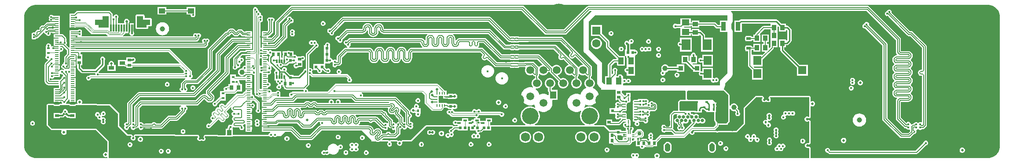
<source format=gbl>
G04*
G04 #@! TF.GenerationSoftware,Altium Limited,Altium Designer,23.5.1 (21)*
G04*
G04 Layer_Physical_Order=6*
G04 Layer_Color=16711680*
%FSLAX44Y44*%
%MOMM*%
G71*
G04*
G04 #@! TF.SameCoordinates,DE583170-315A-417A-B135-1053CC169A87*
G04*
G04*
G04 #@! TF.FilePolarity,Positive*
G04*
G01*
G75*
%ADD11C,0.2500*%
%ADD13C,0.2000*%
%ADD14C,0.2540*%
%ADD16C,0.2032*%
%ADD17C,0.1270*%
%ADD18C,0.1524*%
%ADD19R,0.5500X0.4500*%
%ADD25R,1.0500X1.4000*%
%ADD27R,1.2000X1.0000*%
%ADD29R,0.9500X1.7000*%
%ADD42R,1.0000X0.9000*%
%ADD43R,0.9000X0.7000*%
%ADD44R,0.6500X0.5500*%
%ADD45R,0.5500X0.6500*%
%ADD46R,0.4500X0.5500*%
%ADD55R,1.4500X1.1500*%
%ADD56R,0.9000X1.0000*%
%ADD57R,0.7000X0.9000*%
%ADD58R,0.6200X0.6200*%
%ADD59R,0.6200X0.6200*%
%ADD60R,0.5200X0.5200*%
%ADD62R,0.3600X0.3200*%
G04:AMPARAMS|DCode=79|XSize=0.2mm|YSize=0.565mm|CornerRadius=0.05mm|HoleSize=0mm|Usage=FLASHONLY|Rotation=90.000|XOffset=0mm|YOffset=0mm|HoleType=Round|Shape=RoundedRectangle|*
%AMROUNDEDRECTD79*
21,1,0.2000,0.4650,0,0,90.0*
21,1,0.1000,0.5650,0,0,90.0*
1,1,0.1000,0.2325,0.0500*
1,1,0.1000,0.2325,-0.0500*
1,1,0.1000,-0.2325,-0.0500*
1,1,0.1000,-0.2325,0.0500*
%
%ADD79ROUNDEDRECTD79*%
G04:AMPARAMS|DCode=80|XSize=0.4mm|YSize=0.565mm|CornerRadius=0.05mm|HoleSize=0mm|Usage=FLASHONLY|Rotation=90.000|XOffset=0mm|YOffset=0mm|HoleType=Round|Shape=RoundedRectangle|*
%AMROUNDEDRECTD80*
21,1,0.4000,0.4650,0,0,90.0*
21,1,0.3000,0.5650,0,0,90.0*
1,1,0.1000,0.2325,0.1500*
1,1,0.1000,0.2325,-0.1500*
1,1,0.1000,-0.2325,-0.1500*
1,1,0.1000,-0.2325,0.1500*
%
%ADD80ROUNDEDRECTD80*%
%ADD161C,0.1016*%
%ADD162C,0.1300*%
%ADD166C,1.0000*%
%ADD167C,0.7500*%
%ADD174C,0.1020*%
%ADD176C,0.3810*%
%ADD179C,0.3000*%
%ADD180C,0.1500*%
%ADD181C,0.1314*%
%ADD186R,1.6000X1.6000*%
%ADD187C,1.6000*%
%ADD188C,3.2000*%
%ADD189C,2.4000*%
%ADD190C,1.7500*%
%ADD191C,1.5000*%
%ADD192R,1.6000X1.6000*%
%ADD194C,4.0000*%
%ADD195C,3.0000*%
%ADD196O,1.0000X1.6000*%
%ADD197C,0.6500*%
%ADD198C,0.4064*%
%ADD199C,0.4572*%
%ADD200C,0.4060*%
%ADD201C,0.5080*%
%ADD202C,0.5000*%
%ADD205R,1.1000X0.6500*%
%ADD206R,1.5200X1.7800*%
G04:AMPARAMS|DCode=207|XSize=0.55mm|YSize=0.8mm|CornerRadius=0.0495mm|HoleSize=0mm|Usage=FLASHONLY|Rotation=90.000|XOffset=0mm|YOffset=0mm|HoleType=Round|Shape=RoundedRectangle|*
%AMROUNDEDRECTD207*
21,1,0.5500,0.7010,0,0,90.0*
21,1,0.4510,0.8000,0,0,90.0*
1,1,0.0990,0.3505,0.2255*
1,1,0.0990,0.3505,-0.2255*
1,1,0.0990,-0.3505,-0.2255*
1,1,0.0990,-0.3505,0.2255*
%
%ADD207ROUNDEDRECTD207*%
%ADD208R,1.7780X2.1590*%
%ADD209R,0.9000X0.9500*%
%ADD210R,0.4750X0.2500*%
%ADD211R,0.2500X0.4750*%
%ADD212R,0.3000X0.8000*%
%ADD213R,0.3050X1.4050*%
%ADD214R,1.0000X1.0000*%
%ADD215R,0.7100X0.3000*%
%ADD216R,0.5000X0.4000*%
%ADD217R,1.1500X1.4500*%
%ADD218R,0.7000X0.1800*%
G04:AMPARAMS|DCode=219|XSize=0.2mm|YSize=0.7mm|CornerRadius=0.05mm|HoleSize=0mm|Usage=FLASHONLY|Rotation=180.000|XOffset=0mm|YOffset=0mm|HoleType=Round|Shape=RoundedRectangle|*
%AMROUNDEDRECTD219*
21,1,0.2000,0.6000,0,0,180.0*
21,1,0.1000,0.7000,0,0,180.0*
1,1,0.1000,-0.0500,0.3000*
1,1,0.1000,0.0500,0.3000*
1,1,0.1000,0.0500,-0.3000*
1,1,0.1000,-0.0500,-0.3000*
%
%ADD219ROUNDEDRECTD219*%
G04:AMPARAMS|DCode=220|XSize=0.2mm|YSize=0.5mm|CornerRadius=0.05mm|HoleSize=0mm|Usage=FLASHONLY|Rotation=90.000|XOffset=0mm|YOffset=0mm|HoleType=Round|Shape=RoundedRectangle|*
%AMROUNDEDRECTD220*
21,1,0.2000,0.4000,0,0,90.0*
21,1,0.1000,0.5000,0,0,90.0*
1,1,0.1000,0.2000,0.0500*
1,1,0.1000,0.2000,-0.0500*
1,1,0.1000,-0.2000,-0.0500*
1,1,0.1000,-0.2000,0.0500*
%
%ADD220ROUNDEDRECTD220*%
G04:AMPARAMS|DCode=221|XSize=0.25mm|YSize=0.6mm|CornerRadius=0.025mm|HoleSize=0mm|Usage=FLASHONLY|Rotation=270.000|XOffset=0mm|YOffset=0mm|HoleType=Round|Shape=RoundedRectangle|*
%AMROUNDEDRECTD221*
21,1,0.2500,0.5500,0,0,270.0*
21,1,0.2000,0.6000,0,0,270.0*
1,1,0.0500,-0.2750,-0.1000*
1,1,0.0500,-0.2750,0.1000*
1,1,0.0500,0.2750,0.1000*
1,1,0.0500,0.2750,-0.1000*
%
%ADD221ROUNDEDRECTD221*%
G04:AMPARAMS|DCode=222|XSize=0.25mm|YSize=0.6mm|CornerRadius=0.025mm|HoleSize=0mm|Usage=FLASHONLY|Rotation=0.000|XOffset=0mm|YOffset=0mm|HoleType=Round|Shape=RoundedRectangle|*
%AMROUNDEDRECTD222*
21,1,0.2500,0.5500,0,0,0.0*
21,1,0.2000,0.6000,0,0,0.0*
1,1,0.0500,0.1000,-0.2750*
1,1,0.0500,-0.1000,-0.2750*
1,1,0.0500,-0.1000,0.2750*
1,1,0.0500,0.1000,0.2750*
%
%ADD222ROUNDEDRECTD222*%
G04:AMPARAMS|DCode=223|XSize=1mm|YSize=3mm|CornerRadius=0.05mm|HoleSize=0mm|Usage=FLASHONLY|Rotation=0.000|XOffset=0mm|YOffset=0mm|HoleType=Round|Shape=RoundedRectangle|*
%AMROUNDEDRECTD223*
21,1,1.0000,2.9000,0,0,0.0*
21,1,0.9000,3.0000,0,0,0.0*
1,1,0.1000,0.4500,-1.4500*
1,1,0.1000,-0.4500,-1.4500*
1,1,0.1000,-0.4500,1.4500*
1,1,0.1000,0.4500,1.4500*
%
%ADD223ROUNDEDRECTD223*%
%ADD224R,0.5500X0.5500*%
%ADD225R,0.6000X0.5500*%
%ADD226C,0.1800*%
%ADD227R,1.2500X2.3000*%
%ADD228R,2.6500X1.1000*%
%ADD229R,1.9500X1.6000*%
%ADD230C,5.3000*%
G36*
X1208646Y388118D02*
X1208181Y387040D01*
X1207375Y387040D01*
X1193601D01*
Y378609D01*
X1190078D01*
X1186135Y382552D01*
X1184964Y383335D01*
X1183583Y383609D01*
X1154431D01*
Y387040D01*
X1139351D01*
Y383609D01*
X1137681D01*
Y391290D01*
X1118101D01*
Y379814D01*
X1117896Y379609D01*
X1110854D01*
X1110589Y379874D01*
X1108909Y380570D01*
X1107091D01*
X1105411Y379874D01*
X1104126Y378589D01*
X1103430Y376909D01*
Y375091D01*
X1104126Y373411D01*
X1105411Y372126D01*
X1107091Y371430D01*
X1108909D01*
X1110589Y372126D01*
X1110854Y372391D01*
X1118101D01*
Y356710D01*
X1137681D01*
Y360136D01*
X1139351D01*
Y356960D01*
X1154431D01*
Y358086D01*
X1155605Y358572D01*
X1157707Y356469D01*
Y347640D01*
X1157781Y347267D01*
Y326665D01*
X1180641D01*
Y353335D01*
X1165435D01*
Y358070D01*
X1165141Y359549D01*
X1164304Y360802D01*
X1164304Y360802D01*
X1158374Y366732D01*
X1157120Y367570D01*
X1155641Y367864D01*
X1154431D01*
Y371040D01*
X1139351D01*
Y367864D01*
X1137681D01*
Y373290D01*
X1124947D01*
X1124268Y374560D01*
X1124368Y374710D01*
X1137681D01*
Y376391D01*
X1139351D01*
Y372960D01*
X1154431D01*
Y376391D01*
X1182087D01*
X1186030Y372448D01*
X1187201Y371665D01*
X1188583Y371391D01*
X1193601D01*
Y364960D01*
X1207375D01*
X1208181Y364960D01*
X1208646Y363882D01*
Y284884D01*
X1194628Y270867D01*
X1193901Y269778D01*
X1193645Y268495D01*
Y261449D01*
X1007323D01*
Y264801D01*
X1008593Y265650D01*
X1009124Y265430D01*
X1010942D01*
X1012621Y266126D01*
X1013187Y266691D01*
X1014016Y267327D01*
X1014846Y266691D01*
X1015411Y266126D01*
X1017091Y265430D01*
X1018909D01*
X1020589Y266126D01*
X1021874Y267411D01*
X1022570Y269091D01*
Y270909D01*
X1021874Y272589D01*
X1020589Y273874D01*
X1018909Y274570D01*
X1017091D01*
X1015411Y273874D01*
X1014846Y273309D01*
X1014016Y272673D01*
X1013187Y273309D01*
X1012621Y273874D01*
X1010942Y274570D01*
X1009124D01*
X1008593Y274350D01*
X1007323Y275199D01*
Y279540D01*
X1006487D01*
X1005874Y281019D01*
X1004589Y282304D01*
X1002909Y283000D01*
X1001091D01*
X999411Y282304D01*
X998126Y281019D01*
X997513Y279540D01*
X995018D01*
X994916Y279788D01*
X994649Y280810D01*
X995335Y281836D01*
X995609Y283217D01*
Y288146D01*
X995874Y288411D01*
X996570Y290091D01*
Y291909D01*
X995874Y293589D01*
X994589Y294874D01*
X992909Y295570D01*
X991091D01*
X989411Y294874D01*
X988126Y293589D01*
X987430Y291909D01*
Y290091D01*
X988126Y288411D01*
X988391Y288146D01*
Y284712D01*
X986783Y283104D01*
X985609Y283590D01*
Y299505D01*
X991495Y305391D01*
X995743D01*
Y299460D01*
X1011323D01*
Y317605D01*
X1011323Y318009D01*
X1011593Y318340D01*
X1011736Y318477D01*
X1012445Y318979D01*
X1013019Y318920D01*
X1013720Y317780D01*
X1013463Y317159D01*
Y315341D01*
X1014158Y313661D01*
X1014743Y313077D01*
Y299460D01*
Y295569D01*
X1014230D01*
X1012551Y294874D01*
X1011265Y293588D01*
X1010569Y291908D01*
Y290090D01*
X1011265Y288411D01*
X1012551Y287125D01*
X1014230Y286429D01*
X1014743D01*
Y280460D01*
X1030323D01*
Y299460D01*
Y318540D01*
X1031253Y319360D01*
X1031673D01*
Y320430D01*
X1031942D01*
X1033621Y321126D01*
X1034907Y322411D01*
X1035603Y324091D01*
Y325909D01*
X1034907Y327589D01*
X1033621Y328874D01*
X1031942Y329570D01*
X1031673D01*
Y330640D01*
X1021565D01*
Y340400D01*
X1021565Y340400D01*
X1021392Y341268D01*
X1022505Y342182D01*
X1022571Y342155D01*
X1024389D01*
X1026069Y342850D01*
X1027355Y344136D01*
X1028050Y345815D01*
Y347634D01*
X1027355Y349313D01*
X1026069Y350599D01*
X1024389Y351295D01*
X1022571D01*
X1020892Y350599D01*
X1019606Y349313D01*
X1018910Y347634D01*
Y346849D01*
X1017640Y346323D01*
X1017089Y346874D01*
X1015409Y347570D01*
X1013591D01*
X1011911Y346874D01*
X1010626Y345589D01*
X1009930Y343909D01*
Y342091D01*
X1010626Y340411D01*
X1011267Y339770D01*
X1011295Y339728D01*
X1012501Y338522D01*
Y330640D01*
X1011393D01*
Y320295D01*
X1011393Y319820D01*
X1011393Y319816D01*
X1011389Y319712D01*
X1011368Y319338D01*
X1010475Y318552D01*
X1010115Y318540D01*
X1010074Y318540D01*
X1000847D01*
X981609Y337778D01*
Y345641D01*
X981335Y347023D01*
X980552Y348194D01*
X966681Y362064D01*
Y378040D01*
X945601D01*
Y356960D01*
X961577D01*
X974391Y344146D01*
Y336283D01*
X974665Y334901D01*
X975448Y333731D01*
X995299Y313879D01*
X994773Y312609D01*
X990000D01*
X988619Y312335D01*
X987448Y311552D01*
X979448Y303552D01*
X978665Y302381D01*
X978391Y301000D01*
Y279540D01*
X972743D01*
Y264121D01*
X971569Y263635D01*
X967355Y267850D01*
Y303698D01*
X967099Y304982D01*
X966372Y306070D01*
X941355Y331088D01*
Y384705D01*
X953390Y396740D01*
X1208646D01*
Y388118D01*
D02*
G37*
G36*
X-89242Y374448D02*
X-88340Y373560D01*
Y372822D01*
X-89242Y371553D01*
X-97085D01*
X-98330Y371305D01*
X-99385Y370600D01*
X-100261Y371507D01*
X-97321Y374448D01*
X-89242D01*
D02*
G37*
G36*
X617713Y343121D02*
X618043Y340618D01*
X619009Y338286D01*
X620546Y336283D01*
X621213Y335771D01*
X620781Y334501D01*
X602225D01*
Y334526D01*
X599592Y334179D01*
X597138Y333162D01*
X595030Y331545D01*
X593413Y329438D01*
X592903Y328206D01*
X591278Y327571D01*
X591100Y327653D01*
X590957Y328734D01*
X589941Y331188D01*
X588324Y333295D01*
X586216Y334912D01*
X583762Y335929D01*
X582381Y336111D01*
X582332Y336117D01*
X581128Y336276D01*
X581128D01*
X581128D01*
Y336276D01*
X579924Y336117D01*
X578494Y335929D01*
X576040Y334912D01*
X573933Y333295D01*
X572316Y331188D01*
X571299Y328734D01*
X571220Y328132D01*
X569939D01*
X569860Y328734D01*
X568843Y331188D01*
X567226Y333295D01*
X565119Y334912D01*
X562664Y335929D01*
X561284Y336111D01*
X561235Y336117D01*
X560031Y336276D01*
X560031D01*
X560031D01*
Y336276D01*
X558826Y336117D01*
X557397Y335929D01*
X554943Y334912D01*
X552835Y333295D01*
X551218Y331188D01*
X550202Y328734D01*
X550122Y328132D01*
X548842D01*
X548762Y328734D01*
X547746Y331188D01*
X546129Y333295D01*
X544021Y334912D01*
X541567Y335929D01*
X540187Y336111D01*
X540138Y336117D01*
X538933Y336276D01*
X538933D01*
X538933D01*
Y336276D01*
X537729Y336117D01*
X536300Y335929D01*
X533845Y334912D01*
X531738Y333295D01*
X530121Y331188D01*
X529104Y328734D01*
X528962Y327653D01*
X528784Y327571D01*
X527159Y328206D01*
X526648Y329438D01*
X525031Y331545D01*
X522924Y333162D01*
X520470Y334179D01*
X517836Y334526D01*
Y334501D01*
X480646D01*
X480393Y335771D01*
X481249Y336126D01*
X482535Y337411D01*
X483231Y339091D01*
Y340909D01*
X482942Y341605D01*
X484584Y343247D01*
X599158D01*
X599158Y343247D01*
X616496D01*
X617713Y343121D01*
D02*
G37*
G36*
X326000Y321246D02*
X327234Y320734D01*
X327673Y319377D01*
X326863Y318567D01*
X326021Y317307D01*
X325725Y315820D01*
Y307501D01*
X325396Y307126D01*
X324455Y306770D01*
X324290Y306921D01*
Y310440D01*
X324290D01*
Y311560D01*
X324290D01*
Y318290D01*
X324290Y318440D01*
X324290D01*
Y319560D01*
X324290D01*
Y321160D01*
X325560Y321686D01*
X326000Y321246D01*
D02*
G37*
G36*
X604500Y324748D02*
X733058D01*
X733988Y323818D01*
X733988Y323818D01*
X736559Y321247D01*
X736827Y320088D01*
X735536Y318156D01*
X735083Y315877D01*
X735536Y313599D01*
X736827Y311667D01*
X736827Y311667D01*
X736827Y311667D01*
X736827Y311667D01*
X738759Y310376D01*
X741037Y309923D01*
X743316Y310376D01*
X745248Y311667D01*
X746407Y311399D01*
X748769Y309037D01*
X748769Y309037D01*
X760230Y297576D01*
X761285Y296871D01*
X762530Y296623D01*
X789923D01*
X790133Y296308D01*
X791139Y295636D01*
X792325Y295400D01*
X796975D01*
X798161Y295636D01*
X798327Y295748D01*
X799323D01*
X799489Y295636D01*
X800675Y295400D01*
X805325D01*
X806511Y295636D01*
X807517Y296308D01*
X807727Y296623D01*
X818878D01*
X819650Y295421D01*
X819344Y294891D01*
X818660Y292337D01*
Y289694D01*
X819344Y287140D01*
X820666Y284851D01*
X822535Y282982D01*
X824825Y281660D01*
X827378Y280976D01*
X830022D01*
X832575Y281660D01*
X833377Y282123D01*
X835553Y279947D01*
X836608Y279242D01*
X837853Y278995D01*
X837975D01*
Y276100D01*
X838165Y275143D01*
X837525Y274971D01*
X835235Y273650D01*
X833366Y271780D01*
X832044Y269491D01*
X831360Y266937D01*
Y264294D01*
X832044Y261740D01*
X833366Y259451D01*
X834478Y258339D01*
X833804Y257243D01*
X830424Y257916D01*
X826976D01*
X823595Y257243D01*
X820411Y255924D01*
X817544Y254009D01*
X815107Y251571D01*
X813192Y248705D01*
X811872Y245520D01*
X811200Y242139D01*
Y238692D01*
X811872Y235311D01*
X813192Y232126D01*
X815107Y229260D01*
X817544Y226822D01*
X820411Y224907D01*
X823595Y223588D01*
X826976Y222916D01*
X830424D01*
X833805Y223588D01*
X835904Y224458D01*
X837024Y223859D01*
X837272Y222611D01*
X838592Y219426D01*
X838706Y219255D01*
X837791Y218339D01*
X837482Y218546D01*
X834108Y219943D01*
X830526Y220656D01*
X826874D01*
X823292Y219943D01*
X819918Y218546D01*
X816881Y216517D01*
X814299Y213934D01*
X812270Y210898D01*
X810872Y207523D01*
X810160Y203942D01*
Y200290D01*
X810872Y196708D01*
X812270Y193334D01*
X814299Y190297D01*
X816881Y187715D01*
X819658Y185860D01*
X819413Y184590D01*
X754040D01*
Y184790D01*
X751610D01*
Y189960D01*
X755440D01*
Y198040D01*
X743260D01*
Y194302D01*
X743240Y193040D01*
X732440D01*
Y198040D01*
X727111D01*
X726858Y199310D01*
X728089Y199820D01*
X729374Y201105D01*
X730070Y202785D01*
Y204142D01*
X769693D01*
X770318Y202635D01*
X771603Y201350D01*
X773283Y200654D01*
X775101D01*
X776781Y201350D01*
X778066Y202635D01*
X778762Y204315D01*
Y206133D01*
X778066Y207812D01*
X776781Y209098D01*
X775101Y209794D01*
X773845D01*
X773355Y210121D01*
X772166Y210358D01*
X734570D01*
Y211715D01*
X733874Y213395D01*
X732589Y214680D01*
X730909Y215376D01*
X729091D01*
X727411Y214680D01*
X726647Y213916D01*
X725187D01*
X724423Y214680D01*
X722743Y215376D01*
X720925D01*
X719245Y214680D01*
X717960Y213395D01*
X717264Y211715D01*
Y210358D01*
X683223D01*
Y211026D01*
X682527Y212706D01*
X681242Y213991D01*
X680369Y214353D01*
X680464Y215688D01*
X681140Y215860D01*
D01*
X682368Y216067D01*
X682723Y215920D01*
X684744D01*
X686611Y216693D01*
X688040Y218122D01*
X688813Y219989D01*
Y222010D01*
X688040Y223878D01*
X686611Y225307D01*
X684744Y226080D01*
X682723D01*
X681801Y225698D01*
X681140Y226140D01*
Y226140D01*
X670860D01*
X670860Y226140D01*
X669676Y226347D01*
X668985Y226484D01*
X668080D01*
Y227790D01*
X652580D01*
Y241210D01*
X661000D01*
Y235710D01*
X665439D01*
X665915Y235615D01*
X666015Y235635D01*
X670860D01*
Y234860D01*
X681140D01*
Y234860D01*
X681801Y235302D01*
X682723Y234920D01*
X684744D01*
X686611Y235693D01*
X688040Y237122D01*
X688813Y238990D01*
Y241010D01*
X688040Y242878D01*
X686611Y244307D01*
X684744Y245080D01*
X682723D01*
X681801Y244698D01*
X681140Y245140D01*
Y245140D01*
X670860D01*
Y243405D01*
X668080D01*
Y251040D01*
X664895D01*
X652372Y263563D01*
X651363Y264237D01*
X650174Y264474D01*
X454660D01*
X453471Y264237D01*
X452463Y263563D01*
X438641Y249742D01*
X401750D01*
Y251099D01*
X401054Y252780D01*
X399768Y254066D01*
X398088Y254762D01*
X398042D01*
X397516Y256032D01*
X402650Y261166D01*
X403352Y262216D01*
X403598Y263455D01*
Y280256D01*
X404221Y280672D01*
X405559D01*
X408178Y278053D01*
X409187Y277379D01*
X410376Y277142D01*
X474963D01*
X477670Y274435D01*
X477380Y274145D01*
X476684Y272465D01*
Y270647D01*
X477380Y268967D01*
X478665Y267682D01*
X480345Y266986D01*
X482163D01*
X483843Y267682D01*
X485128Y268967D01*
X485824Y270647D01*
Y272465D01*
X485128Y274145D01*
X484361Y274911D01*
Y275246D01*
X484125Y276435D01*
X483451Y277444D01*
X478447Y282447D01*
X477439Y283121D01*
X476250Y283358D01*
X464617D01*
X464091Y284628D01*
X464874Y285411D01*
X465570Y287091D01*
Y288909D01*
X464874Y290589D01*
X463589Y291874D01*
X461909Y292570D01*
X460091D01*
X458411Y291874D01*
X457126Y290589D01*
X456430Y288909D01*
Y287091D01*
X457126Y285411D01*
X457909Y284628D01*
X457383Y283358D01*
X411663D01*
X409700Y285321D01*
Y286151D01*
X409004Y287831D01*
X408906Y287929D01*
X409250Y288272D01*
X409946Y289953D01*
Y291243D01*
X411163Y291370D01*
X411216Y291370D01*
X417865D01*
X419243Y289993D01*
Y288711D01*
X419938Y287031D01*
X421224Y285746D01*
X422904Y285050D01*
X424722D01*
X426401Y285746D01*
X427687Y287031D01*
X428383Y288711D01*
Y290529D01*
X428729Y291047D01*
X430095Y291140D01*
X433776Y287459D01*
X434826Y286757D01*
X436065Y286511D01*
X436646D01*
X437411Y285746D01*
X439091Y285050D01*
X440909D01*
X442589Y285746D01*
X443874Y287031D01*
X444570Y288711D01*
Y290529D01*
X443874Y292209D01*
X442589Y293494D01*
X440909Y294190D01*
X439091D01*
X437411Y293494D01*
X437154Y293237D01*
X434443Y295948D01*
Y302488D01*
X434443Y302650D01*
X434835Y303758D01*
X443414D01*
Y305246D01*
X444909D01*
X446589Y305942D01*
X447160Y306514D01*
X448430Y306091D01*
X449126Y304411D01*
X449522Y304016D01*
X449126Y303620D01*
X448430Y301940D01*
Y300122D01*
X449126Y298442D01*
X450411Y297157D01*
X452091Y296461D01*
X453909D01*
X455589Y297157D01*
X456874Y298442D01*
X457163Y299139D01*
X460925D01*
X462170Y299386D01*
X463225Y300091D01*
X465510Y302376D01*
X466215Y303431D01*
X466462Y304676D01*
Y314723D01*
X476486Y324748D01*
X505445D01*
X505445Y324748D01*
X517836D01*
Y324711D01*
X518091Y324605D01*
X518196Y324350D01*
X518233D01*
Y314675D01*
X518209D01*
X518556Y312041D01*
X519572Y309587D01*
X521189Y307479D01*
X523297Y305862D01*
X525751Y304846D01*
X527131Y304664D01*
X527180Y304657D01*
X528385Y304499D01*
X528385D01*
X528385D01*
Y304499D01*
X529589Y304657D01*
X531018Y304846D01*
X533473Y305862D01*
X535580Y307479D01*
X537197Y309587D01*
X538214Y312041D01*
X538293Y312643D01*
X539574D01*
X539653Y312041D01*
X540670Y309587D01*
X542287Y307479D01*
X544394Y305862D01*
X546848Y304846D01*
X548229Y304664D01*
X548278Y304657D01*
X549482Y304499D01*
X549482D01*
X549482D01*
Y304499D01*
X550686Y304657D01*
X552116Y304846D01*
X554570Y305862D01*
X556677Y307479D01*
X558294Y309587D01*
X559311Y312041D01*
X559390Y312643D01*
X560671D01*
X560750Y312041D01*
X561767Y309587D01*
X563384Y307479D01*
X565492Y305862D01*
X567946Y304846D01*
X569326Y304664D01*
X569375Y304657D01*
X570579Y304499D01*
X570579D01*
X570579D01*
Y304499D01*
X571784Y304657D01*
X573213Y304846D01*
X575667Y305862D01*
X577775Y307479D01*
X579392Y309587D01*
X580408Y312041D01*
X580488Y312643D01*
X581769D01*
X581848Y312041D01*
X582864Y309587D01*
X584482Y307479D01*
X586589Y305862D01*
X589043Y304846D01*
X590424Y304664D01*
X590473Y304657D01*
X591677Y304499D01*
X591677D01*
X591677D01*
Y304499D01*
X592881Y304657D01*
X594310Y304846D01*
X596765Y305862D01*
X598872Y307479D01*
X600489Y309587D01*
X601506Y312041D01*
X601853Y314675D01*
X601828D01*
Y324350D01*
X601865D01*
X601971Y324605D01*
X602225Y324711D01*
Y324748D01*
X604500D01*
X604500Y324748D01*
D02*
G37*
G36*
X153865Y305033D02*
X153379Y303860D01*
X63300D01*
Y305482D01*
X64058Y306463D01*
X65876D01*
X67555Y307159D01*
X68841Y308445D01*
X69537Y310124D01*
Y311942D01*
X68841Y313622D01*
X67555Y314908D01*
X65876Y315603D01*
X64058D01*
X63891Y315534D01*
X63300Y315929D01*
Y315929D01*
X51720D01*
Y310429D01*
X35970D01*
Y298849D01*
X47652D01*
X48061Y298440D01*
X49070Y297766D01*
X50260Y297529D01*
X51720D01*
Y295349D01*
X63300D01*
Y297640D01*
X153962D01*
X161930Y289672D01*
Y288591D01*
X162523Y287161D01*
X162436Y286999D01*
X161427Y286325D01*
X160462Y285360D01*
X353D01*
X-411Y286124D01*
X-1526Y286586D01*
X-1915Y287993D01*
X9097Y299005D01*
X9939Y300265D01*
X10235Y301752D01*
Y309851D01*
X10922Y311511D01*
Y313329D01*
X10226Y315010D01*
X8940Y316296D01*
X7259Y316992D01*
X5441D01*
X3760Y316296D01*
X2474Y315010D01*
X1778Y313329D01*
Y311511D01*
X2465Y309851D01*
Y303361D01*
X-8213Y292683D01*
X-31080D01*
X-35052Y296655D01*
Y300606D01*
X-33326D01*
Y310606D01*
Y321186D01*
X-36133D01*
Y323231D01*
X-36379Y324470D01*
X-36479Y324620D01*
X-35801Y325890D01*
X133008D01*
X153865Y305033D01*
D02*
G37*
G36*
X310201Y313299D02*
X311288D01*
X311784Y312803D01*
X311922Y312711D01*
X312210Y311560D01*
Y310440D01*
X312210D01*
Y299825D01*
X311091D01*
X309880Y299323D01*
X308610Y299987D01*
Y312815D01*
X309666Y313521D01*
X310201Y313299D01*
D02*
G37*
G36*
X769825Y312576D02*
X770880Y311871D01*
X772124Y311623D01*
X789923D01*
X790133Y311308D01*
X791139Y310636D01*
X792325Y310400D01*
X796975D01*
X798161Y310636D01*
X798825Y311080D01*
X799489Y310636D01*
X800675Y310400D01*
X805325D01*
X806511Y310636D01*
X807517Y311308D01*
X807727Y311623D01*
X842589D01*
X852039Y302172D01*
X851660Y300756D01*
X850225Y300371D01*
X847935Y299050D01*
X846582Y297696D01*
X845476Y297467D01*
X844921Y297737D01*
X836260Y306399D01*
X835205Y307104D01*
X833960Y307351D01*
X819115D01*
X817870Y307104D01*
X816815Y306399D01*
X816793Y306377D01*
X807727D01*
X807517Y306692D01*
X806511Y307364D01*
X805325Y307600D01*
X800675D01*
X799489Y307364D01*
X799323Y307252D01*
X798327D01*
X798161Y307364D01*
X796975Y307600D01*
X792325D01*
X791139Y307364D01*
X790133Y306692D01*
X789923Y306377D01*
X765223D01*
X738051Y333549D01*
X736996Y334254D01*
X735751Y334501D01*
X729192D01*
X728807Y335771D01*
X729236Y336058D01*
X730526Y337989D01*
X730980Y340268D01*
X730928D01*
Y343247D01*
X739153D01*
X769825Y312576D01*
D02*
G37*
G36*
X-62419Y329135D02*
Y322648D01*
X-66789Y318278D01*
X-67491Y317228D01*
X-67737Y315989D01*
Y306958D01*
X-68374Y306321D01*
X-69070Y304641D01*
Y302823D01*
X-69206Y302620D01*
X-70105D01*
X-71785Y301924D01*
X-73071Y300638D01*
X-73767Y298958D01*
Y297139D01*
X-73071Y295458D01*
X-71785Y294172D01*
X-70105Y293476D01*
X-69350D01*
X-68416Y292543D01*
X-68685Y291056D01*
X-69118Y290877D01*
X-69141Y290876D01*
X-69591Y291327D01*
X-71271Y292022D01*
X-73089D01*
X-74769Y291327D01*
X-74990Y291105D01*
X-76260Y291631D01*
Y300440D01*
X-76260Y300440D01*
Y301560D01*
X-76260D01*
X-76260Y301710D01*
Y313560D01*
Y325999D01*
X-75607Y326129D01*
X-74599Y326802D01*
X-74353Y327048D01*
X-72858D01*
X-71178Y327744D01*
X-69892Y329030D01*
X-69195Y330710D01*
Y332529D01*
X-69892Y334210D01*
X-71178Y335496D01*
X-72858Y336192D01*
X-74677D01*
X-74901Y336099D01*
X-75412Y336844D01*
X-75467Y337346D01*
X-75073Y337760D01*
X-71044D01*
X-62419Y329135D01*
D02*
G37*
G36*
X-74769Y283578D02*
X-73089Y282882D01*
X-71508D01*
X-69987Y281361D01*
X-70235Y280116D01*
X-70576Y279974D01*
X-71861Y278689D01*
X-72557Y277009D01*
Y276108D01*
X-75402Y273263D01*
X-76260Y272440D01*
Y272440D01*
X-76260Y272440D01*
X-88340D01*
Y272367D01*
X-94677D01*
Y274258D01*
X-93407Y274863D01*
X-92095Y274320D01*
X-90277D01*
X-88596Y275016D01*
X-87310Y276302D01*
X-86789Y277560D01*
X-76260D01*
Y283273D01*
X-74990Y283799D01*
X-74769Y283578D01*
D02*
G37*
G36*
X777230Y331576D02*
X778285Y330871D01*
X779530Y330623D01*
X789923D01*
X790133Y330308D01*
X791139Y329636D01*
X792325Y329400D01*
X796975D01*
X798161Y329636D01*
X798825Y330080D01*
X799489Y329636D01*
X800675Y329400D01*
X805325D01*
X806511Y329636D01*
X807517Y330308D01*
X807727Y330623D01*
X874057D01*
X881153Y323527D01*
X881153Y323527D01*
X884512Y320169D01*
X883518Y318682D01*
X883065Y316403D01*
X883518Y314124D01*
X884809Y312193D01*
X884809Y312192D01*
X884809Y312192D01*
X884809Y312192D01*
X886740Y310902D01*
X889019Y310448D01*
X891298Y310902D01*
X892785Y311895D01*
X897340Y307340D01*
X897340Y307340D01*
X902578Y302102D01*
X902198Y300686D01*
X901025Y300371D01*
X898735Y299050D01*
X896866Y297180D01*
X895544Y294891D01*
X894860Y292337D01*
Y289694D01*
X895544Y287140D01*
X896866Y284851D01*
X898735Y282982D01*
X901025Y281660D01*
X903578Y280976D01*
X906222D01*
X908775Y281660D01*
X909334Y281982D01*
X911753Y279563D01*
X912808Y278858D01*
X914053Y278610D01*
X914175D01*
Y275092D01*
X913725Y274971D01*
X911435Y273650D01*
X909566Y271780D01*
X908244Y269491D01*
X907560Y266937D01*
Y264294D01*
X908244Y261740D01*
X909566Y259451D01*
X911435Y257582D01*
X913725Y256260D01*
X916278Y255576D01*
X918922D01*
X921475Y256260D01*
X923765Y257582D01*
X925634Y259451D01*
X926956Y261740D01*
X927640Y264294D01*
Y266937D01*
X926956Y269491D01*
X925634Y271780D01*
X923765Y273650D01*
X921475Y274971D01*
X920680Y275185D01*
Y278218D01*
X921440Y278979D01*
X922145Y280034D01*
X922393Y281278D01*
Y283065D01*
X923566Y283551D01*
X924135Y282982D01*
X926425Y281660D01*
X928978Y280976D01*
X931622D01*
X934175Y281660D01*
X934734Y281982D01*
X937153Y279563D01*
X938208Y278858D01*
X939453Y278610D01*
X939575D01*
Y275092D01*
X939125Y274971D01*
X936835Y273650D01*
X934966Y271780D01*
X933644Y269491D01*
X932960Y266937D01*
Y264294D01*
X933644Y261740D01*
X934966Y259451D01*
X936413Y258004D01*
X936241Y256558D01*
X934711Y255924D01*
X931844Y254009D01*
X929407Y251571D01*
X927492Y248705D01*
X926172Y245520D01*
X925924Y244272D01*
X924804Y243673D01*
X922705Y244543D01*
X919324Y245216D01*
X915876D01*
X912495Y244543D01*
X909311Y243224D01*
X906444Y241309D01*
X904007Y238871D01*
X902092Y236005D01*
X900772Y232820D01*
X900100Y229439D01*
Y225992D01*
X900772Y222611D01*
X902092Y219426D01*
X904007Y216560D01*
X906444Y214123D01*
X909311Y212207D01*
X912495Y210888D01*
X915876Y210216D01*
X919324D01*
X922705Y210888D01*
X925889Y212207D01*
X925941Y212242D01*
X926856Y211326D01*
X926570Y210898D01*
X925173Y207523D01*
X924460Y203942D01*
Y200290D01*
X925173Y196708D01*
X926570Y193334D01*
X928599Y190297D01*
X931181Y187715D01*
X933958Y185860D01*
X933713Y184590D01*
X837987D01*
X837742Y185860D01*
X840519Y187715D01*
X843101Y190297D01*
X845130Y193334D01*
X846527Y196708D01*
X847240Y200290D01*
Y203942D01*
X846527Y207523D01*
X845130Y210898D01*
X844844Y211326D01*
X845759Y212242D01*
X845811Y212207D01*
X848995Y210888D01*
X852376Y210216D01*
X855824D01*
X859205Y210888D01*
X862389Y212207D01*
X865256Y214123D01*
X867693Y216560D01*
X869608Y219426D01*
X870928Y222611D01*
X871600Y225992D01*
Y229439D01*
X871103Y231940D01*
X872078Y233210D01*
X881290D01*
Y252790D01*
X870409D01*
Y256189D01*
X870675Y256260D01*
X872965Y257582D01*
X874834Y259451D01*
X876156Y261740D01*
X876840Y264294D01*
Y266937D01*
X876156Y269491D01*
X874834Y271780D01*
X872965Y273650D01*
X870675Y274971D01*
X868122Y275656D01*
X865478D01*
X862925Y274971D01*
X860635Y273650D01*
X858766Y271780D01*
X857444Y269491D01*
X856760Y266937D01*
Y264294D01*
X857444Y261740D01*
X858766Y259451D01*
X860635Y257582D01*
X862925Y256260D01*
X863191Y256189D01*
Y250700D01*
X863465Y249319D01*
X864248Y248148D01*
X864710Y247686D01*
Y243020D01*
X863590Y242422D01*
X862389Y243224D01*
X859205Y244543D01*
X855824Y245216D01*
X852376D01*
X848995Y244543D01*
X846896Y243673D01*
X845776Y244272D01*
X845527Y245520D01*
X844208Y248705D01*
X842293Y251571D01*
X839856Y254009D01*
X839077Y254529D01*
X839608Y255702D01*
X840078Y255576D01*
X842722D01*
X845275Y256260D01*
X847565Y257582D01*
X849434Y259451D01*
X850756Y261740D01*
X851440Y264294D01*
Y266937D01*
X850756Y269491D01*
X849434Y271780D01*
X847565Y273650D01*
X845275Y274971D01*
X845130Y275010D01*
Y275450D01*
X844882Y276695D01*
X844480Y277297D01*
Y278603D01*
X845240Y279363D01*
X845945Y280418D01*
X846193Y281663D01*
Y283065D01*
X847366Y283551D01*
X847935Y282982D01*
X850225Y281660D01*
X852778Y280976D01*
X855422D01*
X857975Y281660D01*
X860265Y282982D01*
X862134Y284851D01*
X863456Y287140D01*
X863500Y287306D01*
X865653D01*
X866494Y287473D01*
X866658Y286645D01*
X867363Y285590D01*
X883071Y269883D01*
X882844Y269491D01*
X882160Y266937D01*
Y264294D01*
X882844Y261740D01*
X884166Y259451D01*
X886035Y257582D01*
X888325Y256260D01*
X890878Y255576D01*
X893522D01*
X896075Y256260D01*
X898365Y257582D01*
X900234Y259451D01*
X901556Y261740D01*
X902240Y264294D01*
Y266937D01*
X901556Y269491D01*
X900234Y271780D01*
X898365Y273650D01*
X896075Y274971D01*
X893522Y275656D01*
X890878D01*
X888325Y274971D01*
X887600Y274553D01*
X882000Y280153D01*
X882329Y281379D01*
X883375Y281660D01*
X885665Y282982D01*
X887534Y284851D01*
X888856Y287140D01*
X889540Y289694D01*
Y292337D01*
X888856Y294891D01*
X887534Y297180D01*
X885665Y299050D01*
X883375Y300371D01*
X880822Y301056D01*
X878178D01*
X875625Y300371D01*
X873335Y299050D01*
X871942Y297656D01*
X870380Y297625D01*
X847581Y320424D01*
X846526Y321129D01*
X845281Y321377D01*
X807727D01*
X807517Y321692D01*
X806511Y322364D01*
X805325Y322600D01*
X800675D01*
X799489Y322364D01*
X798825Y321920D01*
X798161Y322364D01*
X796975Y322600D01*
X792325D01*
X791139Y322364D01*
X790133Y321692D01*
X789923Y321377D01*
X774817D01*
X744146Y352049D01*
X743090Y352754D01*
X741846Y353001D01*
X694225D01*
Y353021D01*
X691722Y352692D01*
X689390Y351726D01*
X687387Y350189D01*
X686049Y348446D01*
X684932Y348690D01*
X684779Y348775D01*
Y351751D01*
X684800D01*
X684470Y354254D01*
X683504Y356587D01*
X681967Y358590D01*
X680810Y359478D01*
X681241Y360748D01*
X748058D01*
X777230Y331576D01*
D02*
G37*
G36*
X280373Y344123D02*
X280560Y344022D01*
X280834Y342441D01*
X280373Y341877D01*
X267139D01*
X265895Y341629D01*
X264839Y340924D01*
X241540Y317625D01*
X240835Y316570D01*
X240588Y315325D01*
Y287782D01*
X209001Y256195D01*
X207404Y254598D01*
X207381Y254598D01*
X205924Y252699D01*
X205008Y250488D01*
X204696Y248116D01*
X204987Y245907D01*
X204537Y245352D01*
X203982Y244902D01*
X201773Y245193D01*
X199401Y244881D01*
X197190Y243965D01*
X195291Y242508D01*
X195291Y242508D01*
X195303Y242497D01*
X185058Y232253D01*
X79198D01*
X77954Y232005D01*
X76899Y231300D01*
X67952Y222353D01*
X67247Y221298D01*
X66999Y220053D01*
Y191262D01*
X65943Y190556D01*
X65909Y190570D01*
X64091D01*
X63296Y191101D01*
Y223697D01*
X78347Y238748D01*
X183000D01*
X184245Y238995D01*
X185300Y239700D01*
X232371Y286771D01*
X233076Y287826D01*
X233323Y289071D01*
Y319229D01*
X258217Y344123D01*
X280373D01*
D02*
G37*
G36*
X311091Y285577D02*
X312210D01*
Y275710D01*
X312210Y275560D01*
Y274440D01*
X312210Y274290D01*
Y267560D01*
Y255770D01*
X312210Y255560D01*
X311704Y254500D01*
X309148D01*
X308610Y255038D01*
Y285415D01*
X309880Y286078D01*
X311091Y285577D01*
D02*
G37*
G36*
X258775Y357076D02*
X259830Y356371D01*
X261075Y356123D01*
X264960D01*
X266205Y356371D01*
X267260Y357076D01*
X270453Y360268D01*
X273645Y357076D01*
X274700Y356371D01*
X275945Y356123D01*
X280311D01*
X281314Y355609D01*
Y354391D01*
X280311Y353877D01*
X255524D01*
X254280Y353629D01*
X253225Y352924D01*
X224522Y324222D01*
X223817Y323167D01*
X223570Y321922D01*
Y291764D01*
X180307Y248501D01*
X166985D01*
X166733Y249771D01*
X167589Y250126D01*
X168874Y251411D01*
X169570Y253091D01*
Y254909D01*
X168874Y256589D01*
X167589Y257874D01*
X166892Y258163D01*
Y262346D01*
X168294Y263748D01*
X188397D01*
X189642Y263995D01*
X190697Y264700D01*
X217131Y291134D01*
X217836Y292189D01*
X218083Y293433D01*
Y327483D01*
X246723Y356123D01*
X247650D01*
X248895Y356371D01*
X249950Y357076D01*
X254362Y361488D01*
X258775Y357076D01*
D02*
G37*
G36*
X338683Y291629D02*
X338435Y290384D01*
X338090Y290241D01*
X336804Y288955D01*
X336109Y287276D01*
Y285457D01*
X336804Y283778D01*
X336930Y283652D01*
Y270858D01*
X339116D01*
X339430Y270389D01*
Y268571D01*
X340126Y266891D01*
X341411Y265606D01*
X343006Y264945D01*
Y264775D01*
X343702Y263095D01*
X343589Y262529D01*
X342781Y262194D01*
X341495Y260908D01*
X340799Y259227D01*
Y257409D01*
X341495Y255728D01*
X342781Y254442D01*
X344461Y253746D01*
X346280D01*
X347961Y254442D01*
X349247Y255728D01*
X349943Y257409D01*
Y259227D01*
X349548Y260180D01*
X350049Y261756D01*
X350062Y261767D01*
X350164Y261810D01*
X350501Y262147D01*
X350953Y262537D01*
X352180Y262029D01*
Y259108D01*
X354232D01*
Y258988D01*
X354479Y257750D01*
X355181Y256699D01*
X357629Y254251D01*
X358679Y253549D01*
X359918Y253303D01*
X392166D01*
X392993Y252033D01*
X392606Y251099D01*
Y249742D01*
X372618D01*
X371429Y249505D01*
X370420Y248832D01*
X369493Y247904D01*
X368407D01*
X366726Y247208D01*
X365440Y245922D01*
X364744Y244241D01*
Y242423D01*
X365440Y240742D01*
X365785Y240397D01*
X365259Y239127D01*
X348980D01*
X348132Y240397D01*
X348368Y240967D01*
Y242785D01*
X347676Y244455D01*
X348336Y246047D01*
Y247865D01*
X347640Y249545D01*
X346354Y250830D01*
X344675Y251526D01*
X342857D01*
X341177Y250830D01*
X339892Y249545D01*
X339472Y248531D01*
X332789D01*
X331570Y249584D01*
Y250207D01*
X330874Y251887D01*
X329589Y253172D01*
X327909Y253868D01*
X326091D01*
X325832Y253761D01*
X325664Y253873D01*
X324474Y254110D01*
X324290Y254294D01*
Y255560D01*
X324290Y255710D01*
Y258207D01*
X325600D01*
X327280Y258903D01*
X328566Y260189D01*
X329261Y261868D01*
Y263687D01*
X328566Y265366D01*
X327280Y266652D01*
X325600Y267348D01*
X324290D01*
Y274290D01*
X324290Y274440D01*
Y275560D01*
X324290Y275710D01*
Y281895D01*
X325091Y282430D01*
X326909D01*
X328589Y283126D01*
X329874Y284411D01*
X330570Y286091D01*
Y287909D01*
X329874Y289589D01*
X330311Y290948D01*
X330874Y291511D01*
X331570Y293191D01*
Y295009D01*
X330874Y296689D01*
X330328Y297235D01*
X330438Y298138D01*
X331693Y298619D01*
X338683Y291629D01*
D02*
G37*
G36*
X281410Y331560D02*
Y330440D01*
X281410Y330290D01*
Y328660D01*
X281361Y328611D01*
X272891D01*
X271652Y328365D01*
X270602Y327663D01*
X258569Y315630D01*
X257867Y314580D01*
X257621Y313341D01*
Y299637D01*
X256982Y298998D01*
X256286Y297317D01*
Y295499D01*
X256982Y293818D01*
X258268Y292532D01*
X259949Y291836D01*
X261767D01*
X263448Y292532D01*
X264734Y293818D01*
X265109Y294723D01*
X265930Y295656D01*
X267749D01*
X269429Y296352D01*
X270716Y297638D01*
X271412Y299319D01*
Y301137D01*
X271188Y301677D01*
X271674Y302850D01*
X272339Y303126D01*
X273624Y304411D01*
X274300Y306042D01*
X275931Y306718D01*
X277216Y308003D01*
X277912Y309683D01*
Y311501D01*
X277216Y313181D01*
X275931Y314466D01*
X274251Y315162D01*
X272433D01*
X272182Y315058D01*
X271462Y316135D01*
X275090Y319763D01*
X280224D01*
X281410Y319560D01*
Y318440D01*
X281410D01*
Y311560D01*
X281410D01*
Y310440D01*
X281410D01*
Y300710D01*
X280817Y299581D01*
X278999D01*
X277318Y298885D01*
X276032Y297599D01*
X275336Y295919D01*
Y295744D01*
X275182Y294540D01*
X273197D01*
X271279Y294026D01*
X269560Y293034D01*
X268156Y291630D01*
X267163Y289910D01*
X266650Y287993D01*
Y286007D01*
X267163Y284090D01*
X268156Y282370D01*
X269560Y280966D01*
X271279Y279974D01*
X273197Y279460D01*
X275182D01*
X277100Y279974D01*
X278819Y280966D01*
X280140Y282287D01*
X280511Y282253D01*
X281410Y281886D01*
Y279963D01*
X279555Y278108D01*
X262408D01*
Y282268D01*
X251828D01*
Y272688D01*
Y264040D01*
X247960D01*
Y260108D01*
X246029D01*
X244839Y259871D01*
X243831Y259197D01*
X243730Y259096D01*
X242859D01*
X241180Y258401D01*
X239894Y257115D01*
X239198Y255435D01*
Y253617D01*
X239473Y252954D01*
X239470Y251659D01*
X238462Y250985D01*
X238139Y250662D01*
X232454D01*
Y239758D01*
X232381Y239743D01*
X231373Y239069D01*
X222427Y230124D01*
X221341D01*
X219660Y229428D01*
X218374Y228142D01*
X217678Y226461D01*
Y224643D01*
X218374Y222962D01*
X219660Y221676D01*
X221341Y220980D01*
X223159D01*
X224840Y221676D01*
X226126Y222962D01*
X226822Y224643D01*
Y225729D01*
X233175Y232082D01*
X243034D01*
Y241082D01*
Y245680D01*
X259788D01*
X260977Y245917D01*
X261985Y246590D01*
X265355Y249960D01*
X274040D01*
Y264040D01*
X271108D01*
Y264638D01*
X270871Y265827D01*
X270198Y266835D01*
X268984Y268049D01*
Y269133D01*
X268367Y270622D01*
X268868Y271892D01*
X280842D01*
X281410Y270710D01*
Y267710D01*
X281410Y267560D01*
Y266440D01*
X281410Y266290D01*
Y255710D01*
X281410Y255560D01*
Y254440D01*
X281410Y254290D01*
Y250110D01*
X280685D01*
X279495Y249873D01*
X278486Y249199D01*
X274497Y245210D01*
X265100D01*
X263910Y244973D01*
X262901Y244299D01*
X244505Y225902D01*
X241455Y222852D01*
X239621Y224686D01*
X239621Y224686D01*
X239656Y224721D01*
X237817Y225950D01*
X235647Y226381D01*
X233478Y225950D01*
X231639Y224721D01*
X231639Y224721D01*
X231639Y224721D01*
X230410Y222882D01*
X229978Y220712D01*
X230110Y220048D01*
X229212Y219150D01*
X228548Y219282D01*
X226378Y218850D01*
X224539Y217622D01*
X224539Y217622D01*
X224539Y217622D01*
X223310Y215783D01*
X222879Y213613D01*
X223011Y212948D01*
X222113Y212050D01*
X221448Y212183D01*
X219279Y211751D01*
X217440Y210522D01*
X217440Y210522D01*
X217440Y210522D01*
X216211Y208683D01*
X215780Y206514D01*
X216211Y204344D01*
X216613Y203743D01*
X216134Y202174D01*
X215411Y201874D01*
X214126Y200589D01*
X213430Y198909D01*
Y197091D01*
X214126Y195411D01*
X215411Y194126D01*
X216486Y193680D01*
X216859Y192257D01*
X211802Y187200D01*
X210909Y187570D01*
X209091D01*
X207411Y186874D01*
X206126Y185589D01*
X205430Y183909D01*
Y182091D01*
X206126Y180411D01*
X207411Y179126D01*
X209091Y178430D01*
X210909D01*
X212589Y179126D01*
X213874Y180411D01*
X214068Y180879D01*
X214698Y181300D01*
X225704Y192306D01*
X229190Y195792D01*
X233034Y191948D01*
X233000Y191914D01*
X234839Y190685D01*
X237008Y190253D01*
X239177Y190685D01*
X241017Y191914D01*
X241017Y191914D01*
X242246Y193753D01*
X242677Y195922D01*
X242545Y196587D01*
X243443Y197485D01*
X244107Y197353D01*
X246277Y197784D01*
X248116Y199013D01*
X248116Y199013D01*
X249345Y200852D01*
X249776Y203021D01*
X249345Y205191D01*
X248116Y207030D01*
X248081Y206995D01*
X248081Y206995D01*
X244237Y210839D01*
X252539Y219141D01*
X253709Y218515D01*
X253461Y217269D01*
X253912Y215002D01*
X255196Y213080D01*
X257118Y211796D01*
X257370Y211746D01*
X257500Y210425D01*
X256411Y209974D01*
X255126Y208689D01*
X254430Y207009D01*
Y205191D01*
X255126Y203511D01*
X256411Y202226D01*
X256892Y202027D01*
X257071Y200623D01*
X257050Y200587D01*
X255787Y198697D01*
X255336Y196430D01*
X255787Y194164D01*
X257071Y192242D01*
X257739Y191796D01*
Y190525D01*
X257071Y190079D01*
X255787Y188158D01*
X255336Y185891D01*
X255362Y185760D01*
X254212Y185030D01*
X252909Y185570D01*
X251091D01*
X249411Y184874D01*
X248126Y183589D01*
X247430Y181909D01*
Y180967D01*
X246665Y179823D01*
X246391Y178442D01*
Y177640D01*
X242960D01*
Y166069D01*
X241843Y165370D01*
X241489Y165322D01*
X241132Y165314D01*
X240993Y165253D01*
X240842Y165232D01*
X240604Y165150D01*
X228314D01*
X227951Y165393D01*
X226960Y165590D01*
X203402D01*
X202411Y165393D01*
X201571Y164831D01*
X201009Y163991D01*
X200483Y162721D01*
X200286Y161730D01*
X200483Y160739D01*
X201045Y159899D01*
X201324Y159619D01*
X201626Y158890D01*
Y158102D01*
X201324Y157373D01*
X200767Y156816D01*
X200038Y156514D01*
X199250D01*
X198521Y156816D01*
X198173Y157163D01*
X197333Y157725D01*
X196342Y157922D01*
X195351Y157725D01*
X194511Y157163D01*
X194163Y156816D01*
X193434Y156514D01*
X192646D01*
X191917Y156816D01*
X191360Y157373D01*
X191058Y158102D01*
Y158890D01*
X191360Y159619D01*
X191639Y159899D01*
X192201Y160739D01*
X192398Y161730D01*
X192201Y162721D01*
X191675Y163991D01*
X191113Y164831D01*
X190273Y165393D01*
X189282Y165590D01*
X147073D01*
X146831Y165831D01*
X145991Y166393D01*
X145000Y166590D01*
X68739Y166590D01*
X67748Y166393D01*
X66908Y165831D01*
X66346Y164991D01*
X65820Y163721D01*
X65623Y162730D01*
X65820Y161739D01*
X66382Y160899D01*
X66680Y160600D01*
X66982Y159871D01*
Y159083D01*
X66680Y158354D01*
X66123Y157797D01*
X65394Y157495D01*
X64606D01*
X63877Y157797D01*
X63320Y158354D01*
X63018Y159083D01*
Y159871D01*
X63320Y160600D01*
X63618Y160899D01*
X64180Y161739D01*
X64377Y162730D01*
X64180Y163721D01*
X63654Y164991D01*
X63092Y165831D01*
X62252Y166393D01*
X61261Y166590D01*
X54751D01*
X38431Y182910D01*
X38541Y206546D01*
X38540Y206552D01*
X38541Y206558D01*
X38444Y207047D01*
X38348Y207538D01*
X38345Y207543D01*
X38344Y207549D01*
X38067Y207963D01*
X37791Y208380D01*
X37786Y208384D01*
X37782Y208389D01*
X21487Y224685D01*
X20646Y225246D01*
X19655Y225443D01*
X-4586D01*
X-5322Y225590D01*
X-33133Y225590D01*
X-33681Y226860D01*
X-33020Y228456D01*
Y230477D01*
X-33793Y232344D01*
X-35222Y233773D01*
X-37090Y234547D01*
X-39111D01*
X-40978Y233773D01*
X-42407Y232344D01*
X-43180Y230477D01*
Y228456D01*
X-42519Y226860D01*
X-43067Y225590D01*
X-45460D01*
X-46451Y225393D01*
X-47291Y224831D01*
X-47553Y224440D01*
X-55447D01*
X-55709Y224831D01*
X-56549Y225393D01*
X-57540Y225590D01*
X-63605D01*
X-64131Y226860D01*
X-64113Y226878D01*
X-63417Y228558D01*
Y229459D01*
X-59179Y233697D01*
X-58810Y234249D01*
X-57540Y233864D01*
Y229560D01*
X-45460D01*
Y233560D01*
Y245560D01*
Y256290D01*
X-45460Y256440D01*
Y257560D01*
X-45460Y257710D01*
Y265560D01*
Y276290D01*
X-45460Y276440D01*
Y277560D01*
X-45460Y277710D01*
Y285560D01*
Y296440D01*
X-45460D01*
Y297560D01*
X-45460D01*
Y299566D01*
X-44906Y300606D01*
X-42821D01*
Y295046D01*
X-42526Y293559D01*
X-41684Y292299D01*
X-35436Y286051D01*
X-34175Y285209D01*
X-32689Y284913D01*
X-8218D01*
X-7369Y283643D01*
X-7570Y283159D01*
Y281608D01*
X-17421D01*
X-18611Y281371D01*
X-19619Y280697D01*
X-20246Y280070D01*
X-21659D01*
X-23339Y279374D01*
X-24624Y278089D01*
X-25320Y276409D01*
Y274591D01*
X-24624Y272911D01*
X-23339Y271626D01*
X-21659Y270930D01*
X-19841D01*
X-18161Y271626D01*
X-16876Y272911D01*
X-16180Y274591D01*
Y275346D01*
X-16134Y275392D01*
X163645D01*
X163911Y275126D01*
X164997Y274676D01*
X164867Y273355D01*
X164356Y273254D01*
X163301Y272549D01*
X158091Y267339D01*
X157386Y266284D01*
X157139Y265039D01*
Y258163D01*
X156442Y257874D01*
X155157Y256589D01*
X154461Y254909D01*
Y253091D01*
X155157Y251411D01*
X156442Y250126D01*
X157298Y249771D01*
X157045Y248501D01*
X75654D01*
X74410Y248254D01*
X73355Y247549D01*
X54495Y228689D01*
X53790Y227634D01*
X53543Y226390D01*
Y190718D01*
X53159Y190462D01*
X51341D01*
X49661Y189766D01*
X48376Y188481D01*
X47680Y186801D01*
Y184983D01*
X48376Y183303D01*
X48772Y182908D01*
X48376Y182512D01*
X47680Y180832D01*
Y179014D01*
X48376Y177334D01*
X49661Y176049D01*
X51341Y175353D01*
X53159D01*
X54839Y176049D01*
X56124Y177334D01*
X56820Y179014D01*
Y179447D01*
X59580Y182206D01*
X60656Y181487D01*
X60430Y180940D01*
Y179122D01*
X61126Y177442D01*
X62411Y176157D01*
X64091Y175461D01*
X65909D01*
X67589Y176157D01*
X68874Y177442D01*
X69163Y178139D01*
X70836D01*
X72080Y178386D01*
X73135Y179091D01*
X74160Y180116D01*
X75430Y179590D01*
Y179122D01*
X76126Y177442D01*
X77411Y176157D01*
X79091Y175461D01*
X80909D01*
X82589Y176157D01*
X83874Y177442D01*
X84163Y178139D01*
X97381D01*
X97924Y178031D01*
X120119D01*
X121363Y178278D01*
X122419Y178983D01*
X136604Y193168D01*
X148896D01*
X150141Y193416D01*
X151196Y194121D01*
X165940Y208864D01*
X166645Y209920D01*
X166892Y211164D01*
Y212837D01*
X167589Y213126D01*
X168874Y214411D01*
X169570Y216091D01*
Y217909D01*
X168874Y219589D01*
X167589Y220874D01*
X166733Y221229D01*
X166985Y222499D01*
X186194D01*
X186194Y222499D01*
X187751D01*
X188996Y222746D01*
X190051Y223451D01*
X201773Y235174D01*
X205775Y231172D01*
X205764Y231161D01*
X207663Y229704D01*
X209874Y228788D01*
X212246Y228476D01*
X214619Y228788D01*
X216830Y229704D01*
X218728Y231161D01*
X218728Y231161D01*
X218728Y231161D01*
X220185Y233059D01*
X221101Y235270D01*
X221413Y237643D01*
X221101Y240016D01*
X220185Y242227D01*
X218728Y244125D01*
X218717Y244114D01*
X218717Y244114D01*
X214715Y248116D01*
X215897Y249298D01*
X215898Y249298D01*
X249389Y282789D01*
X250094Y283844D01*
X250341Y285089D01*
Y312632D01*
X269832Y332123D01*
X280311D01*
X281410Y331560D01*
D02*
G37*
G36*
X1365650Y200738D02*
X1364477Y200252D01*
X1364428Y200301D01*
X1362654Y201036D01*
X1360734D01*
X1358960Y200301D01*
X1357603Y198943D01*
X1356868Y197169D01*
Y195250D01*
X1357603Y193476D01*
X1358960Y192118D01*
X1360734Y191384D01*
X1362654D01*
X1364428Y192118D01*
X1364477Y192167D01*
X1365650Y191681D01*
Y150449D01*
X1364380Y149600D01*
X1363460Y149982D01*
X1361540D01*
X1359766Y149247D01*
X1358409Y147889D01*
X1357674Y146116D01*
Y144196D01*
X1358409Y142422D01*
X1359766Y141064D01*
X1361540Y140330D01*
X1363460D01*
X1364380Y140711D01*
X1365650Y139862D01*
Y120758D01*
X1076957Y120758D01*
X1076431Y122028D01*
X1076984Y122581D01*
X1077757Y124448D01*
Y126469D01*
X1076984Y128336D01*
X1075555Y129765D01*
X1073687Y130538D01*
X1071666D01*
X1069799Y129765D01*
X1068370Y128336D01*
X1067597Y126469D01*
Y124448D01*
X1068370Y122581D01*
X1068923Y122028D01*
X1068397Y120758D01*
X1036429D01*
X1036177Y122028D01*
X1036370Y122108D01*
X1037656Y123394D01*
X1038352Y125075D01*
Y126893D01*
X1037656Y128574D01*
X1036370Y129860D01*
X1034689Y130556D01*
X1032871D01*
X1031190Y129860D01*
X1030604Y129274D01*
X1030017Y129860D01*
X1028337Y130556D01*
X1026518D01*
X1024838Y129860D01*
X1023552Y128574D01*
X1022856Y126893D01*
Y125075D01*
X1023552Y123394D01*
X1024838Y122108D01*
X1025031Y122028D01*
X1024778Y120758D01*
X18034Y120758D01*
Y153670D01*
X-5842Y177546D01*
X-91380D01*
X-99000Y185166D01*
Y223000D01*
X-88340D01*
Y221560D01*
X-76260D01*
Y223000D01*
X-70606Y223000D01*
X-57540D01*
Y221560D01*
X-45460D01*
Y223000D01*
X-5322Y223000D01*
X-5176Y222854D01*
X19655D01*
X35951Y206558D01*
X35836Y181842D01*
X53678Y164000D01*
X61261D01*
X61787Y162730D01*
X61124Y162067D01*
X60428Y160387D01*
Y158568D01*
X61124Y156887D01*
X62410Y155601D01*
X64091Y154905D01*
X65909D01*
X67590Y155601D01*
X68876Y156887D01*
X69572Y158568D01*
Y160387D01*
X68876Y162067D01*
X68213Y162730D01*
X68739Y164000D01*
X145000Y164000D01*
X146000Y163000D01*
X189282D01*
X189808Y161730D01*
X189164Y161086D01*
X188468Y159405D01*
Y157587D01*
X189164Y155906D01*
X190450Y154620D01*
X192131Y153924D01*
X193949D01*
X195630Y154620D01*
X196342Y155332D01*
X197054Y154620D01*
X198735Y153924D01*
X200553D01*
X202234Y154620D01*
X203520Y155906D01*
X204216Y157587D01*
Y159405D01*
X203520Y161086D01*
X202876Y161730D01*
X203402Y163000D01*
X213936D01*
X226960D01*
Y162560D01*
X241040D01*
Y162560D01*
X241690Y162785D01*
X242960Y162560D01*
Y162560D01*
X257040D01*
Y163000D01*
X303295D01*
X326576D01*
X327356Y162220D01*
X329037Y161524D01*
X330855D01*
X332536Y162220D01*
X333220Y162904D01*
X334546D01*
X335230Y162220D01*
X336911Y161524D01*
X338729D01*
X340410Y162220D01*
X341190Y163000D01*
X349000D01*
X357747Y171748D01*
X368229D01*
X383208Y156769D01*
X384263Y156064D01*
X385508Y155816D01*
X407923D01*
X409167Y156064D01*
X410222Y156769D01*
X411174Y157720D01*
X411174Y157720D01*
X427703Y174249D01*
X504751D01*
X523000Y156000D01*
Y153000D01*
X532690D01*
X533768Y152554D01*
X535945Y152267D01*
X538121Y152554D01*
X539199Y153000D01*
X555347D01*
X555599Y151730D01*
X555536Y151704D01*
X554250Y150418D01*
X553554Y148737D01*
Y146919D01*
X554250Y145238D01*
X555536Y143952D01*
X557217Y143256D01*
X559036D01*
X560716Y143952D01*
X562002Y145238D01*
X562698Y146919D01*
Y148737D01*
X562002Y150418D01*
X560716Y151704D01*
X560653Y151730D01*
X560906Y153000D01*
X572223D01*
X573072Y151730D01*
X572670Y150760D01*
Y148740D01*
X573443Y146872D01*
X574872Y145443D01*
X576740Y144670D01*
X578760D01*
X580628Y145443D01*
X582057Y146872D01*
X582830Y148740D01*
Y150760D01*
X582428Y151730D01*
X583277Y153000D01*
X600000D01*
X629000Y182000D01*
X679276D01*
X679802Y180730D01*
X676870Y177798D01*
X676001D01*
X674321Y177102D01*
X673036Y175817D01*
X672340Y174137D01*
Y172319D01*
X673036Y170639D01*
X674003Y169672D01*
X673290Y168959D01*
X673095Y168489D01*
X671469Y169162D01*
X669651D01*
X667971Y168466D01*
X666686Y167181D01*
X665990Y165501D01*
Y163683D01*
X666686Y162003D01*
X667971Y160718D01*
X669651Y160022D01*
X671469D01*
X673149Y160718D01*
X674434Y162003D01*
X674629Y162474D01*
X676255Y161800D01*
X678073D01*
X679753Y162496D01*
X681038Y163781D01*
X681734Y165461D01*
Y167279D01*
X681038Y168959D01*
X680071Y169926D01*
X680784Y170639D01*
X681480Y172319D01*
Y173188D01*
X684532Y176241D01*
X689210D01*
Y174210D01*
X708790D01*
Y182000D01*
X712960D01*
Y174210D01*
X724132D01*
Y172793D01*
X724828Y171113D01*
X726113Y169828D01*
X726907Y169499D01*
X726947Y168984D01*
X726780Y168177D01*
X725230Y167535D01*
X724281Y166586D01*
X723332Y167535D01*
X721558Y168270D01*
X719638D01*
X717864Y167535D01*
X716507Y166177D01*
X715772Y164403D01*
Y162484D01*
X716507Y160710D01*
X717864Y159352D01*
X719638Y158618D01*
X721558D01*
X723332Y159352D01*
X724281Y160302D01*
X725230Y159352D01*
X727004Y158618D01*
X728924D01*
X730698Y159352D01*
X732055Y160710D01*
X732790Y162484D01*
Y164403D01*
X732055Y166177D01*
X730698Y167535D01*
X729760Y167924D01*
X729721Y168240D01*
X729886Y169246D01*
X731291Y169828D01*
X731905Y170443D01*
X733952D01*
X733952Y170442D01*
X735199Y170691D01*
X736257Y171397D01*
X739070Y174210D01*
X754040D01*
Y182000D01*
X971000D01*
X980967Y172033D01*
X980824Y170763D01*
X980824Y170763D01*
X980824Y170763D01*
Y159183D01*
Y148683D01*
X987093D01*
X988877Y146899D01*
X989886Y146225D01*
X991076Y145988D01*
X1018935D01*
X1020125Y146225D01*
X1021134Y146899D01*
X1023616Y149381D01*
X1024290Y150390D01*
X1024451Y151198D01*
X1025139Y152288D01*
X1026957D01*
X1028638Y152984D01*
X1029924Y154270D01*
X1030628Y154487D01*
X1031622Y154073D01*
X1032000Y153759D01*
Y143710D01*
X1039866D01*
Y142294D01*
X1040562Y140614D01*
X1041848Y139328D01*
X1043528Y138632D01*
X1045347D01*
X1047028Y139328D01*
X1048314Y140614D01*
X1048673Y141480D01*
X1050183Y141999D01*
X1050320Y141907D01*
X1051510Y141670D01*
X1063280D01*
X1064470Y141907D01*
X1065479Y142581D01*
X1066858Y143960D01*
X1073040D01*
Y151142D01*
X1081611Y159713D01*
X1124323D01*
X1125513Y159950D01*
X1126522Y160624D01*
X1134807Y168909D01*
X1136269Y168575D01*
X1136676Y167590D01*
X1137963Y166304D01*
X1139643Y165608D01*
X1141462D01*
X1143142Y166304D01*
X1144428Y167590D01*
X1145125Y169271D01*
Y171000D01*
X1186525D01*
X1187917Y170423D01*
X1189837D01*
X1191229Y171000D01*
X1215929D01*
X1216716Y170674D01*
X1218636D01*
X1219423Y171000D01*
X1226000D01*
X1242000Y187000D01*
Y217000D01*
X1263590Y238590D01*
X1275439D01*
X1275965Y237320D01*
X1275159Y236514D01*
X1274424Y234740D01*
Y232820D01*
X1275159Y231046D01*
X1276516Y229689D01*
X1278290Y228954D01*
X1280210D01*
X1281984Y229689D01*
X1283007Y230712D01*
X1284030Y229689D01*
X1285804Y228954D01*
X1287724D01*
X1289498Y229689D01*
X1290855Y231046D01*
X1291590Y232820D01*
Y234740D01*
X1290855Y236514D01*
X1290049Y237320D01*
X1290575Y238590D01*
X1365650D01*
Y200738D01*
D02*
G37*
G36*
X490730Y230326D02*
X491785Y229621D01*
X493030Y229373D01*
X556967D01*
X557547Y228103D01*
X557135Y227627D01*
X464812D01*
X464486Y228114D01*
Y230135D01*
X463713Y232002D01*
X462284Y233431D01*
X460416Y234205D01*
X458396D01*
X456528Y233431D01*
X455099Y232002D01*
X454326Y230135D01*
Y228114D01*
X454000Y227627D01*
X451546D01*
X451104Y228288D01*
Y230309D01*
X450331Y232176D01*
X448902Y233605D01*
X447034Y234379D01*
X445014D01*
X443146Y233605D01*
X441717Y232176D01*
X440944Y230309D01*
Y228288D01*
X440502Y227627D01*
X428345D01*
X428345Y227627D01*
X419990D01*
X417894Y229722D01*
X416839Y230427D01*
X415594Y230675D01*
X410363D01*
X409118Y230427D01*
X408063Y229722D01*
X406718Y228377D01*
X405373Y229722D01*
X404318Y230427D01*
X403073Y230675D01*
X397841D01*
X396597Y230427D01*
X395542Y229722D01*
X393446Y227627D01*
X393192D01*
X393192Y227627D01*
X342213D01*
X341226Y227431D01*
X340585Y228238D01*
X340478Y228478D01*
X341373Y229373D01*
X372326D01*
X373570Y229621D01*
X374625Y230326D01*
X380304Y236004D01*
X485052D01*
X490730Y230326D01*
D02*
G37*
G36*
X856890Y360666D02*
X857945Y359961D01*
X859190Y359714D01*
X896366D01*
X897611Y359961D01*
X898666Y360666D01*
X943433Y405434D01*
X946316D01*
X946724Y404231D01*
X946257Y403872D01*
X934222Y391838D01*
X932619Y389748D01*
X931612Y387316D01*
X931268Y384705D01*
Y331088D01*
X931612Y328477D01*
X932619Y326045D01*
X934222Y323955D01*
X957268Y300910D01*
Y267850D01*
X957612Y265240D01*
X958620Y262807D01*
X960222Y260718D01*
X964437Y256503D01*
X964962Y256101D01*
X965283Y255780D01*
Y253000D01*
X993330D01*
Y242935D01*
Y232935D01*
X998677D01*
X999200Y232151D01*
X1002955Y228396D01*
X1002955Y228354D01*
X1002565Y227126D01*
X1001198D01*
X1000990Y227629D01*
X999705Y228914D01*
X998025Y229610D01*
X996207D01*
X994527Y228914D01*
X993242Y227629D01*
X992546Y225949D01*
Y224131D01*
X993221Y222502D01*
X992546Y220873D01*
Y219055D01*
X992606Y218910D01*
X991757Y217640D01*
X981360D01*
Y206360D01*
X991370D01*
X992544Y206063D01*
X992544Y204244D01*
X993219Y202614D01*
X992544Y200983D01*
Y199164D01*
X993240Y197484D01*
X994526Y196198D01*
X996206Y195501D01*
X998025D01*
X999706Y196198D01*
X1000992Y197484D01*
X1001214Y198021D01*
X1002578D01*
X1002829Y197795D01*
X1003450Y196751D01*
X1003315Y196073D01*
Y195807D01*
X998706Y191197D01*
X986738D01*
Y195362D01*
X975158D01*
Y184782D01*
X982762D01*
X983060Y184723D01*
X1000046D01*
X1001285Y184969D01*
X1002336Y185671D01*
X1007894Y191229D01*
X1011660D01*
X1012119Y191320D01*
X1013250Y190518D01*
X1013236Y190491D01*
X1012165Y189570D01*
X1010928D01*
X1009248Y188874D01*
X1007962Y187589D01*
X1007267Y185909D01*
Y184091D01*
X1007962Y182411D01*
X1009248Y181126D01*
X1010540Y180590D01*
X1011410Y179721D01*
X1012580Y178939D01*
X1012688Y178738D01*
X1012466Y178201D01*
Y176383D01*
X1013062Y174942D01*
X1012709Y174068D01*
X1012386Y173682D01*
X1003922D01*
Y176353D01*
X992642D01*
Y174805D01*
X981857D01*
X972831Y183831D01*
X971991Y184393D01*
X971000Y184590D01*
X952287D01*
X952042Y185860D01*
X954819Y187715D01*
X957401Y190297D01*
X959430Y193334D01*
X960827Y196708D01*
X961540Y200290D01*
Y203942D01*
X960827Y207523D01*
X959430Y210898D01*
X957401Y213934D01*
X954819Y216517D01*
X951782Y218546D01*
X948408Y219943D01*
X944826Y220656D01*
X941174D01*
X937592Y219943D01*
X934218Y218546D01*
X933910Y218339D01*
X932994Y219255D01*
X933108Y219426D01*
X934427Y222611D01*
X934676Y223859D01*
X935796Y224458D01*
X937895Y223588D01*
X941276Y222916D01*
X944724D01*
X948105Y223588D01*
X951289Y224907D01*
X954156Y226822D01*
X956593Y229260D01*
X958508Y232126D01*
X959827Y235311D01*
X960500Y238692D01*
Y242139D01*
X959827Y245520D01*
X958508Y248705D01*
X956593Y251571D01*
X954156Y254009D01*
X951289Y255924D01*
X949759Y256558D01*
X949587Y258004D01*
X951034Y259451D01*
X952356Y261740D01*
X953040Y264294D01*
Y266937D01*
X952356Y269491D01*
X951034Y271780D01*
X949165Y273650D01*
X946875Y274971D01*
X946080Y275185D01*
Y278218D01*
X946840Y278979D01*
X947545Y280034D01*
X947793Y281278D01*
Y297054D01*
X947545Y298299D01*
X946840Y299354D01*
X891646Y354549D01*
X890590Y355254D01*
X889346Y355501D01*
X823611D01*
X822985Y355377D01*
X807727D01*
X807517Y355692D01*
X806511Y356364D01*
X805325Y356600D01*
X800675D01*
X799489Y356364D01*
X798825Y355920D01*
X798161Y356364D01*
X796975Y356600D01*
X792325D01*
X791139Y356364D01*
X790455Y355907D01*
X753313Y393049D01*
X752258Y393754D01*
X751013Y394001D01*
X468686D01*
X467442Y393754D01*
X466387Y393049D01*
X444460Y371122D01*
X443764Y371411D01*
X441946D01*
X440266Y370715D01*
X438981Y369430D01*
X438285Y367750D01*
Y365932D01*
X438981Y364252D01*
X440266Y362967D01*
X441946Y362271D01*
X442506D01*
Y361711D01*
X443201Y360032D01*
X444487Y358746D01*
X446167Y358050D01*
X447985D01*
X449664Y358746D01*
X450950Y360032D01*
X451646Y361711D01*
Y363529D01*
X451357Y364226D01*
X471379Y384248D01*
X748320D01*
X785992Y346576D01*
X787047Y345871D01*
X788292Y345623D01*
X789923D01*
X790133Y345308D01*
X791139Y344636D01*
X792325Y344400D01*
X796975D01*
X798161Y344636D01*
X798825Y345080D01*
X799489Y344636D01*
X800675Y344400D01*
X805325D01*
X806511Y344636D01*
X807517Y345308D01*
X807727Y345623D01*
X824832D01*
X825457Y345747D01*
X886653D01*
X903785Y328616D01*
X903785Y328615D01*
X907106Y325294D01*
X906174Y324361D01*
X905239Y323500D01*
X905239Y323500D01*
X903949Y321568D01*
X903495Y319290D01*
X903949Y317011D01*
X905239Y315079D01*
X905239Y315079D01*
X905239Y315079D01*
X905239Y315079D01*
X907171Y313789D01*
X909450Y313335D01*
X911728Y313789D01*
X913660Y315079D01*
X913623Y315116D01*
X915454Y316947D01*
X922875Y309525D01*
X922875Y309525D01*
X930171Y302229D01*
X929685Y301056D01*
X928978D01*
X926425Y300371D01*
X924135Y299050D01*
X922628Y297542D01*
X921958Y297255D01*
X920980Y297494D01*
X879050Y339424D01*
X877995Y340129D01*
X876750Y340377D01*
X807727D01*
X807517Y340692D01*
X806511Y341364D01*
X805325Y341600D01*
X800675D01*
X799489Y341364D01*
X798825Y340920D01*
X798161Y341364D01*
X796975Y341600D01*
X792325D01*
X791139Y341364D01*
X790133Y340692D01*
X789923Y340377D01*
X782223D01*
X753051Y369549D01*
X751996Y370254D01*
X750751Y370501D01*
X549009D01*
X547836Y370538D01*
X547453Y371712D01*
X547116Y374270D01*
X546100Y376725D01*
X544483Y378832D01*
X542375Y380449D01*
X539921Y381466D01*
X538540Y381647D01*
X538492Y381654D01*
X537287Y381813D01*
X537287D01*
X537287D01*
Y381813D01*
X536083Y381654D01*
X534654Y381466D01*
X532199Y380449D01*
X530092Y378832D01*
X528475Y376725D01*
X527458Y374270D01*
X527379Y373669D01*
X526098D01*
X526019Y374270D01*
X525002Y376725D01*
X523385Y378832D01*
X521278Y380449D01*
X518824Y381466D01*
X517443Y381647D01*
X517394Y381654D01*
X516190Y381813D01*
X516190D01*
X516190D01*
Y381813D01*
X514986Y381654D01*
X513556Y381466D01*
X511102Y380449D01*
X508994Y378832D01*
X507377Y376725D01*
X506361Y374270D01*
X506024Y371712D01*
X505641Y370538D01*
X504468Y370501D01*
X475566D01*
X474322Y370254D01*
X473266Y369549D01*
X460461Y356743D01*
X459764Y357031D01*
X457946D01*
X456266Y356335D01*
X454981Y355050D01*
X454285Y353370D01*
Y351552D01*
X454981Y349872D01*
X456266Y348587D01*
X457946Y347891D01*
X458506D01*
Y347331D01*
X459202Y345652D01*
X460487Y344366D01*
X462167Y343670D01*
X463985D01*
X465664Y344366D01*
X466950Y345652D01*
X467646Y347331D01*
Y349149D01*
X467357Y349846D01*
X478259Y360748D01*
X489500D01*
X489500Y360748D01*
X505641D01*
Y360723D01*
X508275Y361070D01*
X510729Y362086D01*
X512836Y363703D01*
X514454Y365811D01*
X515317Y367896D01*
X516587Y367644D01*
Y365136D01*
X516563D01*
X516909Y362503D01*
X517926Y360049D01*
X519543Y357941D01*
X521651Y356324D01*
X524105Y355307D01*
X525485Y355126D01*
X525534Y355119D01*
X526739Y354961D01*
X526739D01*
X526739D01*
Y354961D01*
X527943Y355119D01*
X529372Y355307D01*
X531826Y356324D01*
X533934Y357941D01*
X535551Y360049D01*
X536567Y362503D01*
X536914Y365136D01*
X536890D01*
Y367644D01*
X538160Y367896D01*
X539024Y365811D01*
X540641Y363703D01*
X542748Y362086D01*
X545202Y361070D01*
X547836Y360723D01*
Y360748D01*
X560659D01*
X560659Y360748D01*
X630820D01*
X631251Y359478D01*
X630095Y358590D01*
X628558Y356587D01*
X627592Y354254D01*
X627262Y351751D01*
X627282D01*
Y348775D01*
X627129Y348690D01*
X626012Y348446D01*
X624675Y350189D01*
X622672Y351726D01*
X620339Y352692D01*
X617836Y353021D01*
Y353001D01*
X481891D01*
X480647Y352754D01*
X479592Y352049D01*
X476045Y348502D01*
X475349Y348791D01*
X473531D01*
X471851Y348095D01*
X470566Y346809D01*
X469870Y345130D01*
Y343312D01*
X470566Y341632D01*
X471851Y340346D01*
X473531Y339651D01*
X474091D01*
Y339091D01*
X474786Y337411D01*
X476072Y336126D01*
X476928Y335771D01*
X476675Y334501D01*
X473793D01*
X472549Y334254D01*
X471494Y333549D01*
X457661Y319716D01*
X456956Y318661D01*
X456709Y317416D01*
Y311414D01*
X455439Y310936D01*
X453909Y311570D01*
X452091D01*
X450411Y310874D01*
X449840Y310303D01*
X448570Y310725D01*
X447874Y312405D01*
X446589Y313691D01*
X444909Y314386D01*
X444414D01*
X443414Y315038D01*
Y316278D01*
X443414D01*
Y327558D01*
X443414D01*
X443443Y328184D01*
X443443D01*
X443443Y328816D01*
Y338784D01*
X443570Y339091D01*
Y340909D01*
X442874Y342589D01*
X441589Y343874D01*
X439909Y344570D01*
X438091D01*
X436411Y343874D01*
X435126Y342589D01*
X434430Y340909D01*
Y339464D01*
X432163D01*
Y328184D01*
X432163D01*
X432134Y327558D01*
X432134D01*
X432134Y326926D01*
Y316278D01*
X432134D01*
Y315038D01*
X432134D01*
Y303920D01*
X432134Y303758D01*
X431742Y302650D01*
X423163D01*
Y302650D01*
X421893Y302650D01*
X411163D01*
Y291899D01*
X409946Y291772D01*
X409250Y293452D01*
X407964Y294738D01*
X406283Y295434D01*
X404464D01*
X403598Y296013D01*
Y320270D01*
X417258Y333930D01*
X418159D01*
X419839Y334626D01*
X421124Y335911D01*
X421820Y337591D01*
Y339409D01*
X421124Y341089D01*
X419839Y342374D01*
X418502Y342928D01*
X418569Y343090D01*
Y344908D01*
X417873Y346588D01*
X416588Y347874D01*
X414908Y348569D01*
X413090D01*
X411410Y347874D01*
X410999Y347462D01*
X410588Y347874D01*
X408908Y348569D01*
X407090D01*
X405410Y347874D01*
X404125Y346588D01*
X403429Y344908D01*
Y343090D01*
X404125Y341411D01*
X405410Y340125D01*
X407090Y339429D01*
X408908D01*
X410588Y340125D01*
X410999Y340536D01*
X411410Y340125D01*
X412464Y339689D01*
X412570Y338398D01*
X398072Y323900D01*
X397370Y322850D01*
X397123Y321611D01*
Y293370D01*
X395585D01*
X393904Y292674D01*
X392618Y291388D01*
X391931Y289729D01*
X382485Y280283D01*
X373110D01*
Y282038D01*
X366837D01*
X359511Y289364D01*
X359874Y289727D01*
X360570Y291407D01*
Y293225D01*
X359874Y294905D01*
X358589Y296190D01*
X356909Y296886D01*
X355091D01*
X353411Y296190D01*
X352126Y294905D01*
X351430Y293225D01*
Y291667D01*
X349329D01*
X348717Y292583D01*
X340615Y300685D01*
X341101Y301858D01*
X343999D01*
Y300240D01*
X344695Y298560D01*
X345980Y297275D01*
X347660Y296579D01*
X349478D01*
X351158Y297275D01*
X352443Y298560D01*
X352909Y299685D01*
X353786Y299510D01*
X359349D01*
X360588Y299757D01*
X361638Y300458D01*
X364899Y303719D01*
X365027D01*
X365226Y303758D01*
X373110D01*
Y304520D01*
X373773Y304963D01*
X375591D01*
X377271Y305659D01*
X377940Y306328D01*
X379210Y305802D01*
Y303991D01*
X379072Y303898D01*
X377254D01*
X375574Y303202D01*
X374289Y301917D01*
X373593Y300237D01*
Y298419D01*
X374289Y296740D01*
X375574Y295454D01*
X377254Y294758D01*
X379072D01*
X380751Y295454D01*
X381389Y296091D01*
X381828D01*
X383067Y296337D01*
X383625Y296710D01*
X390790D01*
Y309338D01*
X391908D01*
X393588Y310034D01*
X394874Y311319D01*
X395569Y312999D01*
Y314817D01*
X394874Y316497D01*
X393588Y317782D01*
X391908Y318478D01*
X390090D01*
X388410Y317782D01*
X387918Y317290D01*
X387428D01*
X387115Y317352D01*
X386802Y317290D01*
X380417D01*
X379798Y318783D01*
X378513Y320068D01*
X376833Y320764D01*
X376241D01*
X375168Y320978D01*
X374560Y320857D01*
X373290Y321715D01*
Y327400D01*
X366861D01*
X366387Y327874D01*
X364707Y328570D01*
X362889D01*
X361209Y327874D01*
X360735Y327400D01*
X352710D01*
Y315820D01*
X351805Y314938D01*
X351095D01*
X350190Y315820D01*
Y327400D01*
X332591D01*
X332463Y327709D01*
X331177Y328994D01*
X329498Y329690D01*
X327680D01*
X326000Y328994D01*
X325560Y328554D01*
X324290Y329080D01*
Y330290D01*
X324290Y330440D01*
X324290D01*
Y330853D01*
X325327Y332123D01*
X338690D01*
X339934Y332371D01*
X340989Y333076D01*
X360799Y352885D01*
X361504Y353940D01*
X361751Y355185D01*
Y369535D01*
X361751Y369535D01*
Y375629D01*
X368218Y382096D01*
X368407Y382018D01*
X370225D01*
X371905Y382714D01*
X373190Y383999D01*
X373886Y385679D01*
Y387497D01*
X373190Y389177D01*
X371905Y390462D01*
X370276Y391137D01*
X369601Y392766D01*
X368315Y394052D01*
X366636Y394747D01*
X364818D01*
X363138Y394052D01*
X361852Y392766D01*
X361157Y391086D01*
Y389268D01*
X361286Y388957D01*
X360841Y388513D01*
X360841Y388513D01*
X352950Y380622D01*
X352245Y379567D01*
X351997Y378322D01*
Y357878D01*
X335997Y341877D01*
X325327D01*
X325140Y341978D01*
X324866Y343559D01*
X325327Y344123D01*
X333660D01*
X334904Y344371D01*
X335960Y345076D01*
X346549Y355665D01*
X347254Y356720D01*
X347501Y357965D01*
Y380828D01*
X372420Y405747D01*
X811808D01*
X856890Y360666D01*
D02*
G37*
G36*
X414997Y218826D02*
X416052Y218121D01*
X417297Y217873D01*
X544626D01*
X544626Y217873D01*
X554999D01*
X555733Y216603D01*
X555188Y215286D01*
X554918Y213239D01*
X555188Y211193D01*
X555978Y209286D01*
X557234Y207649D01*
X558871Y206392D01*
X560778Y205602D01*
X562825Y205333D01*
X564871Y205602D01*
X565614Y205910D01*
X566909Y205806D01*
X567130Y205272D01*
X567699Y203899D01*
X568955Y202262D01*
X568955Y202262D01*
X569857Y201367D01*
X574844Y196380D01*
X574844Y196380D01*
X574845Y196380D01*
X575443Y195781D01*
Y190462D01*
X574091D01*
X572411Y189766D01*
X571213Y188568D01*
X570500Y188521D01*
X569787Y188568D01*
X568589Y189766D01*
X566909Y190462D01*
X565091D01*
X564753Y190688D01*
Y193250D01*
X564505Y194495D01*
X563800Y195550D01*
X554449Y204901D01*
X554449Y204901D01*
X553487Y205863D01*
X553663Y206749D01*
X553372Y208212D01*
X552543Y209452D01*
X552536Y209445D01*
X552243Y209738D01*
X551356Y210640D01*
X551356Y210641D01*
X550115Y211469D01*
X548652Y211760D01*
X547766Y211584D01*
X545944Y213405D01*
X544889Y214111D01*
X543644Y214358D01*
X436981D01*
X435736Y214111D01*
X434681Y213405D01*
X432663Y211387D01*
X430645Y213405D01*
X429590Y214111D01*
X428345Y214358D01*
X424459D01*
X423214Y214111D01*
X422159Y213405D01*
X420141Y211387D01*
X418123Y213405D01*
X417068Y214111D01*
X415823Y214358D01*
X394745D01*
Y214368D01*
X392568Y214081D01*
X390539Y213241D01*
X389968Y212803D01*
X388795Y213289D01*
X388771Y213469D01*
X387931Y215498D01*
X387083Y216603D01*
X387709Y217873D01*
X396139D01*
X397384Y218121D01*
X398439Y218826D01*
X400457Y220844D01*
X402475Y218826D01*
X403531Y218121D01*
X404775Y217873D01*
X408661D01*
X409906Y218121D01*
X410961Y218826D01*
X412979Y220844D01*
X414997Y218826D01*
D02*
G37*
G36*
X625542Y243039D02*
Y228219D01*
X625779Y227030D01*
X626452Y226021D01*
X639534Y212941D01*
X640542Y212267D01*
X641731Y212030D01*
X656590D01*
X657779Y212267D01*
X658788Y212941D01*
X661488Y215641D01*
X662161Y216649D01*
X662398Y217838D01*
Y217960D01*
X668080D01*
X668080Y217960D01*
Y217960D01*
X669282Y217797D01*
X669479Y217665D01*
X670860Y217391D01*
Y215860D01*
X677257D01*
X677510Y214590D01*
X676065Y213991D01*
X675624Y213551D01*
X674009Y214220D01*
X672191D01*
X670511Y213524D01*
X669226Y212239D01*
X668530Y210559D01*
Y208741D01*
X669226Y207061D01*
X670511Y205776D01*
X672191Y205080D01*
X673272D01*
X676857Y201495D01*
X677866Y200821D01*
X679056Y200584D01*
X722147D01*
X722911Y199820D01*
X724142Y199310D01*
X723889Y198040D01*
X720260D01*
Y195792D01*
X719329Y195170D01*
X717511D01*
X715831Y194474D01*
X714545Y193189D01*
X714484Y193040D01*
X709840D01*
Y198040D01*
X697660D01*
Y194302D01*
X697640Y193040D01*
X696390Y193040D01*
X687423D01*
X687339Y193124D01*
X685659Y193820D01*
X683841D01*
X682161Y193124D01*
X680876Y191839D01*
X680180Y190159D01*
Y188341D01*
X680876Y186661D01*
X682161Y185376D01*
X683841Y184680D01*
X685659D01*
X686335Y184960D01*
X688010D01*
X688962Y184825D01*
X689103Y183551D01*
X688312Y182759D01*
X683182D01*
X681935Y182511D01*
X681669Y182991D01*
X681107Y183831D01*
X680267Y184393D01*
X679276Y184590D01*
X629000D01*
X628009Y184393D01*
X627169Y183831D01*
X598927Y155590D01*
X583277D01*
X583027Y155540D01*
X582772D01*
X582536Y155442D01*
X582286Y155393D01*
X582074Y155251D01*
X581838Y155153D01*
X581658Y154973D01*
X581446Y154831D01*
X580628Y154057D01*
X578760Y154830D01*
X576740D01*
X574872Y154057D01*
X574054Y154831D01*
X573842Y154973D01*
X573662Y155153D01*
X573426Y155251D01*
X573214Y155393D01*
X572964Y155442D01*
X572728Y155540D01*
X572473D01*
X572223Y155590D01*
X560906D01*
X560656Y155540D01*
X560401D01*
X560165Y155442D01*
X559915Y155393D01*
X559703Y155251D01*
X559467Y155153D01*
X559287Y154973D01*
X559075Y154831D01*
X558933Y154619D01*
X558831Y154517D01*
X558585Y154455D01*
X558353Y154451D01*
X557900D01*
X557668Y154455D01*
X557422Y154517D01*
X557320Y154619D01*
X557178Y154831D01*
X556966Y154973D01*
X556786Y155153D01*
X556550Y155251D01*
X556338Y155393D01*
X556088Y155442D01*
X555852Y155540D01*
X555597D01*
X555347Y155590D01*
X544397D01*
X543911Y156763D01*
X545459Y158311D01*
X546496Y158875D01*
X546504Y158873D01*
X548085Y158873D01*
X548086Y158873D01*
X568972D01*
X570216Y159121D01*
X571271Y159826D01*
X578118Y166672D01*
X578823Y167728D01*
X579071Y168972D01*
Y176838D01*
X579909D01*
X581589Y177533D01*
X581906Y177851D01*
X583162Y178136D01*
X583507Y177792D01*
X584448Y176851D01*
X586128Y176155D01*
X587946D01*
X589626Y176851D01*
X590911Y178137D01*
X591607Y179816D01*
Y179882D01*
X592401Y180332D01*
X592877Y180449D01*
X593809Y179826D01*
X594817Y179626D01*
X595058Y179046D01*
X596343Y177760D01*
X598023Y177064D01*
X599841D01*
X601521Y177760D01*
X602806Y179046D01*
X603502Y180725D01*
Y182543D01*
X602827Y184172D01*
X603502Y185801D01*
Y187619D01*
X602806Y189299D01*
X601521Y190585D01*
X599841Y191280D01*
X598023D01*
X597947Y191331D01*
Y195876D01*
X597935Y195938D01*
X597947Y196000D01*
Y198173D01*
X598288Y198241D01*
X599889Y199310D01*
X600958Y200911D01*
X601334Y202800D01*
Y202800D01*
Y202800D01*
X601334D01*
X600958Y204688D01*
X599889Y206289D01*
X598288Y207359D01*
X597947Y207427D01*
Y209765D01*
X598064Y210938D01*
X599170Y211268D01*
X599207Y211178D01*
X599705Y209974D01*
X601134Y208545D01*
X603002Y207772D01*
X605023D01*
X606890Y208545D01*
X607170Y208826D01*
X608290Y208396D01*
X608488Y207247D01*
D01*
X608449Y206486D01*
X608430Y206103D01*
X608430Y206039D01*
Y204285D01*
X609126Y202605D01*
X610411Y201320D01*
X612091Y200624D01*
X613909D01*
X615589Y201320D01*
X616874Y202605D01*
X617570Y204285D01*
Y206103D01*
X617468Y206349D01*
X618068Y207247D01*
X618068D01*
Y217827D01*
X614949D01*
X614158Y219097D01*
X614570Y220091D01*
Y221909D01*
X613874Y223589D01*
X612589Y224874D01*
X610909Y225570D01*
X609091D01*
X607411Y224874D01*
X606126Y223589D01*
X605430Y221909D01*
Y220091D01*
X605907Y218941D01*
X605022Y217932D01*
X603002D01*
X601134Y217159D01*
X599705Y215730D01*
X598932Y213862D01*
Y212596D01*
X597757Y212187D01*
X597662Y212205D01*
X596995Y213204D01*
X572024Y238174D01*
X570969Y238879D01*
X569724Y239127D01*
X508131D01*
X507282Y240397D01*
X507570Y241091D01*
Y242909D01*
X506874Y244589D01*
X505589Y245874D01*
X504512Y246320D01*
X504765Y247590D01*
X620991D01*
X625542Y243039D01*
D02*
G37*
G36*
X1150848Y217500D02*
X1150460D01*
Y212508D01*
X1117542D01*
X1116000Y214050D01*
X1116000Y229238D01*
X1117474Y230712D01*
X1150848D01*
Y217500D01*
D02*
G37*
G36*
X1165004Y212711D02*
X1166264Y211869D01*
X1167750Y211573D01*
X1168000D01*
Y209812D01*
X1183082D01*
Y194745D01*
X1183279Y193754D01*
X1183279Y193754D01*
X1183523Y193166D01*
X1183657Y192150D01*
X1183765Y191829D01*
X1183831Y191497D01*
X1183926Y191355D01*
X1183981Y191193D01*
X1184205Y190938D01*
X1184393Y190657D01*
X1185390Y189659D01*
Y185038D01*
X1181712Y181360D01*
X1142847D01*
X1142361Y182533D01*
X1146289Y186461D01*
X1146991Y187511D01*
X1147138Y188251D01*
X1148269Y188916D01*
X1148720Y188465D01*
X1150848Y187584D01*
X1153152D01*
X1155280Y188465D01*
X1156000Y189185D01*
X1156720Y188465D01*
X1158848Y187584D01*
X1161152D01*
X1163280Y188465D01*
X1164909Y190094D01*
X1165790Y192222D01*
Y194525D01*
X1164909Y196653D01*
X1163280Y198282D01*
X1161152Y199164D01*
X1158848D01*
X1156720Y198282D01*
X1156000Y197562D01*
X1155280Y198282D01*
X1153676Y198946D01*
X1153790Y199222D01*
Y201525D01*
X1152908Y203653D01*
X1151280Y205282D01*
X1149152Y206164D01*
X1146848D01*
X1144720Y205282D01*
X1144000Y204562D01*
X1143280Y205282D01*
X1141152Y206164D01*
X1138848D01*
X1138181Y207232D01*
Y207380D01*
X1137655Y208648D01*
X1138285Y209918D01*
X1144860D01*
Y209220D01*
X1159140D01*
Y214710D01*
X1163004D01*
X1165004Y212711D01*
D02*
G37*
G36*
X294546Y283043D02*
X295098Y282491D01*
X296779Y281794D01*
X298318D01*
Y247527D01*
X298555Y246337D01*
X298794Y245978D01*
X298706Y245765D01*
Y243947D01*
X299402Y242267D01*
X300687Y240982D01*
X302367Y240286D01*
X303448D01*
X304491Y239243D01*
X305500Y238569D01*
X306690Y238332D01*
X310364D01*
X310940Y238447D01*
X312210Y237596D01*
Y231560D01*
X312210D01*
Y230440D01*
X312210D01*
Y219560D01*
X312210D01*
Y218440D01*
X312210D01*
Y207560D01*
X312210D01*
Y206440D01*
X312210D01*
Y195560D01*
X312210D01*
Y194440D01*
X312210D01*
Y183560D01*
X312210D01*
Y182440D01*
X312210D01*
Y171560D01*
X324290D01*
Y171748D01*
X328325D01*
X328578Y170478D01*
X327356Y169972D01*
X326070Y168685D01*
X325374Y167005D01*
Y165590D01*
X257040D01*
Y177640D01*
X256762D01*
X256081Y178910D01*
X256570Y180091D01*
Y180509D01*
X257840Y181188D01*
X258993Y180418D01*
X261260Y179967D01*
Y180018D01*
X269430D01*
Y178341D01*
X270126Y176661D01*
X271411Y175376D01*
X273091Y174680D01*
X274909D01*
X276589Y175376D01*
X277874Y176661D01*
X278570Y178341D01*
Y180159D01*
X277874Y181839D01*
X276841Y182872D01*
X276838Y182887D01*
X276082Y184018D01*
X276150Y184321D01*
X276745Y185312D01*
X278632Y185688D01*
X280140Y186695D01*
X281394Y186148D01*
X281410Y186133D01*
Y183710D01*
X281410Y183560D01*
Y182440D01*
X281410Y182290D01*
Y171560D01*
X293490D01*
Y182290D01*
X293490Y182440D01*
Y183560D01*
X293490Y183710D01*
Y194290D01*
X293490Y194440D01*
Y195560D01*
X293490Y195710D01*
Y206290D01*
X293490Y206440D01*
Y207560D01*
X293490Y207710D01*
Y217638D01*
X293553Y217680D01*
X295371D01*
X297051Y218376D01*
X298336Y219661D01*
X299032Y221341D01*
Y223159D01*
X298336Y224839D01*
X297051Y226124D01*
X295371Y226820D01*
X294454D01*
X293514Y227541D01*
X293490Y227993D01*
Y231892D01*
X297533D01*
X302454Y226971D01*
Y215956D01*
X301686Y215188D01*
X300990Y213507D01*
Y211689D01*
X301686Y210008D01*
X302972Y208722D01*
X304653Y208026D01*
X306471D01*
X308152Y208722D01*
X309438Y210008D01*
X310134Y211689D01*
Y213507D01*
X309438Y215188D01*
X308670Y215956D01*
Y228258D01*
X308433Y229447D01*
X307759Y230455D01*
X301017Y237197D01*
X300009Y237871D01*
X298820Y238108D01*
X298123D01*
Y239768D01*
X297427Y241448D01*
X296141Y242733D01*
X294462Y243429D01*
X293490D01*
Y254290D01*
X293490Y254440D01*
Y255560D01*
X293490Y255710D01*
Y266290D01*
X293490Y266440D01*
Y267560D01*
X293490Y267710D01*
Y271560D01*
Y282303D01*
X294461Y283084D01*
X294546Y283043D01*
D02*
G37*
G36*
X588194Y208211D02*
Y190565D01*
X587903Y190371D01*
X586085D01*
X585197Y191378D01*
Y198474D01*
X584950Y199718D01*
X584244Y200774D01*
X581741Y203277D01*
X581741Y203277D01*
X577166Y207852D01*
X577607Y208294D01*
X578310Y209346D01*
X578392Y209452D01*
X579182Y211359D01*
X579451Y213405D01*
X579185Y215423D01*
X579231Y215482D01*
X580276Y216128D01*
X588194Y208211D01*
D02*
G37*
G36*
X543430Y177786D02*
X544485Y177081D01*
X545729Y176833D01*
X546567D01*
X546626Y176692D01*
X547911Y175407D01*
X549591Y174711D01*
X551409D01*
X553089Y175407D01*
X554374Y176692D01*
X555070Y178372D01*
Y180190D01*
X554798Y180847D01*
X555923Y181448D01*
X555951Y181406D01*
X558374Y178983D01*
X559430Y178278D01*
X560674Y178031D01*
X561837D01*
X562126Y177334D01*
X563411Y176049D01*
X565091Y175353D01*
X566909D01*
X568047Y175824D01*
X569317Y175117D01*
Y171665D01*
X566279Y168627D01*
X560599D01*
X560509Y169076D01*
X559440Y170677D01*
X557839Y171747D01*
X555950Y172123D01*
X555950D01*
X555950D01*
Y172123D01*
X554062Y171747D01*
X552461Y170677D01*
X551391Y169076D01*
X551301Y168627D01*
X546547D01*
X546521Y168653D01*
X546493Y168659D01*
X546493Y168658D01*
X544702Y168422D01*
X543804Y169320D01*
X543922Y170212D01*
X543635Y172389D01*
X542795Y174418D01*
X541458Y176160D01*
X539716Y177496D01*
X537688Y178337D01*
X535511Y178623D01*
X533334Y178337D01*
X531306Y177496D01*
X530500Y176878D01*
X529554Y176169D01*
X529548Y176175D01*
X529533Y176152D01*
X529486Y176152D01*
X528263Y176150D01*
X527913Y176291D01*
X526929Y178667D01*
X525192Y180930D01*
X522930Y182666D01*
X520295Y183757D01*
X519617Y183846D01*
X519433Y183920D01*
X519279Y183948D01*
X518990Y183944D01*
X518841Y183974D01*
X518836Y183973D01*
X518687Y184002D01*
X498959D01*
X498528Y185273D01*
X499573Y186074D01*
X500910Y187816D01*
X501750Y189845D01*
X501951Y191374D01*
X517717D01*
X518691Y189917D01*
X520209Y188902D01*
X522000Y188546D01*
X523791Y188902D01*
X525309Y189917D01*
X526283Y191374D01*
X529842D01*
X543430Y177786D01*
D02*
G37*
G36*
X554999Y190557D02*
Y189010D01*
X553729Y188484D01*
X553089Y189124D01*
X551409Y189820D01*
X549591D01*
X547911Y189124D01*
X546898Y188111D01*
X534835Y200175D01*
X533779Y200880D01*
X532535Y201127D01*
X506507D01*
X506507Y201127D01*
X500674D01*
Y201137D01*
X498498Y200850D01*
X496469Y200010D01*
X495909Y199580D01*
X494735Y200066D01*
X494701Y200328D01*
X493861Y202356D01*
X493110Y203335D01*
X493737Y204604D01*
X540951D01*
X554999Y190557D01*
D02*
G37*
G36*
X1210056Y242062D02*
Y191770D01*
X1206246Y187960D01*
X1190752D01*
X1186224Y192488D01*
X1186046Y193842D01*
X1185672Y194745D01*
Y209812D01*
X1186580D01*
Y219860D01*
X1186739D01*
Y228140D01*
X1185672D01*
Y228406D01*
X1180398Y233680D01*
X1173288D01*
Y233752D01*
X1163208D01*
Y233680D01*
X1154288D01*
Y233752D01*
X1144208D01*
Y233680D01*
X1132645D01*
X1130391Y235934D01*
Y249174D01*
X1132169Y250952D01*
X1201166D01*
X1210056Y242062D01*
D02*
G37*
G36*
X157298Y221229D02*
X156442Y220874D01*
X155157Y219589D01*
X154461Y217909D01*
Y216091D01*
X155157Y214411D01*
X156425Y213143D01*
X146203Y202922D01*
X133911D01*
X132666Y202675D01*
X131611Y201969D01*
X117426Y187784D01*
X109317D01*
X108990Y188273D01*
X108000Y189263D01*
X106945Y189968D01*
X105700Y190216D01*
X104380D01*
X103135Y189968D01*
X102080Y189263D01*
X101090Y188273D01*
X100764Y187784D01*
X99929D01*
X99387Y187892D01*
X84163D01*
X83874Y188589D01*
X82589Y189874D01*
X80909Y190570D01*
X79091D01*
X78023Y190128D01*
X76753Y190875D01*
Y217360D01*
X81891Y222499D01*
X157046D01*
X157298Y221229D01*
D02*
G37*
G36*
X1007323Y251363D02*
X1127272D01*
X1127986Y250186D01*
X1127984Y250093D01*
X1127802Y249174D01*
Y235934D01*
X1127999Y234943D01*
X1128246Y234572D01*
X1127646Y233302D01*
X1117474D01*
X1116482Y233105D01*
X1115642Y232543D01*
X1114169Y231070D01*
X1113607Y230230D01*
X1113410Y229238D01*
X1113410Y214050D01*
X1113525Y213470D01*
X1112904Y212426D01*
X1112654Y212200D01*
X1105474D01*
X1104236Y211954D01*
X1103185Y211252D01*
X1098711Y206778D01*
X1098009Y205728D01*
X1097763Y204489D01*
Y182460D01*
X1091886D01*
X1091591Y182754D01*
X1090541Y183456D01*
X1089874Y183589D01*
X1088589Y184874D01*
X1086909Y185570D01*
X1085091D01*
X1083411Y184874D01*
X1082126Y183589D01*
X1081430Y181909D01*
Y180091D01*
X1082126Y178411D01*
X1082537Y178000D01*
X1082126Y177589D01*
X1081430Y175909D01*
Y174091D01*
X1082126Y172411D01*
X1083411Y171126D01*
X1085091Y170430D01*
X1086909D01*
X1088589Y171126D01*
X1089226Y171763D01*
X1100659D01*
X1105142Y167280D01*
X1105258Y167202D01*
X1104873Y165932D01*
X1080323D01*
X1079133Y165696D01*
X1078124Y165022D01*
X1068642Y155540D01*
X1064546D01*
X1064020Y156810D01*
X1064580Y157370D01*
X1065276Y159051D01*
Y160869D01*
X1064601Y162500D01*
X1065276Y164131D01*
Y165949D01*
X1064580Y167630D01*
X1063294Y168916D01*
X1061613Y169612D01*
X1059795D01*
X1058114Y168916D01*
X1056828Y167630D01*
X1056132Y165949D01*
Y164131D01*
X1056807Y162500D01*
X1056132Y160869D01*
Y159051D01*
X1056828Y157370D01*
X1057388Y156810D01*
X1056862Y155540D01*
X1055549D01*
X1054072Y157017D01*
X1052980Y157747D01*
X1051691Y158003D01*
X1043702D01*
X1043316Y159273D01*
X1043911Y159670D01*
X1046110Y161869D01*
X1046784Y162878D01*
X1047021Y164068D01*
Y170899D01*
X1046784Y172089D01*
X1046110Y173098D01*
X1043485Y175722D01*
X1042477Y176397D01*
X1041287Y176633D01*
X1036450D01*
X1035260Y176397D01*
X1034251Y175722D01*
X1028201Y169672D01*
X1025016D01*
Y173092D01*
X1025800Y173416D01*
X1027086Y174702D01*
X1027782Y176383D01*
Y178201D01*
X1027086Y179882D01*
X1025800Y181168D01*
X1024119Y181864D01*
X1022300D01*
X1021950Y182098D01*
Y186413D01*
X1021950Y186413D01*
X1021627Y187684D01*
X1021755Y188324D01*
Y193824D01*
X1021538Y194912D01*
X1020921Y195835D01*
X1019998Y196452D01*
X1018910Y196668D01*
X1016910D01*
X1015821Y196452D01*
X1014749Y197030D01*
X1014288Y197985D01*
X1014505Y199074D01*
Y201073D01*
X1014288Y202162D01*
X1014013Y202574D01*
X1014288Y202985D01*
X1014505Y204074D01*
Y206073D01*
X1014288Y207162D01*
X1013671Y208085D01*
X1012748Y208702D01*
X1011660Y208918D01*
X1007545D01*
X1007019Y210188D01*
X1008059Y211229D01*
X1011660D01*
X1012748Y211445D01*
X1013671Y212062D01*
X1014288Y212985D01*
X1014505Y214074D01*
Y216073D01*
X1014288Y217162D01*
X1014013Y217574D01*
X1014288Y217985D01*
X1014505Y219074D01*
Y221073D01*
X1014288Y222162D01*
X1014013Y222574D01*
X1014288Y222985D01*
X1014505Y224074D01*
Y225422D01*
X1014802D01*
X1016481Y226118D01*
X1017767Y227404D01*
X1018212Y228479D01*
X1018910D01*
X1019998Y228695D01*
X1020921Y229312D01*
X1021538Y230235D01*
X1021755Y231324D01*
Y236824D01*
X1021602Y237590D01*
X1022087Y238860D01*
X1022087D01*
Y247140D01*
X1013407D01*
Y243964D01*
X1011750Y242307D01*
X1010143Y242343D01*
X1004910Y247576D01*
Y250718D01*
X1005865Y251555D01*
X1007323Y251363D01*
D02*
G37*
G36*
X424381Y190104D02*
X424180Y189619D01*
Y187801D01*
X424876Y186120D01*
X425724Y185273D01*
X425198Y184002D01*
X425010D01*
X423765Y183755D01*
X422710Y183050D01*
X405230Y165570D01*
X388200D01*
X372470Y181300D01*
X371415Y182005D01*
X370170Y182253D01*
X325482D01*
X325444Y182258D01*
X324921Y183626D01*
X325327Y184123D01*
X339823D01*
X341068Y184371D01*
X342123Y185076D01*
X344646Y187599D01*
X380219D01*
X389016Y178802D01*
X390071Y178097D01*
X391316Y177850D01*
X406676D01*
X407921Y178097D01*
X408976Y178802D01*
X421548Y191374D01*
X423532D01*
X424381Y190104D01*
D02*
G37*
G36*
X1111894Y204456D02*
X1111092Y203653D01*
X1110210Y201525D01*
Y199222D01*
X1110324Y198946D01*
X1108720Y198282D01*
X1107092Y196653D01*
X1106210Y194525D01*
Y192222D01*
X1107092Y190094D01*
X1108720Y188465D01*
X1110848Y187584D01*
X1111448D01*
Y187200D01*
X1111695Y185955D01*
X1112400Y184900D01*
X1113140Y184160D01*
X1113102Y182556D01*
X1112358Y181812D01*
X1111662Y180132D01*
Y178313D01*
X1112358Y176633D01*
X1113644Y175347D01*
X1115324Y174651D01*
X1117143D01*
X1118773Y175326D01*
X1120404Y174651D01*
X1122223D01*
X1123903Y175347D01*
X1125189Y176633D01*
X1125885Y178313D01*
Y180132D01*
X1125189Y181812D01*
X1123903Y183099D01*
X1123326Y183338D01*
Y185503D01*
X1123078Y186748D01*
X1122943Y186951D01*
X1123215Y188174D01*
X1124418Y188767D01*
X1124720Y188465D01*
X1126848Y187584D01*
X1129152D01*
X1131280Y188465D01*
X1132908Y190094D01*
X1133790Y192222D01*
Y194525D01*
X1133676Y194801D01*
X1135280Y195465D01*
X1136000Y196185D01*
X1136720Y195465D01*
X1138324Y194801D01*
X1138210Y194525D01*
Y192222D01*
X1139091Y190094D01*
X1139929Y189257D01*
X1123478Y172806D01*
X1108772D01*
X1104289Y177289D01*
X1104230Y177329D01*
X1103311Y178106D01*
X1103864Y178984D01*
X1103991Y179174D01*
X1104237Y180413D01*
Y203148D01*
X1106815Y205726D01*
X1111368D01*
X1111894Y204456D01*
D02*
G37*
G36*
X1715848Y416562D02*
X1720097Y414801D01*
X1723922Y412246D01*
X1727174Y408994D01*
X1729730Y405169D01*
X1731552Y400770D01*
X1731660Y400662D01*
X1732487Y396506D01*
Y394043D01*
X1732487Y144043D01*
X1732487D01*
Y142069D01*
X1732419Y141968D01*
X1731490Y137297D01*
X1729730Y133048D01*
X1727174Y129223D01*
X1723922Y125971D01*
X1720097Y123416D01*
X1715848Y121655D01*
X1711337Y120758D01*
X1709037D01*
X1369510Y120758D01*
X1368240Y120758D01*
Y139862D01*
X1368190Y140112D01*
Y140367D01*
X1368092Y140603D01*
X1368043Y140853D01*
X1367901Y141065D01*
X1367803Y141301D01*
X1367623Y141481D01*
X1367481Y141693D01*
X1367269Y141835D01*
X1367089Y142015D01*
X1365819Y142864D01*
X1365583Y142962D01*
X1365371Y143103D01*
X1365121Y143153D01*
X1364885Y143251D01*
X1364630D01*
X1364380Y143300D01*
X1364130Y143251D01*
X1363875D01*
X1363639Y143153D01*
X1363389Y143103D01*
X1362945Y142919D01*
X1362055D01*
X1361233Y143260D01*
X1360604Y143889D01*
X1360264Y144711D01*
Y145600D01*
X1360604Y146422D01*
X1361233Y147051D01*
X1362055Y147392D01*
X1362945D01*
X1363389Y147208D01*
X1363639Y147158D01*
X1363875Y147060D01*
X1364130D01*
X1364380Y147011D01*
X1364630Y147060D01*
X1364885D01*
X1365121Y147158D01*
X1365371Y147208D01*
X1365583Y147350D01*
X1365819Y147447D01*
X1367089Y148296D01*
X1367269Y148476D01*
X1367481Y148618D01*
X1367623Y148830D01*
X1367803Y149010D01*
X1367901Y149246D01*
X1368043Y149458D01*
X1368092Y149708D01*
X1368190Y149944D01*
Y150199D01*
X1368240Y150449D01*
Y191681D01*
X1368043Y192672D01*
X1367481Y193512D01*
X1366641Y194074D01*
X1366641Y194074D01*
X1365468Y194560D01*
X1365468Y194560D01*
X1364477Y194757D01*
X1363486Y194560D01*
X1363373Y194484D01*
X1362139Y193973D01*
X1361249D01*
X1360427Y194314D01*
X1359798Y194943D01*
X1359458Y195765D01*
Y196654D01*
X1359798Y197476D01*
X1360427Y198105D01*
X1361249Y198446D01*
X1362139D01*
X1363373Y197935D01*
X1363486Y197859D01*
X1364477Y197662D01*
X1365468Y197859D01*
X1366641Y198345D01*
X1366641Y198345D01*
X1367481Y198907D01*
X1368043Y199747D01*
X1368240Y200738D01*
Y220917D01*
X1369510Y221533D01*
X1370990Y220920D01*
X1373011D01*
X1374878Y221693D01*
X1376307Y223122D01*
X1377080Y224989D01*
Y227010D01*
X1376307Y228878D01*
X1374878Y230307D01*
X1373011Y231080D01*
X1370990D01*
X1369510Y230467D01*
X1368240Y231083D01*
Y238590D01*
X1368043Y239581D01*
X1367481Y240421D01*
X1366641Y240982D01*
X1365650Y241180D01*
X1290575D01*
X1289584Y240982D01*
X1288744Y240421D01*
X1288183Y239581D01*
X1287657Y238311D01*
X1287459Y237320D01*
X1287657Y236329D01*
X1288218Y235489D01*
X1288660Y235047D01*
X1289000Y234225D01*
Y233335D01*
X1288660Y232513D01*
X1288031Y231884D01*
X1287209Y231544D01*
X1286319D01*
X1285497Y231884D01*
X1284838Y232543D01*
X1283998Y233105D01*
X1283007Y233302D01*
X1282016Y233105D01*
X1281176Y232543D01*
X1280517Y231884D01*
X1279695Y231544D01*
X1278805D01*
X1277983Y231884D01*
X1277354Y232513D01*
X1277014Y233335D01*
Y234225D01*
X1277354Y235047D01*
X1277796Y235489D01*
X1278357Y236329D01*
X1278555Y237320D01*
X1278357Y238311D01*
X1277831Y239581D01*
X1277270Y240421D01*
X1276430Y240982D01*
X1275439Y241180D01*
X1263590D01*
X1262599Y240982D01*
X1261759Y240421D01*
X1240169Y218831D01*
X1239607Y217991D01*
X1239410Y217000D01*
Y188073D01*
X1224927Y173590D01*
X1219423D01*
X1218432Y173393D01*
X1218121Y173264D01*
X1217231D01*
X1216920Y173393D01*
X1215929Y173590D01*
X1191229D01*
X1190238Y173393D01*
X1189322Y173013D01*
X1188432D01*
X1187516Y173393D01*
X1186525Y173590D01*
X1145125D01*
X1144133Y173393D01*
X1143293Y172831D01*
X1142732Y171991D01*
X1142535Y171000D01*
Y169786D01*
X1142233Y169057D01*
X1141675Y168500D01*
X1140947Y168198D01*
X1140158D01*
X1139430Y168500D01*
X1138872Y169057D01*
X1138661Y169566D01*
X1138540Y169747D01*
X1138462Y169951D01*
X1138262Y170163D01*
X1138100Y170406D01*
X1137816Y171310D01*
X1137855Y171820D01*
X1137928Y172031D01*
X1141038Y175140D01*
X1183000D01*
X1184190Y175377D01*
X1185199Y176051D01*
X1190699Y181551D01*
X1191373Y182560D01*
X1191610Y183750D01*
Y185370D01*
X1206246D01*
X1207150Y185550D01*
X1209516D01*
Y187568D01*
X1211887Y189939D01*
X1212449Y190779D01*
X1212646Y191770D01*
Y215417D01*
X1213916Y215757D01*
X1214716Y214370D01*
X1216120Y212966D01*
X1217840Y211974D01*
X1219757Y211460D01*
X1221743D01*
X1223151Y211837D01*
X1224736Y210253D01*
Y209513D01*
X1224227Y209003D01*
X1223530Y207323D01*
Y205504D01*
X1224227Y203824D01*
X1225513Y202538D01*
X1227193Y201842D01*
X1229012D01*
X1230692Y202538D01*
X1231978Y203824D01*
X1232674Y205504D01*
Y207323D01*
X1231978Y209003D01*
X1231469Y209513D01*
Y211648D01*
X1231213Y212936D01*
X1230483Y214028D01*
X1227913Y216599D01*
X1228290Y218007D01*
Y219993D01*
X1227776Y221910D01*
X1226784Y223630D01*
X1225380Y225033D01*
X1223660Y226026D01*
X1221743Y226540D01*
X1219757D01*
X1217840Y226026D01*
X1216120Y225033D01*
X1214716Y223630D01*
X1213916Y222243D01*
X1212646Y222583D01*
Y242062D01*
X1212449Y243053D01*
X1211887Y243893D01*
X1202997Y252783D01*
X1202157Y253345D01*
X1201631Y253449D01*
X1201619Y253462D01*
X1201159Y254556D01*
X1201157Y254812D01*
X1202381Y256406D01*
X1203388Y258839D01*
X1203732Y261449D01*
Y265706D01*
X1215778Y277752D01*
X1217381Y279841D01*
X1218388Y282274D01*
X1218732Y284884D01*
Y363882D01*
X1218636Y364608D01*
X1218626Y365339D01*
X1218465Y365908D01*
X1218388Y366493D01*
X1218108Y367169D01*
X1217909Y367873D01*
X1217445Y368951D01*
X1217142Y369458D01*
X1216916Y370003D01*
X1216471Y370583D01*
X1216096Y371212D01*
X1215673Y371623D01*
X1215641Y371665D01*
Y380335D01*
X1215673Y380377D01*
X1216096Y380788D01*
X1216471Y381417D01*
X1216916Y381997D01*
X1217142Y382542D01*
X1217445Y383049D01*
X1217909Y384127D01*
X1218108Y384831D01*
X1218388Y385507D01*
X1218465Y386092D01*
X1218626Y386661D01*
X1218636Y387392D01*
X1218732Y388118D01*
Y396740D01*
X1218388Y399351D01*
X1217381Y401783D01*
X1215778Y403872D01*
X1215311Y404231D01*
X1215719Y405434D01*
X1475967D01*
X1532499Y348901D01*
Y329250D01*
Y326976D01*
X1532485D01*
X1532789Y324668D01*
X1533679Y322518D01*
X1534806Y321049D01*
X1534644Y320375D01*
X1534375Y319882D01*
X1534266Y319762D01*
X1532193Y319489D01*
X1530043Y318599D01*
X1528196Y317182D01*
X1526779Y315336D01*
X1525889Y313186D01*
X1525585Y310878D01*
X1525889Y308571D01*
X1526779Y306421D01*
X1528196Y304574D01*
X1529475Y303593D01*
X1529503Y303539D01*
Y302120D01*
X1529475Y302066D01*
X1528196Y301084D01*
X1526779Y299238D01*
X1525889Y297088D01*
X1525585Y294781D01*
X1525889Y292473D01*
X1526779Y290323D01*
X1528196Y288477D01*
X1529475Y287496D01*
X1529503Y287442D01*
Y286022D01*
X1529475Y285968D01*
X1528196Y284987D01*
X1526779Y283141D01*
X1525889Y280991D01*
X1525585Y278683D01*
X1525889Y276376D01*
X1526779Y274226D01*
X1528196Y272379D01*
X1529475Y271398D01*
X1529503Y271344D01*
Y269925D01*
X1529475Y269871D01*
X1528196Y268890D01*
X1526779Y267043D01*
X1525889Y264893D01*
X1525585Y262586D01*
X1525889Y260278D01*
X1526779Y258128D01*
X1528196Y256282D01*
X1529475Y255301D01*
X1529503Y255247D01*
Y253828D01*
X1529475Y253773D01*
X1528196Y252792D01*
X1526779Y250946D01*
X1525889Y248796D01*
X1525585Y246488D01*
X1525889Y244181D01*
X1526779Y242031D01*
X1528196Y240185D01*
X1530043Y238768D01*
X1532193Y237877D01*
X1534266Y237604D01*
X1534375Y237485D01*
X1534644Y236991D01*
X1534806Y236317D01*
X1533679Y234849D01*
X1532789Y232698D01*
X1532485Y230391D01*
X1532499D01*
Y222556D01*
Y196554D01*
X1532746Y195310D01*
X1533451Y194254D01*
X1548365Y179341D01*
X1549420Y178636D01*
X1550664Y178389D01*
X1552335D01*
X1552624Y177691D01*
X1553910Y176405D01*
X1555591Y175709D01*
X1557409D01*
X1558229Y176048D01*
X1559499Y175200D01*
Y172847D01*
X1556154Y169503D01*
X1545097D01*
X1516252Y198347D01*
Y341346D01*
X1516005Y342590D01*
X1515300Y343646D01*
X1480572Y378373D01*
X1480677Y378626D01*
Y380445D01*
X1479981Y382126D01*
X1478695Y383412D01*
X1477014Y384108D01*
X1475195D01*
X1473515Y383412D01*
X1472229Y382126D01*
X1471553Y380495D01*
X1469923Y379820D01*
X1468637Y378534D01*
X1467941Y376853D01*
Y375034D01*
X1468637Y373354D01*
X1469923Y372068D01*
X1471603Y371372D01*
X1473422D01*
X1473675Y371477D01*
X1506499Y338653D01*
Y195654D01*
X1506746Y194410D01*
X1507451Y193354D01*
X1540105Y160701D01*
X1541160Y159996D01*
X1542404Y159749D01*
X1558847D01*
X1560092Y159996D01*
X1561147Y160701D01*
X1567628Y167183D01*
X1569199Y167495D01*
X1570717Y168510D01*
X1571731Y170028D01*
X1572088Y171819D01*
X1571731Y173610D01*
X1571417Y174081D01*
X1572096Y175351D01*
X1572159D01*
X1573840Y176047D01*
X1574404Y176611D01*
X1575233Y177250D01*
X1576063Y176611D01*
X1576627Y176047D01*
X1578307Y175351D01*
X1580126D01*
X1581806Y176047D01*
X1582646Y176887D01*
X1585040D01*
X1586285Y177134D01*
X1587340Y177839D01*
X1591299Y181798D01*
X1592004Y182853D01*
X1592251Y184098D01*
Y336598D01*
X1592004Y337842D01*
X1591299Y338898D01*
X1564700Y365496D01*
X1563645Y366201D01*
X1562401Y366448D01*
X1559996D01*
X1524075Y402369D01*
X1524180Y402622D01*
Y404441D01*
X1523484Y406121D01*
X1522198Y407408D01*
X1520517Y408104D01*
X1518698D01*
X1517018Y407408D01*
X1515732Y406121D01*
X1515056Y404491D01*
X1513426Y403815D01*
X1512140Y402529D01*
X1511444Y400849D01*
Y399030D01*
X1512140Y397350D01*
X1513426Y396064D01*
X1515106Y395368D01*
X1516925D01*
X1517178Y395472D01*
X1555003Y357647D01*
X1556058Y356942D01*
X1557303Y356694D01*
X1559708D01*
X1582498Y333905D01*
Y297250D01*
Y291902D01*
X1580841D01*
Y291954D01*
X1578562Y291501D01*
X1576631Y290210D01*
X1575340Y288279D01*
X1574887Y286000D01*
Y286000D01*
Y286000D01*
X1574887D01*
X1575340Y283721D01*
X1576631Y281789D01*
X1578562Y280499D01*
X1580841Y280046D01*
Y280097D01*
X1582498D01*
Y275455D01*
Y190736D01*
X1581228Y190008D01*
X1580126Y190464D01*
X1578307D01*
X1576627Y189768D01*
X1576063Y189204D01*
X1575233Y188565D01*
X1574404Y189204D01*
X1573840Y189768D01*
X1572159Y190464D01*
X1570341D01*
X1568660Y189768D01*
X1567374Y188482D01*
X1567072Y187752D01*
X1565382D01*
X1564138Y187505D01*
X1563083Y186800D01*
X1562342Y186059D01*
X1561072Y186585D01*
Y187159D01*
X1560376Y188840D01*
X1559090Y190126D01*
X1557409Y190822D01*
X1555591D01*
X1553910Y190126D01*
X1552642Y188858D01*
X1542253Y199247D01*
Y222556D01*
X1542252Y222556D01*
Y229539D01*
X1556015D01*
Y229525D01*
X1558322Y229829D01*
X1560472Y230719D01*
X1562319Y232136D01*
X1563735Y233982D01*
X1564626Y236132D01*
X1564930Y238440D01*
X1564626Y240747D01*
X1563735Y242897D01*
X1562319Y244744D01*
X1561040Y245725D01*
X1561012Y245779D01*
Y247198D01*
X1561040Y247252D01*
X1562319Y248233D01*
X1563735Y250080D01*
X1564626Y252230D01*
X1564930Y254537D01*
X1564626Y256845D01*
X1563735Y258995D01*
X1562319Y260841D01*
X1561040Y261822D01*
X1561012Y261876D01*
Y263295D01*
X1561040Y263349D01*
X1562319Y264331D01*
X1563735Y266177D01*
X1564626Y268327D01*
X1564930Y270635D01*
X1564626Y272942D01*
X1563735Y275092D01*
X1562319Y276938D01*
X1561040Y277920D01*
X1561012Y277974D01*
Y279393D01*
X1561040Y279447D01*
X1562319Y280428D01*
X1563735Y282274D01*
X1564626Y284425D01*
X1564930Y286732D01*
X1564626Y289039D01*
X1563735Y291189D01*
X1562319Y293036D01*
X1561040Y294017D01*
X1561012Y294071D01*
Y295490D01*
X1561040Y295544D01*
X1562319Y296526D01*
X1563735Y298372D01*
X1564626Y300522D01*
X1564930Y302829D01*
X1564626Y305137D01*
X1563735Y307287D01*
X1562319Y309133D01*
X1561040Y310114D01*
X1561012Y310169D01*
Y311588D01*
X1561040Y311642D01*
X1562319Y312623D01*
X1563735Y314469D01*
X1564626Y316619D01*
X1564930Y318927D01*
X1564626Y321234D01*
X1563735Y323384D01*
X1562319Y325231D01*
X1560472Y326647D01*
X1558322Y327538D01*
X1556015Y327842D01*
Y327828D01*
X1542252D01*
Y329250D01*
X1542253Y329250D01*
Y351594D01*
X1542005Y352839D01*
X1541300Y353894D01*
X1480959Y414235D01*
X1479904Y414940D01*
X1478660Y415187D01*
X940740D01*
X939496Y414940D01*
X938440Y414235D01*
X893673Y369467D01*
X861882D01*
X816801Y414549D01*
X815746Y415254D01*
X814501Y415501D01*
X369727D01*
X368483Y415254D01*
X367428Y414549D01*
X338700Y385821D01*
X337995Y384766D01*
X337747Y383521D01*
Y360658D01*
X330967Y353877D01*
X325389D01*
X324408Y354380D01*
X324359Y355612D01*
X325046Y356123D01*
X326290Y356371D01*
X327346Y357076D01*
X333510Y363240D01*
X334215Y364295D01*
X334462Y365540D01*
Y384359D01*
X334822Y384508D01*
X336108Y385794D01*
X336804Y387475D01*
Y389294D01*
X336108Y390974D01*
X334822Y392260D01*
X333141Y392956D01*
X331323D01*
X329692Y392281D01*
X328061Y392956D01*
X326243D01*
X324562Y392260D01*
X323276Y390974D01*
X322580Y389294D01*
Y387475D01*
X323276Y385794D01*
X324562Y384508D01*
X324709Y384447D01*
Y368233D01*
X322916Y366440D01*
X312210D01*
Y355710D01*
X312210Y355560D01*
Y354440D01*
X312210Y354290D01*
Y343560D01*
X312210D01*
Y342440D01*
X312210D01*
Y334450D01*
X311321Y333856D01*
X309964D01*
Y383117D01*
X310638Y383792D01*
X310925D01*
X312605Y384488D01*
X313890Y385773D01*
X314586Y387453D01*
Y389271D01*
X313895Y390941D01*
X314554Y392533D01*
Y394351D01*
X313858Y396031D01*
X312573Y397316D01*
X310893Y398012D01*
X310847D01*
X310488Y398152D01*
Y399970D01*
X309792Y401650D01*
X308507Y402935D01*
X307338Y403420D01*
Y404540D01*
X306642Y406220D01*
X305357Y407505D01*
X304544Y407842D01*
Y409087D01*
X303848Y410767D01*
X302563Y412052D01*
X300883Y412748D01*
X299065D01*
X297385Y412052D01*
X296100Y410767D01*
X295404Y409087D01*
Y407269D01*
X295471Y407108D01*
X295390Y406704D01*
Y330110D01*
X293820D01*
X293490Y330440D01*
Y331560D01*
X293490Y331710D01*
Y342440D01*
X293490D01*
Y343560D01*
X293490D01*
Y354290D01*
X293490Y354440D01*
Y355560D01*
X293490Y355710D01*
Y366440D01*
X281410D01*
Y365877D01*
X278892D01*
X278892Y365877D01*
X278638D01*
X275368Y369146D01*
X274313Y369851D01*
X273068Y370099D01*
X267837D01*
X266592Y369851D01*
X265537Y369146D01*
X263018Y366627D01*
X259278Y370367D01*
X258223Y371072D01*
X256978Y371319D01*
X251747D01*
X250502Y371072D01*
X249447Y370367D01*
X244957Y365877D01*
X244703D01*
X244703Y365877D01*
X244030D01*
X242785Y365629D01*
X241730Y364924D01*
X209282Y332476D01*
X208577Y331421D01*
X208330Y330176D01*
Y296126D01*
X185704Y273501D01*
X176517D01*
X176265Y274771D01*
X177473Y275272D01*
X178759Y276557D01*
X179454Y278237D01*
Y280055D01*
X178759Y281735D01*
X177994Y282499D01*
Y288412D01*
X177757Y289602D01*
X177083Y290611D01*
X136495Y331199D01*
X135486Y331873D01*
X134296Y332110D01*
X-45130D01*
X-45407Y332387D01*
X-45298Y333643D01*
X-44361Y334123D01*
X203010D01*
X204254Y334371D01*
X205310Y335076D01*
X208548Y338314D01*
X209253Y339369D01*
X209501Y340614D01*
Y343633D01*
X209854Y343780D01*
X211140Y345066D01*
X211836Y346746D01*
Y348565D01*
X211140Y350245D01*
X209854Y351531D01*
X208173Y352228D01*
X206355D01*
X204724Y351552D01*
X203093Y352228D01*
X201275D01*
X199594Y351531D01*
X198308Y350245D01*
X197612Y348565D01*
Y346746D01*
X198308Y345066D01*
X198324Y345050D01*
X197838Y343877D01*
X-44361D01*
X-45364Y344391D01*
Y345609D01*
X-44361Y346123D01*
X186748D01*
X187993Y346371D01*
X189048Y347076D01*
X191713Y349740D01*
X192418Y350796D01*
X192665Y352040D01*
Y353837D01*
X193362Y354126D01*
X194647Y355411D01*
X195343Y357091D01*
Y358909D01*
X194647Y360589D01*
X193362Y361874D01*
X191682Y362570D01*
X189864D01*
X188184Y361874D01*
X187789Y361478D01*
X187393Y361874D01*
X185713Y362570D01*
X183895D01*
X182215Y361874D01*
X180930Y360589D01*
X180234Y358909D01*
Y357091D01*
X180300Y356933D01*
X179594Y355877D01*
X45315D01*
X44929Y357147D01*
X45141Y357288D01*
X49209Y361356D01*
X49883Y362365D01*
X49919Y362545D01*
X56405D01*
Y381675D01*
X56631Y382186D01*
X57404Y384053D01*
Y386074D01*
X56631Y387942D01*
X55202Y389371D01*
X53334Y390144D01*
X51314D01*
X49446Y389371D01*
X48017Y387942D01*
X47244Y386074D01*
Y384053D01*
X47703Y382945D01*
X46869Y381675D01*
X35537D01*
Y391074D01*
X35874Y391411D01*
X36570Y393091D01*
Y394909D01*
X35874Y396589D01*
X34589Y397874D01*
X32909Y398570D01*
X31091D01*
X29411Y397874D01*
X28126Y396589D01*
X27430Y394909D01*
Y394297D01*
X27117Y394190D01*
X25847Y395097D01*
Y398359D01*
X25847Y398359D01*
X25580Y399702D01*
X24820Y400840D01*
X24820Y400840D01*
X21180Y404480D01*
X20042Y405240D01*
X18700Y405507D01*
X18699Y405507D01*
X-41939D01*
X-41939Y405507D01*
X-43281Y405240D01*
X-44419Y404480D01*
X-48391Y400507D01*
X-51500D01*
X-51839Y400440D01*
X-57540D01*
Y393560D01*
Y385560D01*
Y373560D01*
X-45460D01*
Y373890D01*
X-28318D01*
X-15788Y361360D01*
X-14779Y360686D01*
X-13589Y360449D01*
X13136D01*
X16298Y357288D01*
X16509Y357147D01*
X16124Y355877D01*
X-34294D01*
X-34820Y357147D01*
X-34126Y357841D01*
X-33430Y359521D01*
Y361339D01*
X-34105Y362968D01*
X-33430Y364597D01*
Y366415D01*
X-34126Y368095D01*
X-35411Y369380D01*
X-37091Y370076D01*
X-38909D01*
X-40589Y369380D01*
X-41874Y368095D01*
X-41965Y367877D01*
X-45460D01*
Y368440D01*
X-57540D01*
Y357560D01*
X-57540D01*
Y356440D01*
X-57540D01*
Y345710D01*
X-57540Y345560D01*
Y344440D01*
X-57540Y344290D01*
Y335208D01*
X-58810Y334682D01*
X-64082Y339955D01*
X-63126Y340911D01*
X-62430Y342591D01*
Y344409D01*
X-63126Y346089D01*
X-63646Y346609D01*
Y352000D01*
X-63901Y353284D01*
X-64628Y354372D01*
X-69628Y359372D01*
X-70716Y360099D01*
X-72000Y360354D01*
X-76104D01*
X-76260Y361560D01*
X-76260Y361710D01*
Y372440D01*
X-76260D01*
Y373560D01*
X-76260D01*
Y384290D01*
X-76260Y384440D01*
Y385560D01*
X-76260Y385710D01*
Y396440D01*
X-88340D01*
X-88340Y396440D01*
Y396440D01*
X-88340Y396440D01*
X-89474Y396769D01*
X-90120Y397416D01*
X-91801Y398112D01*
X-93619D01*
X-95300Y397416D01*
X-96586Y396130D01*
X-97282Y394449D01*
Y392631D01*
X-96607Y391000D01*
X-97282Y389369D01*
Y387551D01*
X-96586Y385870D01*
X-95538Y384823D01*
X-95835Y383705D01*
X-95928Y383553D01*
X-99745D01*
X-100990Y383305D01*
X-102045Y382600D01*
X-107339Y377305D01*
X-110303D01*
X-111547Y377058D01*
X-112603Y376353D01*
X-114399Y374557D01*
X-115104Y373501D01*
X-115351Y372257D01*
Y369293D01*
X-115422Y369223D01*
X-118385D01*
X-119629Y368975D01*
X-120685Y368270D01*
X-122481Y366474D01*
X-123186Y365419D01*
X-123341Y364639D01*
X-124548Y363764D01*
X-125075Y363982D01*
X-126893D01*
X-128574Y363286D01*
X-129860Y362000D01*
X-130556Y360319D01*
Y358501D01*
X-129881Y356870D01*
X-130556Y355239D01*
Y353421D01*
X-129860Y351740D01*
X-128574Y350454D01*
X-126893Y349758D01*
X-125075D01*
X-123394Y350454D01*
X-122108Y351740D01*
X-121987Y352034D01*
X-121082D01*
X-119837Y352281D01*
X-118782Y352986D01*
X-107743Y364025D01*
X-106368Y363604D01*
X-105874Y362411D01*
X-104589Y361126D01*
X-102909Y360430D01*
X-102799D01*
X-102169Y358909D01*
X-100884Y357623D01*
X-99204Y356928D01*
X-97386D01*
X-95706Y357623D01*
X-94421Y358909D01*
X-93725Y360589D01*
Y362407D01*
X-93698Y362448D01*
X-89305D01*
X-88340Y361560D01*
Y360440D01*
X-88340Y360290D01*
Y353560D01*
X-88340D01*
Y352440D01*
X-88340D01*
Y345560D01*
Y337572D01*
X-90032D01*
X-91484Y336971D01*
X-92754Y337494D01*
Y337966D01*
X-93197D01*
Y339237D01*
X-93893Y340917D01*
X-95178Y342202D01*
X-96858Y342898D01*
X-98676D01*
X-100356Y342202D01*
X-101641Y340917D01*
X-102337Y339237D01*
Y337966D01*
X-103334D01*
Y328386D01*
Y319386D01*
X-103334Y319386D01*
X-103191Y318116D01*
X-103701Y316885D01*
Y315067D01*
X-103005Y313386D01*
X-101719Y312100D01*
X-100038Y311404D01*
X-99153D01*
X-98627Y310134D01*
X-104489Y304273D01*
X-105218Y303180D01*
X-105475Y301892D01*
Y268986D01*
X-105218Y267698D01*
X-104489Y266605D01*
X-100503Y262619D01*
X-99410Y261890D01*
X-98122Y261633D01*
X-88340D01*
Y261560D01*
X-77913D01*
Y256440D01*
X-88340D01*
Y249560D01*
Y241560D01*
Y229560D01*
X-76260D01*
Y229763D01*
X-72861D01*
X-72557Y229459D01*
Y228558D01*
X-71861Y226878D01*
X-71843Y226860D01*
X-72369Y225590D01*
X-76260Y225590D01*
X-77251Y225393D01*
X-78091Y224831D01*
X-78353Y224440D01*
X-86247D01*
X-86509Y224831D01*
X-87349Y225393D01*
X-88340Y225590D01*
X-99000D01*
X-99991Y225393D01*
X-100831Y224831D01*
X-101393Y223991D01*
X-101590Y223000D01*
Y185166D01*
X-101393Y184175D01*
X-100831Y183335D01*
X-93211Y175715D01*
X-92371Y175153D01*
X-91380Y174956D01*
X-73155D01*
X-72539Y173686D01*
X-73152Y172206D01*
Y170186D01*
X-72379Y168318D01*
X-70950Y166889D01*
X-69082Y166116D01*
X-67062D01*
X-65194Y166889D01*
X-63765Y168318D01*
X-62992Y170186D01*
Y172206D01*
X-63605Y173686D01*
X-62989Y174956D01*
X-6915D01*
X15444Y152597D01*
Y133099D01*
X14174Y132334D01*
X12948Y132842D01*
X10927D01*
X9060Y132069D01*
X7631Y130640D01*
X6858Y128772D01*
Y126751D01*
X7631Y124884D01*
X9060Y123455D01*
X10927Y122682D01*
X12948D01*
X14174Y123190D01*
X15444Y122425D01*
Y120758D01*
X-120963D01*
X-123263D01*
X-127774Y121655D01*
X-132024Y123416D01*
X-135848Y125971D01*
X-139101Y129223D01*
X-141656Y133048D01*
X-143417Y137297D01*
X-144314Y141809D01*
X-144314Y144109D01*
Y394109D01*
Y396408D01*
X-143417Y400920D01*
X-141656Y405169D01*
X-139101Y408994D01*
X-135848Y412246D01*
X-132024Y414802D01*
X-127774Y416562D01*
X-123263Y417459D01*
X1711337D01*
X1715848Y416562D01*
D02*
G37*
G36*
X1003922Y165073D02*
X1004763Y164151D01*
X1005059Y163436D01*
X1006345Y162150D01*
X1007066Y161852D01*
X1007206Y161621D01*
X1007431Y160326D01*
X1007052Y159759D01*
X1006816Y158573D01*
Y157573D01*
X1006949Y156907D01*
X1006142Y155637D01*
X1000334D01*
X996554Y159417D01*
Y162425D01*
X996308Y163663D01*
X996215Y163803D01*
X996894Y165073D01*
X1003922Y165073D01*
D02*
G37*
%LPC*%
G36*
X985371Y366413D02*
X983553D01*
X981873Y365717D01*
X980588Y364432D01*
X979892Y362752D01*
Y360934D01*
X980588Y359254D01*
X981873Y357969D01*
X983553Y357273D01*
X985371D01*
X987051Y357969D01*
X988336Y359254D01*
X989032Y360934D01*
Y362752D01*
X988336Y364432D01*
X987051Y365717D01*
X985371Y366413D01*
D02*
G37*
G36*
X1057431Y351003D02*
X1055613D01*
X1053933Y350307D01*
X1052647Y349022D01*
X1051952Y347342D01*
Y345524D01*
X1052647Y343844D01*
X1053933Y342559D01*
X1055613Y341863D01*
X1057431D01*
X1059110Y342559D01*
X1060396Y343844D01*
X1061092Y345524D01*
Y347342D01*
X1060396Y349022D01*
X1059110Y350307D01*
X1057431Y351003D01*
D02*
G37*
G36*
X1058580Y336248D02*
X1056762D01*
X1055082Y335552D01*
X1054267Y334737D01*
X1053519Y335485D01*
X1051839Y336180D01*
X1050021D01*
X1048341Y335485D01*
X1047534Y334677D01*
X1046855Y335356D01*
X1045175Y336052D01*
X1043357D01*
X1041678Y335356D01*
X1040392Y334070D01*
X1039696Y332391D01*
Y330573D01*
X1040392Y328893D01*
X1041678Y327607D01*
X1043357Y326912D01*
X1045175D01*
X1046855Y327607D01*
X1047663Y328415D01*
X1048341Y327736D01*
X1050021Y327040D01*
X1051839D01*
X1053519Y327736D01*
X1054334Y328552D01*
X1055082Y327804D01*
X1056762Y327108D01*
X1058580D01*
X1060259Y327804D01*
X1061545Y329089D01*
X1062241Y330769D01*
Y332587D01*
X1061545Y334267D01*
X1060259Y335552D01*
X1058580Y336248D01*
D02*
G37*
G36*
X957529Y353040D02*
X954754D01*
X952073Y352322D01*
X949670Y350934D01*
X947707Y348972D01*
X946320Y346568D01*
X945601Y343888D01*
Y341112D01*
X946320Y338432D01*
X947707Y336028D01*
X949670Y334066D01*
X952073Y332678D01*
X954754Y331960D01*
X957529D01*
X960210Y332678D01*
X962613Y334066D01*
X964575Y336028D01*
X965963Y338432D01*
X966681Y341112D01*
Y343888D01*
X965963Y346568D01*
X964575Y348972D01*
X962613Y350934D01*
X960210Y352322D01*
X957529Y353040D01*
D02*
G37*
G36*
X1004765Y336248D02*
X1002947D01*
X1001267Y335552D01*
X999982Y334267D01*
X999286Y332587D01*
Y330769D01*
X999982Y329089D01*
X1001267Y327804D01*
X1002947Y327108D01*
X1004765D01*
X1006445Y327804D01*
X1007730Y329089D01*
X1008426Y330769D01*
Y332587D01*
X1007730Y334267D01*
X1006445Y335552D01*
X1004765Y336248D01*
D02*
G37*
G36*
X1076940Y336052D02*
X1075122D01*
X1073442Y335356D01*
X1072156Y334070D01*
X1071461Y332391D01*
Y330573D01*
X1072156Y328893D01*
X1073442Y327607D01*
X1075122Y326912D01*
X1076940D01*
X1078619Y327607D01*
X1079905Y328893D01*
X1080601Y330573D01*
Y332391D01*
X1079905Y334070D01*
X1078619Y335356D01*
X1076940Y336052D01*
D02*
G37*
G36*
X1140001Y353335D02*
X1117141D01*
Y345570D01*
X1116091D01*
X1114411Y344874D01*
X1113126Y343589D01*
X1112430Y341909D01*
Y340091D01*
X1113126Y338411D01*
X1114411Y337126D01*
X1116091Y336430D01*
X1117141D01*
Y326665D01*
X1140001D01*
Y353335D01*
D02*
G37*
G36*
X1076909Y324070D02*
X1075091D01*
X1073411Y323374D01*
X1072126Y322089D01*
X1071430Y320409D01*
Y318591D01*
X1072126Y316911D01*
X1073411Y315626D01*
X1075091Y314930D01*
X1076909D01*
X1078589Y315626D01*
X1079874Y316911D01*
X1080570Y318591D01*
Y320409D01*
X1079874Y322089D01*
X1078589Y323374D01*
X1076909Y324070D01*
D02*
G37*
G36*
X1180431Y321140D02*
X1160151D01*
Y314785D01*
X1159783Y314489D01*
X1158881Y314098D01*
X1157476Y314681D01*
X1155658D01*
X1153979Y313985D01*
X1152693Y312699D01*
X1151997Y311019D01*
Y309201D01*
X1152693Y307522D01*
X1153979Y306236D01*
X1155658Y305541D01*
X1157476D01*
X1158881Y306122D01*
X1159783Y305732D01*
X1160151Y305436D01*
Y298260D01*
X1180431D01*
Y321140D01*
D02*
G37*
G36*
X1143800Y324570D02*
X1141982D01*
X1140303Y323874D01*
X1139017Y322589D01*
X1138321Y320909D01*
Y319290D01*
X1135851D01*
Y309807D01*
X1134640Y309273D01*
X1133931Y309841D01*
Y319290D01*
X1119851D01*
Y304210D01*
X1128466D01*
X1140659Y292018D01*
X1141913Y291180D01*
X1142601Y291043D01*
Y287460D01*
X1152929D01*
X1153728Y286190D01*
X1153321Y285209D01*
Y283391D01*
X1154017Y281711D01*
X1155303Y280426D01*
X1156982Y279730D01*
X1158800D01*
X1159095Y279852D01*
X1160151Y279147D01*
Y272860D01*
X1176010D01*
X1176430Y272231D01*
Y270413D01*
X1177126Y268733D01*
X1178411Y267448D01*
X1180091Y266752D01*
X1181909D01*
X1183589Y267448D01*
X1184336Y268195D01*
X1184408Y268123D01*
X1186088Y267428D01*
X1187907D01*
X1189587Y268123D01*
X1190874Y269410D01*
X1191570Y271090D01*
Y272909D01*
X1190874Y274589D01*
X1189587Y275875D01*
X1187907Y276572D01*
X1186088D01*
X1184408Y275875D01*
X1183659Y275126D01*
X1183589Y275196D01*
X1181909Y275892D01*
X1180431D01*
Y295740D01*
X1160151D01*
Y289453D01*
X1159095Y288748D01*
X1158800Y288870D01*
X1156982D01*
X1156681Y289071D01*
Y302040D01*
X1142601D01*
Y302040D01*
X1141869Y301737D01*
X1140570Y303037D01*
X1141056Y304210D01*
X1149931D01*
Y319290D01*
X1147461D01*
Y320909D01*
X1146766Y322589D01*
X1145480Y323874D01*
X1143800Y324570D01*
D02*
G37*
G36*
X1125181Y302040D02*
X1111101D01*
Y298135D01*
X1094927D01*
X1094497Y298880D01*
X1093093Y300284D01*
X1091373Y301276D01*
X1089456Y301790D01*
X1087470D01*
X1085553Y301276D01*
X1083833Y300284D01*
X1082429Y298880D01*
X1081437Y297160D01*
X1080923Y295243D01*
Y293257D01*
X1081437Y291340D01*
X1081946Y290457D01*
X1081464Y288882D01*
X1081444Y288874D01*
X1080158Y287589D01*
X1079463Y285909D01*
Y284091D01*
X1080158Y282411D01*
X1081444Y281126D01*
X1083124Y280430D01*
X1084942D01*
X1086621Y281126D01*
X1087907Y282411D01*
X1088603Y284091D01*
Y285909D01*
X1089626Y286756D01*
X1091373Y287224D01*
X1093093Y288216D01*
X1094497Y289620D01*
X1094927Y290365D01*
X1111101D01*
Y287460D01*
X1125181D01*
Y302040D01*
D02*
G37*
G36*
X1111942Y286070D02*
X1110124D01*
X1108444Y285374D01*
X1107158Y284089D01*
X1106463Y282409D01*
Y280591D01*
X1107158Y278911D01*
X1108444Y277626D01*
X1110124Y276930D01*
X1111942D01*
X1113621Y277626D01*
X1114907Y278911D01*
X1115603Y280591D01*
Y282409D01*
X1114907Y284089D01*
X1113621Y285374D01*
X1111942Y286070D01*
D02*
G37*
G36*
X1084907Y276569D02*
X1083089D01*
X1081409Y275874D01*
X1080124Y274588D01*
X1079428Y272908D01*
Y271090D01*
X1080124Y269411D01*
X1081409Y268125D01*
X1083089Y267430D01*
X1084907D01*
X1086587Y268125D01*
X1087872Y269411D01*
X1088568Y271090D01*
Y272908D01*
X1087872Y274588D01*
X1086587Y275874D01*
X1084907Y276569D01*
D02*
G37*
G36*
X748834Y300780D02*
X745666D01*
X742607Y299960D01*
X739863Y298376D01*
X737624Y296137D01*
X736040Y293393D01*
X735220Y290334D01*
Y287166D01*
X736040Y284107D01*
X737624Y281363D01*
X739863Y279124D01*
X742607Y277540D01*
X745666Y276720D01*
X748834D01*
X751893Y277540D01*
X754637Y279124D01*
X756876Y281363D01*
X758460Y284107D01*
X759280Y287166D01*
Y290334D01*
X758460Y293393D01*
X756876Y296137D01*
X754637Y298376D01*
X751893Y299960D01*
X748834Y300780D01*
D02*
G37*
G36*
X776084Y287030D02*
X772916D01*
X769857Y286210D01*
X767113Y284626D01*
X764874Y282387D01*
X763290Y279643D01*
X762470Y276584D01*
Y273416D01*
X763290Y270357D01*
X764874Y267613D01*
X767113Y265374D01*
X769857Y263790D01*
X772916Y262970D01*
X776084D01*
X779143Y263790D01*
X781887Y265374D01*
X784126Y267613D01*
X785710Y270357D01*
X786530Y273416D01*
Y276584D01*
X785710Y279643D01*
X784126Y282387D01*
X781887Y284626D01*
X779143Y286210D01*
X776084Y287030D01*
D02*
G37*
G36*
X769107Y233934D02*
X767085D01*
X765218Y233161D01*
X763789Y231732D01*
X763016Y229865D01*
Y227843D01*
X763789Y225976D01*
X765218Y224547D01*
X767085Y223774D01*
X769107D01*
X770974Y224547D01*
X772403Y225976D01*
X773176Y227843D01*
Y229865D01*
X772403Y231732D01*
X770974Y233161D01*
X769107Y233934D01*
D02*
G37*
G36*
X782213Y225661D02*
X780395D01*
X778715Y224965D01*
X777430Y223680D01*
X776734Y222000D01*
Y220182D01*
X777430Y218502D01*
X778715Y217217D01*
X780395Y216521D01*
X782213D01*
X783893Y217217D01*
X785178Y218502D01*
X785874Y220182D01*
Y222000D01*
X785178Y223680D01*
X783893Y224965D01*
X782213Y225661D01*
D02*
G37*
G36*
X799909Y198570D02*
X798091D01*
X796411Y197874D01*
X795126Y196589D01*
X794430Y194909D01*
Y193091D01*
X795126Y191411D01*
X796411Y190126D01*
X798091Y189430D01*
X799909D01*
X801589Y190126D01*
X802874Y191411D01*
X803570Y193091D01*
Y194909D01*
X802874Y196589D01*
X801589Y197874D01*
X799909Y198570D01*
D02*
G37*
G36*
X24021Y308940D02*
X22000D01*
X20132Y308166D01*
X18703Y306737D01*
X17930Y304870D01*
Y302849D01*
X18241Y302099D01*
X17392Y300829D01*
X14970D01*
Y289249D01*
X31050D01*
Y300829D01*
X28628D01*
X27779Y302099D01*
X28090Y302849D01*
Y304870D01*
X27317Y306737D01*
X25888Y308166D01*
X24021Y308940D01*
D02*
G37*
G36*
X180741Y261366D02*
X178923D01*
X177242Y260670D01*
X175956Y259384D01*
X175260Y257703D01*
Y255885D01*
X175956Y254204D01*
X177242Y252918D01*
X178923Y252222D01*
X180741D01*
X182422Y252918D01*
X183708Y254204D01*
X184404Y255885D01*
Y257703D01*
X183708Y259384D01*
X182422Y260670D01*
X180741Y261366D01*
D02*
G37*
G36*
X131465Y267968D02*
X129647D01*
X127967Y267272D01*
X126682Y265987D01*
X125986Y264307D01*
Y262489D01*
X126682Y260809D01*
X127967Y259524D01*
X129647Y258828D01*
X131465D01*
X133145Y259524D01*
X134430Y260809D01*
X135126Y262489D01*
Y264307D01*
X134430Y265987D01*
X133145Y267272D01*
X131465Y267968D01*
D02*
G37*
G36*
X161945Y177038D02*
X160127D01*
X158446Y176342D01*
X157160Y175056D01*
X156464Y173375D01*
Y171557D01*
X157160Y169876D01*
X158446Y168590D01*
X160127Y167894D01*
X161945D01*
X163626Y168590D01*
X164912Y169876D01*
X165608Y171557D01*
Y173375D01*
X164912Y175056D01*
X163626Y176342D01*
X161945Y177038D01*
D02*
G37*
G36*
X1334909Y211896D02*
X1333091D01*
X1331410Y211199D01*
X1330500Y210289D01*
X1329590Y211199D01*
X1327909Y211896D01*
X1326091D01*
X1324410Y211199D01*
X1323500Y210289D01*
X1322590Y211199D01*
X1320909Y211896D01*
X1319091D01*
X1317410Y211199D01*
X1316124Y209913D01*
X1315428Y208233D01*
Y206414D01*
X1315665Y205842D01*
X1315215Y204572D01*
X1313534Y203876D01*
X1312248Y202590D01*
X1311552Y200909D01*
Y199091D01*
X1312248Y197410D01*
X1313534Y196124D01*
X1315215Y195428D01*
X1317034D01*
X1318714Y196124D01*
X1320000Y197410D01*
X1320696Y199091D01*
Y200909D01*
X1320459Y201481D01*
X1320909Y202752D01*
X1322590Y203448D01*
X1323500Y204358D01*
X1324410Y203448D01*
X1326091Y202752D01*
X1327909D01*
X1329590Y203448D01*
X1330500Y204358D01*
X1331410Y203448D01*
X1333091Y202752D01*
X1334909D01*
X1336590Y203448D01*
X1337876Y204734D01*
X1338572Y206414D01*
Y208233D01*
X1337876Y209913D01*
X1336590Y211199D01*
X1334909Y211896D01*
D02*
G37*
G36*
X-64870Y215519D02*
X-66689D01*
X-68369Y214823D01*
X-69655Y213537D01*
X-70351Y211856D01*
Y210109D01*
X-70800Y209923D01*
X-72086Y208637D01*
X-72729Y207085D01*
X-76260D01*
Y208440D01*
X-88340D01*
Y197560D01*
X-76260D01*
Y199315D01*
X-71057D01*
X-69571Y199611D01*
X-68310Y200453D01*
X-67280Y201484D01*
X-65855Y202074D01*
X-64430Y201484D01*
X-62892Y199945D01*
X-61631Y199103D01*
X-60145Y198807D01*
X-57540D01*
Y197560D01*
X-45460D01*
Y208440D01*
X-57540D01*
Y207239D01*
X-58810Y206851D01*
X-58937Y206978D01*
X-59624Y208637D01*
X-60910Y209923D01*
X-61207Y210046D01*
Y211856D01*
X-61903Y213537D01*
X-63190Y214823D01*
X-64870Y215519D01*
D02*
G37*
G36*
X8275Y211328D02*
X6457D01*
X4776Y210632D01*
X3490Y209346D01*
X2794Y207665D01*
Y205847D01*
X3134Y205026D01*
X2162Y204054D01*
X1163Y204468D01*
X907D01*
Y205887D01*
X211Y207567D01*
X-1074Y208852D01*
X-2754Y209548D01*
X-4572D01*
X-6252Y208852D01*
X-7537Y207567D01*
X-8233Y205887D01*
Y204069D01*
X-7537Y202389D01*
X-6252Y201104D01*
X-4572Y200408D01*
X-4316D01*
Y198989D01*
X-3620Y197309D01*
X-2335Y196024D01*
X-655Y195328D01*
X1163D01*
X1738Y195566D01*
X2794Y194861D01*
Y194293D01*
X3369Y192905D01*
X2794Y191517D01*
Y189698D01*
X3490Y188018D01*
X4776Y186731D01*
X6457Y186035D01*
X8275D01*
X9956Y186731D01*
X11242Y188018D01*
X11938Y189698D01*
Y191517D01*
X11363Y192905D01*
X11938Y194293D01*
Y196112D01*
X11242Y197793D01*
X9956Y199079D01*
X8275Y199775D01*
X6457D01*
X5880Y199536D01*
X4824Y200242D01*
Y200807D01*
X4485Y201626D01*
X5457Y202598D01*
X6457Y202184D01*
X8275D01*
X9956Y202880D01*
X11242Y204166D01*
X11938Y205847D01*
Y207665D01*
X11242Y209346D01*
X9956Y210632D01*
X8275Y211328D01*
D02*
G37*
G36*
X1289756Y208148D02*
X1287836D01*
X1286062Y207413D01*
X1284705Y206055D01*
X1283970Y204282D01*
Y202362D01*
X1284677Y200655D01*
X1283970Y198948D01*
Y197028D01*
X1284536Y195661D01*
X1283642Y194657D01*
X1282960Y194940D01*
X1281040D01*
X1279266Y194205D01*
X1277909Y192847D01*
X1277174Y191073D01*
Y189154D01*
X1277909Y187380D01*
X1279266Y186022D01*
X1281040Y185288D01*
X1282634D01*
Y183740D01*
X1283369Y181967D01*
X1284726Y180609D01*
X1286500Y179874D01*
X1288420D01*
X1290194Y180609D01*
X1291551Y181967D01*
X1292286Y183740D01*
Y185660D01*
X1291551Y187434D01*
X1290194Y188792D01*
X1288420Y189526D01*
X1286826D01*
Y191073D01*
X1286260Y192440D01*
X1287154Y193444D01*
X1287836Y193162D01*
X1289756D01*
X1291530Y193896D01*
X1292887Y195254D01*
X1293622Y197028D01*
Y198948D01*
X1292915Y200655D01*
X1293622Y202362D01*
Y204282D01*
X1292887Y206055D01*
X1291530Y207413D01*
X1289756Y208148D01*
D02*
G37*
G36*
X641858Y175382D02*
X639938D01*
X638164Y174647D01*
X638115Y174597D01*
X638066Y174647D01*
X636292Y175382D01*
X634372D01*
X632598Y174647D01*
X631241Y173289D01*
X630506Y171516D01*
Y169596D01*
X631241Y167822D01*
X632598Y166464D01*
X634372Y165730D01*
X636292D01*
X638066Y166464D01*
X638115Y166514D01*
X638164Y166464D01*
X639938Y165730D01*
X641858D01*
X643632Y166464D01*
X644989Y167822D01*
X645724Y169596D01*
Y171516D01*
X644989Y173289D01*
X643632Y174647D01*
X641858Y175382D01*
D02*
G37*
G36*
X659379Y173721D02*
X657357D01*
X655490Y172948D01*
X654061Y171519D01*
X653288Y169652D01*
Y167631D01*
X654061Y165764D01*
X655490Y164335D01*
X657357Y163561D01*
X659379D01*
X661246Y164335D01*
X662675Y165764D01*
X663448Y167631D01*
Y169652D01*
X662675Y171519D01*
X661246Y172948D01*
X659379Y173721D01*
D02*
G37*
G36*
X1259987Y167132D02*
X1258169D01*
X1256488Y166436D01*
X1255202Y165150D01*
X1254506Y163469D01*
Y162156D01*
X1254109Y161433D01*
X1253386Y161036D01*
X1252578D01*
X1251855Y161433D01*
X1251458Y162156D01*
Y163469D01*
X1250762Y165150D01*
X1249476Y166436D01*
X1247795Y167132D01*
X1245977D01*
X1244296Y166436D01*
X1243010Y165150D01*
X1242314Y163469D01*
Y161651D01*
X1243010Y159970D01*
X1244296Y158684D01*
X1245977Y157988D01*
X1247290D01*
X1248013Y157591D01*
X1248410Y156868D01*
Y155555D01*
X1249106Y153874D01*
X1250392Y152588D01*
X1252073Y151892D01*
X1253891D01*
X1255572Y152588D01*
X1256858Y153874D01*
X1257554Y155555D01*
Y156868D01*
X1257951Y157591D01*
X1258674Y157988D01*
X1259987D01*
X1260088Y158030D01*
X1261110Y157178D01*
Y155359D01*
X1261806Y153679D01*
X1263092Y152393D01*
X1264773Y151696D01*
X1266591D01*
X1268272Y152393D01*
X1269558Y153679D01*
X1270254Y155359D01*
Y157178D01*
X1269558Y158858D01*
X1268272Y160144D01*
X1266591Y160840D01*
X1264773D01*
X1264672Y160799D01*
X1263650Y161651D01*
Y163469D01*
X1262954Y165150D01*
X1261668Y166436D01*
X1259987Y167132D01*
D02*
G37*
G36*
X1302975Y180086D02*
X1301156D01*
X1299476Y179390D01*
X1298190Y178104D01*
X1297493Y176423D01*
Y174605D01*
X1298190Y172924D01*
X1298536Y172578D01*
X1298124Y172166D01*
X1297428Y170486D01*
Y168667D01*
X1298124Y166987D01*
X1298516Y166595D01*
X1298120Y166199D01*
X1297424Y164519D01*
Y162700D01*
X1298120Y161019D01*
X1299406Y159733D01*
X1301086Y159037D01*
X1302905D01*
X1304586Y159733D01*
X1305872Y161019D01*
X1306568Y162700D01*
Y164519D01*
X1305872Y166199D01*
X1305480Y166591D01*
X1305876Y166987D01*
X1306572Y168667D01*
Y170486D01*
X1305876Y172166D01*
X1305530Y172512D01*
X1305941Y172924D01*
X1306638Y174605D01*
Y176423D01*
X1305941Y178104D01*
X1304655Y179390D01*
X1302975Y180086D01*
D02*
G37*
G36*
X460141Y166116D02*
X458323D01*
X456642Y165420D01*
X455356Y164134D01*
X454660Y162453D01*
Y160635D01*
X455356Y158954D01*
X456642Y157668D01*
X458323Y156972D01*
X460141D01*
X461822Y157668D01*
X463108Y158954D01*
X463804Y160635D01*
Y162453D01*
X463108Y164134D01*
X461822Y165420D01*
X460141Y166116D01*
D02*
G37*
G36*
X506732Y164818D02*
X504913D01*
X503233Y164121D01*
X501947Y162835D01*
X501251Y161155D01*
Y159336D01*
X501947Y157656D01*
X503233Y156370D01*
X504913Y155674D01*
X506732D01*
X508413Y156370D01*
X509699Y157656D01*
X510395Y159336D01*
Y161155D01*
X509699Y162835D01*
X508413Y164121D01*
X506732Y164818D01*
D02*
G37*
G36*
X361640Y163322D02*
X359720D01*
X357946Y162587D01*
X356589Y161230D01*
X355854Y159456D01*
Y157536D01*
X356589Y155762D01*
X357946Y154405D01*
X359720Y153670D01*
X361640D01*
X363414Y154405D01*
X364771Y155762D01*
X365506Y157536D01*
Y159456D01*
X364771Y161230D01*
X363414Y162587D01*
X361640Y163322D01*
D02*
G37*
G36*
X79980Y162130D02*
X77975D01*
X76122Y161363D01*
X74704Y159945D01*
X73937Y158092D01*
Y156087D01*
X74704Y154235D01*
X76122Y152817D01*
X77975Y152050D01*
X79980D01*
X81832Y152817D01*
X83250Y154235D01*
X84017Y156087D01*
Y158092D01*
X83250Y159945D01*
X81832Y161363D01*
X79980Y162130D01*
D02*
G37*
G36*
X953636Y172806D02*
X950664D01*
X947792Y172036D01*
X945218Y170550D01*
X943116Y168448D01*
X941629Y165873D01*
X940860Y163002D01*
Y160029D01*
X941629Y157158D01*
X943116Y154583D01*
X945218Y152481D01*
X947792Y150995D01*
X950664Y150226D01*
X953636D01*
X956508Y150995D01*
X959082Y152481D01*
X961184Y154583D01*
X962671Y157158D01*
X963440Y160029D01*
Y163002D01*
X962671Y165873D01*
X961184Y168448D01*
X959082Y170550D01*
X956508Y172036D01*
X953636Y172806D01*
D02*
G37*
G36*
X928236D02*
X925264D01*
X922392Y172036D01*
X919818Y170550D01*
X917716Y168448D01*
X916229Y165873D01*
X915460Y163002D01*
Y160029D01*
X916229Y157158D01*
X917716Y154583D01*
X919818Y152481D01*
X922392Y150995D01*
X925264Y150226D01*
X928236D01*
X931108Y150995D01*
X933682Y152481D01*
X935784Y154583D01*
X937271Y157158D01*
X938040Y160029D01*
Y163002D01*
X937271Y165873D01*
X935784Y168448D01*
X933682Y170550D01*
X931108Y172036D01*
X928236Y172806D01*
D02*
G37*
G36*
X846436D02*
X843464D01*
X840592Y172036D01*
X838018Y170550D01*
X835916Y168448D01*
X834429Y165873D01*
X833660Y163002D01*
Y160029D01*
X834429Y157158D01*
X835916Y154583D01*
X838018Y152481D01*
X840592Y150995D01*
X843464Y150226D01*
X846436D01*
X849308Y150995D01*
X851882Y152481D01*
X853984Y154583D01*
X855471Y157158D01*
X856240Y160029D01*
Y163002D01*
X855471Y165873D01*
X853984Y168448D01*
X851882Y170550D01*
X849308Y172036D01*
X846436Y172806D01*
D02*
G37*
G36*
X821036D02*
X818064D01*
X815192Y172036D01*
X812618Y170550D01*
X810516Y168448D01*
X809029Y165873D01*
X808260Y163002D01*
Y160029D01*
X809029Y157158D01*
X810516Y154583D01*
X812618Y152481D01*
X815192Y150995D01*
X818064Y150226D01*
X821036D01*
X823908Y150995D01*
X826482Y152481D01*
X828584Y154583D01*
X830071Y157158D01*
X830840Y160029D01*
Y163002D01*
X830071Y165873D01*
X828584Y168448D01*
X826482Y170550D01*
X823908Y172036D01*
X821036Y172806D01*
D02*
G37*
G36*
X1354230Y158540D02*
X1352310D01*
X1350536Y157805D01*
X1349179Y156448D01*
X1348444Y154674D01*
Y152754D01*
X1349179Y150980D01*
X1350536Y149623D01*
X1352310Y148888D01*
X1354230D01*
X1356004Y149623D01*
X1357361Y150980D01*
X1358096Y152754D01*
Y154674D01*
X1357361Y156448D01*
X1356004Y157805D01*
X1354230Y158540D01*
D02*
G37*
G36*
X494909Y150570D02*
X493091D01*
X491411Y149874D01*
X490830Y149293D01*
X490000Y148681D01*
X489170Y149293D01*
X488589Y149874D01*
X486909Y150570D01*
X485091D01*
X483411Y149874D01*
X482126Y148589D01*
X481430Y146909D01*
Y145091D01*
X482126Y143411D01*
X482707Y142830D01*
X483319Y142000D01*
X482707Y141170D01*
X482126Y140589D01*
X481430Y138909D01*
Y137091D01*
X482126Y135411D01*
X483411Y134126D01*
X485091Y133430D01*
X486909D01*
X488589Y134126D01*
X489170Y134707D01*
X490000Y135319D01*
X490830Y134707D01*
X491411Y134126D01*
X493091Y133430D01*
X494909D01*
X496589Y134126D01*
X497874Y135411D01*
X498570Y137091D01*
Y138909D01*
X497874Y140589D01*
X497293Y141170D01*
X496681Y142000D01*
X497293Y142830D01*
X497874Y143411D01*
X498570Y145091D01*
Y146909D01*
X497874Y148589D01*
X496589Y149874D01*
X494909Y150570D01*
D02*
G37*
G36*
X1316209Y148572D02*
X1314391D01*
X1312710Y147876D01*
X1311650Y146816D01*
X1310590Y147876D01*
X1308909Y148572D01*
X1307091D01*
X1305410Y147876D01*
X1304124Y146590D01*
X1303428Y144909D01*
Y143198D01*
X1302791D01*
X1301110Y142502D01*
X1299824Y141216D01*
X1299128Y139536D01*
Y137717D01*
X1299824Y136037D01*
X1301110Y134750D01*
X1302791Y134054D01*
X1304609D01*
X1306290Y134750D01*
X1306770Y135231D01*
X1307600Y136014D01*
X1308430Y135231D01*
X1308910Y134750D01*
X1310591Y134054D01*
X1312409D01*
X1314090Y134750D01*
X1315376Y136037D01*
X1316072Y137717D01*
Y139428D01*
X1316209D01*
X1317890Y140124D01*
X1319176Y141410D01*
X1319872Y143091D01*
Y144909D01*
X1319176Y146590D01*
X1317890Y147876D01*
X1316209Y148572D01*
D02*
G37*
G36*
X1290010Y160650D02*
X1288090D01*
X1286316Y159915D01*
X1284959Y158557D01*
X1284224Y156784D01*
Y154864D01*
X1284959Y153090D01*
X1285061Y152988D01*
X1284959Y152886D01*
X1284224Y151112D01*
Y149192D01*
X1284959Y147418D01*
X1286316Y146061D01*
X1288090Y145326D01*
X1290010D01*
X1291784Y146061D01*
X1293141Y147418D01*
X1293876Y149192D01*
Y151112D01*
X1293141Y152886D01*
X1293039Y152988D01*
X1293141Y153090D01*
X1293876Y154864D01*
Y156784D01*
X1293141Y158557D01*
X1291784Y159915D01*
X1290010Y160650D01*
D02*
G37*
G36*
X1195909Y153878D02*
X1194091D01*
X1192410Y153182D01*
X1191124Y151896D01*
X1190428Y150216D01*
Y148397D01*
X1191124Y146716D01*
X1192410Y145430D01*
X1194091Y144734D01*
X1195909D01*
X1197590Y145430D01*
X1198876Y146716D01*
X1199572Y148397D01*
Y150216D01*
X1198876Y151896D01*
X1197590Y153182D01*
X1195909Y153878D01*
D02*
G37*
G36*
X750463Y151967D02*
X748645D01*
X746964Y151271D01*
X745678Y149985D01*
X744982Y148305D01*
Y146486D01*
X745678Y144805D01*
X746964Y143519D01*
X748645Y142823D01*
X750463D01*
X752144Y143519D01*
X753430Y144805D01*
X754126Y146486D01*
Y148305D01*
X753430Y149985D01*
X752144Y151271D01*
X750463Y151967D01*
D02*
G37*
G36*
X715919Y151892D02*
X714101D01*
X712420Y151196D01*
X711134Y149910D01*
X710438Y148229D01*
Y146411D01*
X711134Y144730D01*
X712420Y143444D01*
X714101Y142748D01*
X715919D01*
X717600Y143444D01*
X718886Y144730D01*
X719582Y146411D01*
Y148229D01*
X718886Y149910D01*
X717600Y151196D01*
X715919Y151892D01*
D02*
G37*
G36*
X620466Y152176D02*
X618546D01*
X616772Y151441D01*
X615415Y150084D01*
X614680Y148310D01*
Y146390D01*
X615415Y144616D01*
X616772Y143259D01*
X618546Y142524D01*
X620466D01*
X622240Y143259D01*
X623597Y144616D01*
X624332Y146390D01*
Y148310D01*
X623597Y150084D01*
X622240Y151441D01*
X620466Y152176D01*
D02*
G37*
G36*
X59837Y151384D02*
X58019D01*
X56338Y150688D01*
X55052Y149402D01*
X54356Y147721D01*
Y145903D01*
X55052Y144222D01*
X56338Y142936D01*
X58019Y142240D01*
X59837D01*
X61518Y142936D01*
X62804Y144222D01*
X63500Y145903D01*
Y147721D01*
X62804Y149402D01*
X61518Y150688D01*
X59837Y151384D01*
D02*
G37*
G36*
X402991Y149860D02*
X401173D01*
X399492Y149164D01*
X398206Y147878D01*
X397510Y146197D01*
Y144379D01*
X398206Y142698D01*
X399492Y141412D01*
X401173Y140716D01*
X402991D01*
X404672Y141412D01*
X405958Y142698D01*
X406654Y144379D01*
Y146197D01*
X405958Y147878D01*
X404672Y149164D01*
X402991Y149860D01*
D02*
G37*
G36*
X451388Y148540D02*
X448612D01*
X445932Y147822D01*
X443528Y146434D01*
X441566Y144472D01*
X440178Y142068D01*
X439460Y139388D01*
Y136739D01*
X439027Y136263D01*
X438379Y135741D01*
X436733D01*
X435052Y135045D01*
X434721Y134713D01*
X434390Y135045D01*
X432709Y135741D01*
X430891D01*
X429210Y135045D01*
X427924Y133759D01*
X427228Y132078D01*
Y130259D01*
X427924Y128579D01*
X429210Y127293D01*
X430891Y126597D01*
X432709D01*
X434390Y127293D01*
X434721Y127624D01*
X435052Y127293D01*
X436733Y126597D01*
X438551D01*
X440232Y127293D01*
X441518Y128579D01*
X441870Y129428D01*
X443368Y129726D01*
X443528Y129566D01*
X445932Y128178D01*
X448612Y127460D01*
X451388D01*
X454068Y128178D01*
X456472Y129566D01*
X458434Y131528D01*
X459822Y133932D01*
X460540Y136612D01*
Y137633D01*
X461810Y138371D01*
X462895Y137922D01*
X464713D01*
X466394Y138618D01*
X467680Y139904D01*
X468376Y141585D01*
Y143403D01*
X467680Y145084D01*
X466394Y146370D01*
X464713Y147066D01*
X462895D01*
X461214Y146370D01*
X459928Y145084D01*
X459769Y144700D01*
X458857Y144544D01*
X458339Y144567D01*
X456472Y146434D01*
X454068Y147822D01*
X451388Y148540D01*
D02*
G37*
G36*
X1206393Y143764D02*
X1204575D01*
X1202894Y143068D01*
X1201608Y141782D01*
X1200912Y140101D01*
Y138283D01*
X1201608Y136602D01*
X1202894Y135316D01*
X1204575Y134620D01*
X1206393D01*
X1208074Y135316D01*
X1209360Y136602D01*
X1210056Y138283D01*
Y140101D01*
X1209360Y141782D01*
X1208074Y143068D01*
X1206393Y143764D01*
D02*
G37*
G36*
X977539Y141224D02*
X975721D01*
X974040Y140528D01*
X972754Y139242D01*
X972058Y137561D01*
Y135743D01*
X972754Y134062D01*
X974040Y132776D01*
X975721Y132080D01*
X977539D01*
X979220Y132776D01*
X980506Y134062D01*
X981202Y135743D01*
Y137561D01*
X980506Y139242D01*
X979220Y140528D01*
X977539Y141224D01*
D02*
G37*
G36*
X1178700Y152179D02*
X1176732Y151919D01*
X1174897Y151160D01*
X1173322Y149951D01*
X1172114Y148376D01*
X1171354Y146542D01*
X1171095Y144573D01*
Y138574D01*
X1171354Y136605D01*
X1172114Y134771D01*
X1173322Y133196D01*
X1174897Y131987D01*
X1176732Y131228D01*
X1178700Y130969D01*
X1180668Y131228D01*
X1182503Y131987D01*
X1184078Y133196D01*
X1185286Y134771D01*
X1186046Y136605D01*
X1186305Y138574D01*
Y144573D01*
X1186046Y146542D01*
X1185286Y148376D01*
X1184078Y149951D01*
X1182503Y151160D01*
X1180668Y151919D01*
X1178700Y152179D01*
D02*
G37*
G36*
X1093300D02*
X1091332Y151919D01*
X1089498Y151160D01*
X1087922Y149951D01*
X1086714Y148376D01*
X1085954Y146542D01*
X1085695Y144573D01*
Y138574D01*
X1085954Y136605D01*
X1086714Y134771D01*
X1087922Y133196D01*
X1089498Y131987D01*
X1091332Y131228D01*
X1093300Y130969D01*
X1095268Y131228D01*
X1097103Y131987D01*
X1098678Y133196D01*
X1099886Y134771D01*
X1100646Y136605D01*
X1100905Y138574D01*
Y144573D01*
X1100646Y146542D01*
X1099886Y148376D01*
X1098678Y149951D01*
X1097103Y151160D01*
X1095268Y151919D01*
X1093300Y152179D01*
D02*
G37*
G36*
X133497Y138684D02*
X131679D01*
X129998Y137988D01*
X128712Y136702D01*
X128016Y135021D01*
Y133203D01*
X128712Y131522D01*
X129998Y130236D01*
X131679Y129540D01*
X133497D01*
X135178Y130236D01*
X136464Y131522D01*
X137160Y133203D01*
Y135021D01*
X136464Y136702D01*
X135178Y137988D01*
X133497Y138684D01*
D02*
G37*
G36*
X119781D02*
X117963D01*
X116282Y137988D01*
X114996Y136702D01*
X114300Y135021D01*
Y133203D01*
X114996Y131522D01*
X116282Y130236D01*
X117963Y129540D01*
X119781D01*
X121462Y130236D01*
X122748Y131522D01*
X123444Y133203D01*
Y135021D01*
X122748Y136702D01*
X121462Y137988D01*
X119781Y138684D01*
D02*
G37*
G36*
X475123Y136233D02*
X473305D01*
X471624Y135537D01*
X470338Y134251D01*
X469642Y132570D01*
Y130751D01*
X470338Y129071D01*
X471624Y127785D01*
X473305Y127089D01*
X475123D01*
X476804Y127785D01*
X478090Y129071D01*
X478786Y130751D01*
Y132570D01*
X478090Y134251D01*
X476804Y135537D01*
X475123Y136233D01*
D02*
G37*
G36*
X514243Y135890D02*
X512425D01*
X510744Y135194D01*
X509458Y133908D01*
X508762Y132227D01*
Y130409D01*
X509458Y128728D01*
X510744Y127442D01*
X512425Y126746D01*
X514243D01*
X515924Y127442D01*
X517210Y128728D01*
X517906Y130409D01*
Y132227D01*
X517210Y133908D01*
X515924Y135194D01*
X514243Y135890D01*
D02*
G37*
%LPD*%
G36*
X-68369Y207071D02*
X-66689Y206375D01*
X-64870D01*
X-63190Y207071D01*
X-62993Y207268D01*
X-61666Y206799D01*
X-61329Y205987D01*
X-61329Y205987D01*
X-61329Y205986D01*
X-61069Y205596D01*
X-60817Y205220D01*
X-60808Y205204D01*
X-60804Y205200D01*
X-60768Y205147D01*
X-60768Y205147D01*
X-60768Y205146D01*
X-60641Y205020D01*
X-60322Y204807D01*
X-60026Y204565D01*
X-59906Y204528D01*
X-59801Y204458D01*
X-59425Y204384D01*
X-59058Y204273D01*
X-58933Y204286D01*
X-58810Y204261D01*
X-58434Y204336D01*
X-58053Y204375D01*
X-56783Y204763D01*
X-56672Y204822D01*
X-56549Y204847D01*
X-56230Y205060D01*
X-55893Y205241D01*
X-55813Y205338D01*
X-55709Y205408D01*
X-55607Y205560D01*
X-48050D01*
Y200150D01*
X-55382D01*
X-55709Y200639D01*
X-56549Y201200D01*
X-57540Y201397D01*
X-59889D01*
X-60621Y201542D01*
X-61241Y201957D01*
X-62599Y203315D01*
X-62599Y203315D01*
X-63019Y203596D01*
X-63439Y203877D01*
X-63439Y203877D01*
X-64864Y204467D01*
X-65855Y204664D01*
X-66846Y204467D01*
X-68271Y203877D01*
X-69111Y203315D01*
X-69961Y202465D01*
X-70581Y202050D01*
X-71312Y201905D01*
X-76260D01*
X-77251Y201708D01*
X-78091Y201147D01*
X-78653Y200306D01*
X-78684Y200150D01*
X-85750D01*
Y205560D01*
X-78296D01*
X-78091Y205253D01*
X-77251Y204692D01*
X-76260Y204495D01*
X-72729D01*
X-71738Y204692D01*
X-70898Y205253D01*
X-70336Y206094D01*
X-70000Y206906D01*
X-68717Y207419D01*
X-68369Y207071D01*
D02*
G37*
G36*
X8489Y196883D02*
X9046Y196326D01*
X9348Y195597D01*
Y194809D01*
X8970Y193896D01*
X8970Y193896D01*
X8773Y192905D01*
Y192905D01*
X8970Y191914D01*
X8970Y191914D01*
X9348Y191002D01*
Y190213D01*
X9046Y189485D01*
X8489Y188927D01*
X7760Y188625D01*
X6972D01*
X6243Y188927D01*
X5686Y189485D01*
X5384Y190213D01*
Y191002D01*
X5762Y191914D01*
X5959Y192905D01*
X5762Y193896D01*
X5384Y194809D01*
Y194861D01*
X5334Y195111D01*
Y195366D01*
X5236Y195602D01*
X5197Y195800D01*
X5233Y195971D01*
X5296Y196133D01*
X5643Y196683D01*
X5946Y196959D01*
X6130Y196996D01*
X6385D01*
X6621Y197094D01*
X6871Y197143D01*
X6972Y197185D01*
X7760D01*
X8489Y196883D01*
D02*
G37*
G36*
X1290063Y205217D02*
X1290692Y204588D01*
X1291032Y203766D01*
Y202877D01*
X1290522Y201646D01*
X1290325Y200655D01*
X1290522Y199664D01*
X1291032Y198432D01*
Y197543D01*
X1290692Y196721D01*
X1290063Y196092D01*
X1289241Y195751D01*
X1288351D01*
X1288145Y195837D01*
X1288069Y195852D01*
X1288003Y195891D01*
X1287576Y195950D01*
X1287154Y196034D01*
X1286929Y196653D01*
X1286560Y197543D01*
Y198432D01*
X1287070Y199664D01*
X1287267Y200655D01*
X1287070Y201646D01*
X1286560Y202877D01*
Y203766D01*
X1286900Y204588D01*
X1287529Y205217D01*
X1288351Y205558D01*
X1289241D01*
X1290063Y205217D01*
D02*
G37*
G36*
X642165Y172451D02*
X642794Y171822D01*
X643134Y171000D01*
Y170111D01*
X642794Y169289D01*
X642165Y168660D01*
X641343Y168319D01*
X640453D01*
X639220Y168830D01*
X639106Y168906D01*
X638115Y169103D01*
X637124Y168906D01*
X637010Y168830D01*
X635777Y168319D01*
X634887D01*
X634065Y168660D01*
X633436Y169289D01*
X633096Y170111D01*
Y171000D01*
X633436Y171822D01*
X634065Y172451D01*
X634887Y172792D01*
X635777D01*
X637010Y172281D01*
X637124Y172205D01*
X638115Y172008D01*
X639106Y172205D01*
X639220Y172281D01*
X640453Y172792D01*
X641343D01*
X642165Y172451D01*
D02*
G37*
G36*
X1303188Y177194D02*
X1303746Y176637D01*
X1304048Y175908D01*
Y175120D01*
X1303746Y174391D01*
X1303698Y174344D01*
X1303475Y174009D01*
X1303137Y173503D01*
Y173503D01*
X1303137Y173503D01*
X1303058Y173104D01*
X1302940Y172512D01*
Y172512D01*
Y172512D01*
X1303058Y171921D01*
X1303137Y171521D01*
X1303137Y171521D01*
Y171521D01*
X1303475Y171015D01*
X1303671Y170723D01*
X1303982Y169971D01*
Y169182D01*
X1303680Y168454D01*
X1303649Y168422D01*
X1303649Y168422D01*
X1303299Y167898D01*
X1303087Y167582D01*
Y167582D01*
X1303087Y167582D01*
X1303008Y167182D01*
X1302890Y166591D01*
Y166591D01*
Y166591D01*
X1303008Y165999D01*
X1303087Y165600D01*
X1303087Y165600D01*
Y165600D01*
X1303425Y165094D01*
X1303649Y164760D01*
X1303649Y164760D01*
X1303649Y164760D01*
X1303676Y164732D01*
X1303978Y164003D01*
Y163215D01*
X1303676Y162486D01*
X1303119Y161929D01*
X1302390Y161627D01*
X1301602D01*
X1300873Y161929D01*
X1300316Y162486D01*
X1300014Y163215D01*
Y164003D01*
X1300316Y164732D01*
X1300347Y164764D01*
X1300571Y165098D01*
X1300909Y165604D01*
Y165604D01*
X1300909Y165604D01*
X1300988Y166003D01*
X1301106Y166595D01*
Y166595D01*
Y166595D01*
X1300988Y167186D01*
X1300909Y167586D01*
X1300909Y167586D01*
Y167586D01*
X1300570Y168092D01*
X1300347Y168426D01*
X1300320Y168454D01*
X1300018Y169182D01*
Y169971D01*
X1300320Y170699D01*
X1300367Y170747D01*
X1300927Y171585D01*
X1300928Y171587D01*
D01*
X1300928Y171587D01*
X1301054Y172219D01*
X1301125Y172578D01*
Y172578D01*
Y172578D01*
X1300995Y173236D01*
X1300928Y173569D01*
X1300928Y173569D01*
Y173569D01*
X1300395Y174367D01*
X1300083Y175120D01*
Y175908D01*
X1300385Y176637D01*
X1300943Y177194D01*
X1301671Y177496D01*
X1302460D01*
X1303188Y177194D01*
D02*
G37*
G36*
X1290317Y157719D02*
X1290946Y157090D01*
X1291286Y156268D01*
Y155379D01*
X1290804Y154214D01*
X1290647Y153979D01*
X1290646Y153979D01*
X1290646Y153979D01*
X1290540Y153442D01*
X1290449Y152988D01*
X1290449Y152988D01*
X1290449Y152987D01*
X1290544Y152514D01*
X1290647Y151997D01*
X1290647Y151996D01*
X1290647Y151996D01*
X1290804Y151761D01*
X1291286Y150597D01*
Y149707D01*
X1290946Y148885D01*
X1290317Y148256D01*
X1289495Y147916D01*
X1288605D01*
X1287783Y148256D01*
X1287154Y148885D01*
X1286814Y149707D01*
Y150597D01*
X1287296Y151761D01*
X1287453Y151996D01*
X1287453Y151996D01*
X1287453Y151997D01*
X1287552Y152494D01*
X1287651Y152987D01*
X1287651Y152988D01*
X1287651Y152988D01*
X1287553Y153480D01*
X1287454Y153979D01*
X1287454Y153979D01*
X1287453Y153979D01*
X1287296Y154214D01*
X1286814Y155379D01*
Y156268D01*
X1287154Y157090D01*
X1287783Y157719D01*
X1288605Y158060D01*
X1289495D01*
X1290317Y157719D01*
D02*
G37*
G36*
X439724Y133256D02*
X440493Y131796D01*
X440431Y131582D01*
X440251Y131401D01*
X440038Y131260D01*
X439897Y131047D01*
X439716Y130867D01*
X439619Y130632D01*
X439477Y130419D01*
X439322Y130046D01*
X438765Y129488D01*
X438036Y129186D01*
X437248D01*
X436476Y129506D01*
X435712Y130017D01*
X434721Y130214D01*
X433730Y130017D01*
X432966Y129506D01*
X432194Y129186D01*
X431406D01*
X430677Y129488D01*
X430120Y130046D01*
X429818Y130774D01*
Y131563D01*
X430120Y132292D01*
X430677Y132849D01*
X431406Y133151D01*
X432194D01*
X432966Y132831D01*
X433730Y132321D01*
X434721Y132124D01*
X435712Y132321D01*
X436476Y132831D01*
X437248Y133151D01*
X438379D01*
X438741Y133223D01*
X439109Y133256D01*
X439233Y133321D01*
X439370Y133348D01*
X439724Y133256D01*
D02*
G37*
G36*
X1179992Y149396D02*
X1181196Y148898D01*
X1182231Y148104D01*
X1183024Y147070D01*
X1183523Y145866D01*
X1183715Y144404D01*
Y138743D01*
X1183523Y137281D01*
X1183024Y136077D01*
X1182231Y135043D01*
X1181196Y134249D01*
X1179992Y133751D01*
X1178700Y133581D01*
X1177408Y133751D01*
X1176204Y134249D01*
X1175170Y135043D01*
X1174376Y136077D01*
X1173877Y137281D01*
X1173685Y138743D01*
Y144404D01*
X1173877Y145866D01*
X1174376Y147070D01*
X1175169Y148104D01*
X1176204Y148898D01*
X1177408Y149396D01*
X1178700Y149566D01*
X1179992Y149396D01*
D02*
G37*
G36*
X1094592D02*
X1095797Y148898D01*
X1096831Y148104D01*
X1097624Y147070D01*
X1098123Y145866D01*
X1098315Y144404D01*
Y138743D01*
X1098123Y137281D01*
X1097624Y136077D01*
X1096831Y135043D01*
X1095796Y134249D01*
X1094592Y133751D01*
X1093300Y133581D01*
X1092008Y133751D01*
X1090804Y134249D01*
X1089770Y135043D01*
X1088976Y136077D01*
X1088477Y137281D01*
X1088285Y138743D01*
Y144404D01*
X1088477Y145866D01*
X1088976Y147070D01*
X1089769Y148104D01*
X1090804Y148898D01*
X1092008Y149396D01*
X1093300Y149566D01*
X1094592Y149396D01*
D02*
G37*
%LPC*%
G36*
X431235Y385628D02*
X429417D01*
X427737Y384932D01*
X426451Y383646D01*
X425756Y381967D01*
Y380149D01*
X426451Y378469D01*
X427737Y377183D01*
X429417Y376488D01*
X431235D01*
X432915Y377183D01*
X434200Y378469D01*
X434896Y380149D01*
Y381967D01*
X434200Y383646D01*
X432915Y384932D01*
X431235Y385628D01*
D02*
G37*
G36*
X372003Y370076D02*
X370185D01*
X368505Y369380D01*
X367220Y368095D01*
X366524Y366415D01*
Y364597D01*
X367199Y362968D01*
X366524Y361339D01*
Y359521D01*
X367220Y357841D01*
X368505Y356556D01*
X370185Y355860D01*
X372003D01*
X373683Y356556D01*
X374968Y357841D01*
X375664Y359521D01*
Y361339D01*
X374989Y362968D01*
X375664Y364597D01*
Y366415D01*
X374968Y368095D01*
X373683Y369380D01*
X372003Y370076D01*
D02*
G37*
G36*
X613909Y236570D02*
X612091D01*
X610411Y235874D01*
X609126Y234589D01*
X608430Y232909D01*
Y231091D01*
X609126Y229411D01*
X610411Y228126D01*
X612091Y227430D01*
X613909D01*
X615589Y228126D01*
X616874Y229411D01*
X617570Y231091D01*
Y232909D01*
X616874Y234589D01*
X615589Y235874D01*
X613909Y236570D01*
D02*
G37*
G36*
X304439Y196479D02*
X302621D01*
X300940Y195783D01*
X299654Y194497D01*
X298958Y192817D01*
Y190998D01*
X299654Y189318D01*
X300117Y188854D01*
X299908Y188645D01*
X299212Y186964D01*
Y185146D01*
X299908Y183465D01*
X301194Y182179D01*
X302875Y181483D01*
X304693D01*
X306374Y182179D01*
X307660Y183465D01*
X308356Y185146D01*
Y186964D01*
X307660Y188645D01*
X307197Y189108D01*
X307406Y189318D01*
X308102Y190998D01*
Y192817D01*
X307406Y194497D01*
X306120Y195783D01*
X304439Y196479D01*
D02*
G37*
G36*
X1052842Y235202D02*
X1051024D01*
X1050736Y235083D01*
X1050650Y235140D01*
Y235140D01*
X1036370D01*
Y234774D01*
X1036296Y234647D01*
X1035100Y233831D01*
X1034660Y233918D01*
X1029160D01*
X1028071Y233702D01*
X1027149Y233085D01*
X1026532Y232162D01*
X1026315Y231073D01*
Y229074D01*
X1026532Y227985D01*
X1026807Y227574D01*
X1026532Y227162D01*
X1026315Y226073D01*
Y224074D01*
X1026532Y222985D01*
X1026807Y222574D01*
X1026532Y222162D01*
X1026315Y221073D01*
Y219074D01*
X1026532Y217985D01*
X1026807Y217574D01*
X1026532Y217162D01*
X1026315Y216073D01*
Y214074D01*
X1026532Y212985D01*
X1026807Y212574D01*
X1026532Y212162D01*
X1026315Y211073D01*
Y209074D01*
X1026532Y207985D01*
X1026807Y207574D01*
X1026532Y207162D01*
X1026315Y206073D01*
Y204074D01*
X1026532Y202985D01*
X1026807Y202574D01*
X1026532Y202162D01*
X1026315Y201073D01*
Y199074D01*
X1026532Y197985D01*
X1026807Y197574D01*
X1026532Y197162D01*
X1026315Y196073D01*
Y194796D01*
X1026251Y194474D01*
X1026315Y194151D01*
Y194074D01*
X1026532Y192985D01*
X1027149Y192062D01*
X1028071Y191445D01*
X1029160Y191229D01*
X1029464D01*
X1029504Y191221D01*
X1030287D01*
X1030813Y189951D01*
X1030627Y189765D01*
X1029931Y188085D01*
Y186267D01*
X1030627Y184587D01*
X1031912Y183302D01*
X1033592Y182606D01*
X1035410D01*
X1037089Y183302D01*
X1038375Y184587D01*
X1039071Y186267D01*
Y188085D01*
X1038375Y189765D01*
X1037336Y190804D01*
X1037373Y191140D01*
X1037476Y191222D01*
X1037668Y191322D01*
X1038965Y191486D01*
X1039590Y191069D01*
X1040835Y190821D01*
X1046856D01*
X1047173Y190055D01*
X1048459Y188770D01*
X1050139Y188074D01*
X1051957D01*
X1053636Y188770D01*
X1054922Y190055D01*
X1055618Y191735D01*
Y193553D01*
X1054931Y195211D01*
X1055594Y196811D01*
Y198629D01*
X1055470Y198928D01*
X1056278Y200297D01*
X1057487Y200797D01*
X1058772Y202083D01*
X1059468Y203763D01*
Y205581D01*
X1058793Y207210D01*
X1059468Y208839D01*
Y210657D01*
X1060041Y211515D01*
X1067715D01*
X1068960Y211762D01*
X1070015Y212467D01*
X1072300Y214752D01*
X1073005Y215807D01*
X1073252Y217052D01*
Y223136D01*
X1073005Y224380D01*
X1072300Y225435D01*
X1070015Y227720D01*
X1068960Y228425D01*
X1067715Y228673D01*
X1066510D01*
X1066356Y229045D01*
X1065071Y230330D01*
X1063391Y231026D01*
X1061573D01*
X1059893Y230330D01*
X1058608Y229045D01*
X1057912Y227365D01*
Y225547D01*
X1058587Y223918D01*
X1057912Y222289D01*
X1057848Y222236D01*
X1056633Y222414D01*
X1056031Y223509D01*
X1056503Y224647D01*
Y226465D01*
X1055828Y228094D01*
X1056503Y229723D01*
Y231541D01*
X1055807Y233221D01*
X1054521Y234506D01*
X1052842Y235202D01*
D02*
G37*
G36*
X184876Y413296D02*
X167796D01*
Y408993D01*
X128876D01*
Y413296D01*
X111796D01*
Y398216D01*
X128876D01*
Y402519D01*
X167796D01*
Y398216D01*
X175680D01*
Y396841D01*
X176376Y395161D01*
X177661Y393876D01*
X179341Y393180D01*
X181159D01*
X182839Y393876D01*
X184124Y395161D01*
X184820Y396841D01*
Y398216D01*
X184876D01*
Y413296D01*
D02*
G37*
G36*
X84340Y398700D02*
X71840D01*
X70849Y398503D01*
X70009Y397941D01*
X69447Y397101D01*
X69250Y396110D01*
Y389112D01*
X69250Y389110D01*
Y378110D01*
Y373110D01*
X69447Y372119D01*
X70008Y371279D01*
X70848Y370717D01*
X71840Y370520D01*
X91340D01*
X92331Y370717D01*
X93171Y371279D01*
X93732Y372119D01*
X93929Y373110D01*
Y375520D01*
X98340D01*
X99331Y375717D01*
X100171Y376278D01*
X100732Y377118D01*
X100929Y378110D01*
Y389110D01*
X100732Y390101D01*
X100171Y390941D01*
X99331Y391502D01*
X98340Y391699D01*
X91341D01*
X91340Y391700D01*
X86930D01*
Y396110D01*
X86733Y397101D01*
X86171Y397941D01*
X85331Y398503D01*
X84340Y398700D01*
D02*
G37*
G36*
X121250Y383774D02*
X117944Y383339D01*
X114863Y382063D01*
X112217Y380033D01*
X110187Y377387D01*
X108911Y374306D01*
X108476Y371000D01*
X108911Y367694D01*
X110187Y364613D01*
X112217Y361967D01*
X114863Y359937D01*
X117944Y358661D01*
X121250Y358226D01*
X124556Y358661D01*
X127637Y359937D01*
X130283Y361967D01*
X132313Y364613D01*
X133589Y367694D01*
X134024Y371000D01*
X133589Y374306D01*
X132313Y377387D01*
X130283Y380033D01*
X127637Y382063D01*
X124556Y383339D01*
X121250Y383774D01*
D02*
G37*
G36*
X66405Y381675D02*
X58275D01*
Y372382D01*
X58221Y372110D01*
Y363997D01*
X57770Y362909D01*
Y361091D01*
X58466Y359411D01*
X59751Y358126D01*
X61431Y357430D01*
X63249D01*
X64929Y358126D01*
X66214Y359411D01*
X66910Y361091D01*
Y362909D01*
X66459Y363997D01*
Y372110D01*
X66405Y372382D01*
Y381675D01*
D02*
G37*
G36*
X1234205Y388928D02*
X1232727Y388634D01*
X1231473Y387796D01*
X1230716Y387040D01*
X1221601D01*
Y364960D01*
X1236181D01*
Y381200D01*
X1289963D01*
X1290960Y380540D01*
Y376354D01*
X1277908D01*
X1276625Y376099D01*
X1275536Y375372D01*
X1262286Y362122D01*
X1261559Y361034D01*
X1261361Y360040D01*
X1257918D01*
Y355354D01*
X1255339D01*
X1255322Y355439D01*
X1254651Y356443D01*
X1253647Y357114D01*
X1252463Y357350D01*
X1245453D01*
X1244269Y357114D01*
X1243265Y356443D01*
X1242594Y355439D01*
X1242359Y354255D01*
Y349745D01*
X1242594Y348561D01*
X1243265Y347557D01*
X1244269Y346886D01*
X1245453Y346651D01*
X1252463D01*
X1253647Y346886D01*
X1254651Y347557D01*
X1255322Y348561D01*
X1255339Y348646D01*
X1257918D01*
Y344960D01*
X1271998D01*
Y360040D01*
X1271351D01*
X1270865Y361213D01*
X1279298Y369646D01*
X1290960D01*
Y365540D01*
X1290960D01*
Y350460D01*
X1290960D01*
Y339574D01*
X1290896Y339250D01*
Y335639D01*
X1289171Y333915D01*
X1287998Y334401D01*
Y341540D01*
X1284313D01*
Y344960D01*
X1287998D01*
Y360040D01*
X1273918D01*
Y344960D01*
X1277604D01*
Y341540D01*
X1273918D01*
Y326460D01*
X1280057D01*
X1280543Y325287D01*
X1276786Y321530D01*
X1275631Y321140D01*
Y321140D01*
X1275631Y321140D01*
X1255351D01*
X1254819Y322190D01*
Y328809D01*
X1255322Y329561D01*
X1255339Y329646D01*
X1257918D01*
Y326460D01*
X1271998D01*
Y341540D01*
X1257918D01*
Y336354D01*
X1255339D01*
X1255322Y336439D01*
X1254651Y337443D01*
X1253647Y338114D01*
X1252463Y338349D01*
X1245453D01*
X1244269Y338114D01*
X1243265Y337443D01*
X1242594Y336439D01*
X1242359Y335255D01*
Y330745D01*
X1242594Y329561D01*
X1243265Y328557D01*
X1244269Y327886D01*
X1245453Y327651D01*
X1248111D01*
Y299626D01*
X1248366Y298343D01*
X1249093Y297254D01*
X1255351Y290996D01*
Y272860D01*
X1275631D01*
Y295740D01*
X1260095D01*
X1258748Y297087D01*
X1259235Y298260D01*
X1275631D01*
Y311341D01*
X1275746Y311364D01*
X1276835Y312091D01*
X1296622Y331878D01*
X1297349Y332966D01*
X1297605Y334250D01*
Y335460D01*
X1305040D01*
Y350540D01*
X1305040D01*
Y365460D01*
X1305040D01*
Y374943D01*
X1306252Y375477D01*
X1306960Y374909D01*
Y365460D01*
X1321040D01*
Y368165D01*
X1322310Y368691D01*
X1323794Y367207D01*
Y349835D01*
X1322213Y348254D01*
X1321040Y348740D01*
Y350540D01*
X1306960D01*
Y335460D01*
X1310136D01*
Y329500D01*
X1310430Y328021D01*
X1311268Y326768D01*
X1341960Y296075D01*
Y280460D01*
X1363040D01*
Y301540D01*
X1347425D01*
X1317864Y331101D01*
Y335460D01*
X1321040D01*
Y339136D01*
X1322424D01*
X1323903Y339430D01*
X1325156Y340268D01*
X1330390Y345502D01*
X1331228Y346755D01*
X1331522Y348234D01*
Y368808D01*
X1331228Y370287D01*
X1330390Y371540D01*
X1325896Y376035D01*
X1324642Y376872D01*
X1323164Y377166D01*
X1321040D01*
Y380540D01*
X1312425D01*
X1305168Y387796D01*
X1303915Y388634D01*
X1302436Y388928D01*
X1234205D01*
X1234205Y388928D01*
D02*
G37*
G36*
X1449909Y276208D02*
X1448091D01*
X1446410Y275512D01*
X1445124Y274226D01*
X1444428Y272545D01*
Y270727D01*
X1445103Y269096D01*
X1444428Y267465D01*
Y265647D01*
X1445124Y263966D01*
X1446410Y262680D01*
X1448091Y261984D01*
X1449909D01*
X1451590Y262680D01*
X1452876Y263966D01*
X1453572Y265647D01*
Y267465D01*
X1452897Y269096D01*
X1453572Y270727D01*
Y272545D01*
X1452876Y274226D01*
X1451590Y275512D01*
X1449909Y276208D01*
D02*
G37*
G36*
X1465067Y271636D02*
X1463046D01*
X1461178Y270863D01*
X1459749Y269434D01*
X1458976Y267567D01*
Y265546D01*
X1459749Y263678D01*
X1461178Y262249D01*
X1463046Y261476D01*
X1465067D01*
X1466934Y262249D01*
X1468363Y263678D01*
X1469136Y265546D01*
Y267567D01*
X1468363Y269434D01*
X1466934Y270863D01*
X1465067Y271636D01*
D02*
G37*
G36*
X1447320Y260858D02*
X1445501D01*
X1443820Y260162D01*
X1442534Y258876D01*
X1441838Y257195D01*
Y255377D01*
X1442534Y253696D01*
X1443820Y252410D01*
X1445501Y251714D01*
X1447320D01*
X1449000Y252410D01*
X1450286Y253696D01*
X1450982Y255377D01*
Y257195D01*
X1450286Y258876D01*
X1449000Y260162D01*
X1447320Y260858D01*
D02*
G37*
G36*
X-127615Y192532D02*
X-129433D01*
X-131114Y191836D01*
X-132400Y190550D01*
X-133096Y188869D01*
Y187051D01*
X-132400Y185370D01*
X-131114Y184084D01*
X-129433Y183388D01*
X-127615D01*
X-125934Y184084D01*
X-124648Y185370D01*
X-123952Y187051D01*
Y188869D01*
X-124648Y190550D01*
X-125934Y191836D01*
X-127615Y192532D01*
D02*
G37*
G36*
X1462250Y207274D02*
X1458944Y206839D01*
X1455863Y205563D01*
X1453217Y203533D01*
X1451187Y200887D01*
X1449911Y197806D01*
X1449476Y194500D01*
X1449911Y191194D01*
X1451187Y188113D01*
X1453217Y185467D01*
X1455863Y183437D01*
X1458944Y182161D01*
X1462250Y181726D01*
X1465556Y182161D01*
X1468637Y183437D01*
X1471283Y185467D01*
X1473313Y188113D01*
X1474589Y191194D01*
X1475024Y194500D01*
X1474589Y197806D01*
X1473313Y200887D01*
X1471283Y203533D01*
X1468637Y205563D01*
X1465556Y206839D01*
X1462250Y207274D01*
D02*
G37*
G36*
X1433062Y160274D02*
X1431042D01*
X1429174Y159501D01*
X1427745Y158072D01*
X1426972Y156205D01*
Y154184D01*
X1427745Y152316D01*
X1429174Y150887D01*
X1431042Y150114D01*
X1433062D01*
X1434930Y150887D01*
X1436359Y152316D01*
X1437132Y154184D01*
Y156205D01*
X1436359Y158072D01*
X1434930Y159501D01*
X1433062Y160274D01*
D02*
G37*
G36*
X1590909Y154572D02*
X1589091D01*
X1587410Y153876D01*
X1586124Y152590D01*
X1585428Y150909D01*
Y150189D01*
X1570875Y135637D01*
X1406172D01*
X1405572Y136237D01*
Y136957D01*
X1404876Y138638D01*
X1403590Y139924D01*
X1401909Y140620D01*
X1400091D01*
X1398410Y139924D01*
X1397124Y138638D01*
X1396428Y136957D01*
Y135139D01*
X1397124Y133458D01*
X1398410Y132172D01*
X1400091Y131476D01*
X1400811D01*
X1402397Y129889D01*
X1403490Y129160D01*
X1404778Y128903D01*
X1572270D01*
X1573558Y129160D01*
X1574651Y129889D01*
X1590189Y145428D01*
X1590909D01*
X1592590Y146124D01*
X1593876Y147410D01*
X1594572Y149091D01*
Y150909D01*
X1593876Y152590D01*
X1592590Y153876D01*
X1590909Y154572D01*
D02*
G37*
G36*
X1661044Y141080D02*
X1659024D01*
X1657156Y140307D01*
X1655727Y138878D01*
X1654954Y137010D01*
Y134990D01*
X1655727Y133122D01*
X1657156Y131693D01*
X1659024Y130920D01*
X1661044D01*
X1662912Y131693D01*
X1664341Y133122D01*
X1665114Y134990D01*
Y137010D01*
X1664341Y138878D01*
X1662912Y140307D01*
X1661044Y141080D01*
D02*
G37*
%LPD*%
D11*
X1314000Y343000D02*
X1322424D01*
X1327658Y348234D02*
Y368808D01*
X1322424Y343000D02*
X1327658Y348234D01*
X1314302Y373302D02*
X1323164D01*
X1327658Y368808D01*
X1314000Y373000D02*
X1314302Y373302D01*
X1314000Y373000D02*
Y373500D01*
X1228891Y379750D02*
X1234205Y385064D01*
X1302436D01*
X1228891Y376000D02*
Y379750D01*
X1302436Y385064D02*
X1314000Y373500D01*
Y329500D02*
Y343000D01*
Y329500D02*
X1352500Y291000D01*
X1128891Y364000D02*
X1155641D01*
X1161571Y358070D01*
Y347640D02*
Y358070D01*
Y347640D02*
X1169211Y340000D01*
X1127891Y365000D02*
X1128891Y364000D01*
X1126641Y311000D02*
X1126891Y311250D01*
X1143391Y294750D02*
X1146123D01*
X1126891Y311250D02*
X1143391Y294750D01*
X1157891Y284300D02*
X1170291D01*
X1142891Y311750D02*
Y320000D01*
D13*
X998922Y170073D02*
X1012499D01*
X997799Y171196D02*
X998922Y170073D01*
X977544Y171196D02*
X997799D01*
X664290Y222875D02*
X668985D01*
X670860Y221000D02*
X676000D01*
X668985Y222875D02*
X670860Y221000D01*
X676000D02*
X683733D01*
X1012232Y184004D02*
X1013962Y182274D01*
X1012232Y184004D02*
Y184605D01*
X1013962Y182274D02*
X1017610D01*
X1011837Y185000D02*
X1012232Y184605D01*
X1012165Y237618D02*
X1017547Y243000D01*
X1010033Y237223D02*
X1010428Y237618D01*
X1012165D01*
X992000Y283217D02*
Y291000D01*
X981468Y272686D02*
X992000Y283217D01*
X982000Y272686D02*
Y301000D01*
Y271467D02*
Y272686D01*
X980533Y270000D02*
X982000Y271467D01*
X873000Y243000D02*
Y244500D01*
X866800Y250700D02*
X873000Y244500D01*
X866800Y250700D02*
Y265616D01*
X250000Y170100D02*
Y178442D01*
X252000Y180441D02*
Y181000D01*
X250000Y178442D02*
X252000Y180441D01*
X1108000Y376000D02*
X1119391D01*
X956141Y367500D02*
X978000Y345641D01*
Y336283D02*
X1003533Y310750D01*
X978000Y336283D02*
Y345641D01*
X993283Y302000D02*
X1003533Y291750D01*
Y290000D02*
Y291750D01*
X993000Y302000D02*
X993283D01*
X990000Y309000D02*
X1003533D01*
X982000Y301000D02*
X990000Y309000D01*
X1130891Y380000D02*
X1183583D01*
X1127891Y383000D02*
X1130891Y380000D01*
X1183583D02*
X1188583Y375000D01*
X1198891D01*
X1199891Y376000D01*
X1119391Y376000D02*
X1126391Y383000D01*
X1127891D01*
X1003533Y309000D02*
Y310750D01*
D14*
X278812Y268558D02*
X278972D01*
Y268506D02*
Y268558D01*
Y268506D02*
X279000Y268478D01*
X-38937Y295046D02*
Y305717D01*
X-32689Y288798D02*
X-6604D01*
X-38937Y295046D02*
X-32689Y288798D01*
X-6604D02*
X6350Y301752D01*
Y312420D01*
X-82550Y203200D02*
X-71057D01*
X-68210Y206047D01*
X350970Y277398D02*
Y283464D01*
X345970Y277398D02*
Y287782D01*
Y289837D01*
Y287782D02*
X355600D01*
X365154Y278228D02*
X365640D01*
X355600Y287782D02*
X365154Y278228D01*
X-63500Y206047D02*
X-60145Y202692D01*
X-52578D01*
X676000Y240000D02*
X683733D01*
X329610Y306196D02*
X345970Y289837D01*
X367470Y276398D02*
X384094D01*
X396494Y288798D01*
X365640Y278228D02*
X367470Y276398D01*
X329610Y315820D02*
X334900Y321110D01*
Y321610D01*
X329610Y306196D02*
Y315820D01*
X665935Y239520D02*
X675520D01*
X665915Y239500D02*
X665935Y239520D01*
X675520D02*
X676000Y240000D01*
X52332Y372118D02*
Y385056D01*
Y372118D02*
X52340Y372110D01*
X52324Y385064D02*
X52332Y385056D01*
X1154974Y216894D02*
X1157580Y219500D01*
X1154800Y213360D02*
X1154974Y213534D01*
X1157580Y219500D02*
X1163208D01*
X1154974Y213534D02*
Y216894D01*
X1182094Y215406D02*
Y223696D01*
X1182399Y224000D01*
X1181790Y215102D02*
X1182094Y215406D01*
X1164688Y218520D02*
Y218520D01*
X1167750Y215458D02*
X1172434D01*
X1164688Y218520D02*
X1167750Y215458D01*
X1163708Y219500D02*
X1164688Y218520D01*
X1172434Y215458D02*
X1172790Y215102D01*
Y215602D02*
Y225170D01*
X1168748Y229212D02*
X1172790Y225170D01*
X1168248Y229212D02*
X1168748D01*
X1088463Y294250D02*
X1117641D01*
X1088313Y294100D02*
X1088463Y294250D01*
X1117000Y341000D02*
X1127571D01*
X1128571Y340000D01*
X1117641Y294250D02*
X1118141Y294750D01*
D16*
X1042384Y158698D02*
X1042584D01*
X1043774Y160020D02*
X1052576D01*
X1042000Y158114D02*
X1042584Y158698D01*
Y158830D02*
X1043774Y160020D01*
X1041800Y158114D02*
X1042000D01*
X1042584Y158698D02*
Y158830D01*
X1041800Y158114D02*
X1042384Y158698D01*
X1052576Y160020D02*
X1055370Y157226D01*
X280468Y280966D02*
X282502Y283000D01*
X287450D01*
X292639D02*
X294461Y281178D01*
X287450Y283000D02*
X292639D01*
D17*
X270563Y219904D02*
X272426Y220676D01*
X259385Y219904D02*
X257103Y218587D01*
Y215952D01*
X259385Y214634D01*
X274000Y211999D02*
X273228Y213862D01*
X271365Y214634D01*
Y199065D02*
X273228Y199837D01*
X274000Y201700D01*
X261260Y199065D02*
X258978Y197748D01*
Y195113D01*
X261260Y193796D01*
X276365Y188526D02*
X278647Y189843D01*
Y192478D01*
X276365Y193796D01*
X261260Y188526D02*
X258978Y187208D01*
Y184573D01*
X261260Y183256D01*
X274000Y180620D02*
X273228Y182484D01*
X271365Y183256D01*
X1021417Y170573D02*
X1021512Y170668D01*
Y174838D02*
X1023210Y176536D01*
X1021512Y170668D02*
Y174838D01*
X1023210Y176536D02*
Y177292D01*
X1017417Y171408D02*
Y176913D01*
X1017038Y177292D02*
X1017417Y176913D01*
Y155073D02*
Y157573D01*
X1017038Y154708D02*
X1017052D01*
X998993Y152400D02*
X1014730D01*
X1017052Y154708D02*
X1017417Y155073D01*
X1014730Y152400D02*
X1017038Y154708D01*
X993317Y158076D02*
X998993Y152400D01*
X980948Y190072D02*
X983060Y187960D01*
X1000046D02*
X1006545Y194459D01*
X983060Y187960D02*
X1000046D01*
X400361Y321611D02*
X417250Y338500D01*
X400361Y263455D02*
Y321611D01*
X23010Y295039D02*
Y303860D01*
X120336Y405756D02*
X176336D01*
X-69195Y297900D02*
Y298048D01*
Y297900D02*
X-65568Y294273D01*
X-69195Y298048D02*
X-69103Y297956D01*
X-65568Y294273D02*
X-59138D01*
X-58281Y295130D01*
Y311207D01*
X-56488Y313000D01*
X-51500D01*
X-62494Y297956D02*
Y298171D01*
X-60567Y313153D02*
X-56720Y317000D01*
X-60567Y300097D02*
Y313153D01*
X-62494Y298171D02*
X-60567Y300097D01*
X-56720Y317000D02*
X-51500D01*
X-39370Y316150D02*
X-39116Y315896D01*
X-39370Y316150D02*
Y323231D01*
X-41139Y325000D02*
X-39370Y323231D01*
X-51500Y325000D02*
X-41139D01*
X-59182Y321307D02*
Y330476D01*
X-64500Y303732D02*
Y315989D01*
X-59182Y321307D01*
X-61468Y235986D02*
Y283734D01*
X-67987Y229467D02*
X-61468Y235986D01*
X-71520Y233000D02*
X-67987Y229467D01*
X-82300Y233000D02*
X-71520D01*
X-68024Y248250D02*
X-64008Y252266D01*
X-71500Y287452D02*
X-64008Y279960D01*
Y252266D02*
Y279960D01*
X-64430Y286696D02*
X-61468Y283734D01*
X-68024Y254048D02*
Y257500D01*
X-76807Y245265D02*
X-68024Y254048D01*
X-74676Y255011D02*
Y269411D01*
X-76687Y253000D02*
X-74676Y255011D01*
Y269411D02*
X-67987Y276100D01*
X-71861Y262657D02*
X-68024Y266494D01*
Y266750D01*
X-71861Y253946D02*
Y262657D01*
X-82300Y253000D02*
X-76687D01*
X-76807Y249000D02*
X-71861Y253946D01*
X-82300Y249000D02*
X-76807D01*
X-75274Y241000D02*
X-68024Y248250D01*
X-82300Y241000D02*
X-75274D01*
X-82035Y245265D02*
X-76807D01*
X649290Y246125D02*
Y253680D01*
X635508Y245751D02*
X639440Y249682D01*
X639572D01*
X635508Y237236D02*
Y245751D01*
X643150Y239500D02*
X647665D01*
X639826Y242824D02*
X643150Y239500D01*
X638244Y234500D02*
X647665D01*
X635508Y237236D02*
X638244Y234500D01*
X640196Y229500D02*
X647665D01*
X263906Y303162D02*
Y313157D01*
Y303162D02*
X266840Y300228D01*
X260858Y313341D02*
X272891Y325374D01*
X260858Y296408D02*
Y313341D01*
X272891Y325374D02*
X282702D01*
X284328Y327000D01*
X287450D01*
X263906Y313157D02*
X273750Y323000D01*
X287450D01*
X-69703Y340997D02*
X-59182Y330476D01*
X-82300Y341000D02*
X-76204D01*
X-76201Y340997D01*
X-69703D01*
X-97767Y333453D02*
Y338328D01*
X-98044Y333176D02*
X-97767Y333453D01*
X-82300Y329000D02*
X-78670D01*
X393446Y256540D02*
X400361Y263455D01*
X359918Y256540D02*
X393446D01*
X357470Y258988D02*
X359918Y256540D01*
X357470Y258988D02*
Y264898D01*
X375168Y317705D02*
Y317740D01*
X375924Y316194D02*
Y316949D01*
X375168Y317705D02*
X375924Y316949D01*
X362401Y316709D02*
X374137D01*
X375168Y317740D01*
X993317Y158076D02*
Y162425D01*
X986114Y164973D02*
X990769D01*
X993317Y162425D01*
X1124819Y169569D02*
X1144000Y188750D01*
Y193374D01*
X1107431Y169569D02*
X1124819D01*
X1101000Y180413D02*
Y204489D01*
X1105474Y208963D01*
X1125189D02*
X1127946Y206206D01*
X1128000D01*
X1105474Y208963D02*
X1125189D01*
X1102000Y175000D02*
X1107431Y169569D01*
X-72180Y287452D02*
X-71500D01*
X-64430Y286696D02*
Y287452D01*
X-68256Y238250D02*
X-67500D01*
X-69506Y237000D02*
X-68256Y238250D01*
X-82300Y237000D02*
X-69506D01*
X-82300Y245000D02*
X-82035Y245265D01*
X279000Y227250D02*
X282750Y231000D01*
X272426Y220676D02*
X279000Y227250D01*
X259385Y219904D02*
X270563D01*
X259385Y214634D02*
X271365D01*
X274000Y211364D02*
Y211999D01*
Y206433D02*
Y211364D01*
Y201700D02*
Y206433D01*
X261260Y199065D02*
X271365D01*
X261260Y193796D02*
X276365D01*
X261260Y188526D02*
X276365D01*
X261260Y183256D02*
X271365D01*
X274000Y179985D02*
Y180620D01*
Y179250D02*
Y179985D01*
X387115Y314115D02*
X387322Y313908D01*
X390999D01*
X999120Y238225D02*
X999374D01*
X1005254Y230675D02*
X1008308D01*
X1001489Y234440D02*
Y236110D01*
Y234440D02*
X1005254Y230675D01*
X999374Y238225D02*
X1001489Y236110D01*
X1008308Y230675D02*
X1008910Y230074D01*
X439872Y289748D02*
X440000Y289620D01*
X428803Y297010D02*
X436065Y289748D01*
X439872D01*
X367604Y309533D02*
X374682D01*
X367470Y309398D02*
X367604Y309533D01*
X1086000Y175000D02*
X1102000D01*
X1099809Y179223D02*
X1101000Y180413D01*
X1090545Y179223D02*
X1099809D01*
X1089302Y180465D02*
X1090545Y179223D01*
X1086535Y180465D02*
X1089302D01*
X1086000Y181000D02*
X1086535Y180465D01*
X1006545Y194459D02*
X1007160Y195074D01*
X1008910D01*
X1006545Y194459D02*
Y194459D01*
X340105Y309398D02*
X340970Y308533D01*
X335528Y309398D02*
X340105D01*
X340970Y308398D02*
Y308533D01*
X287520Y238930D02*
X293482D01*
X287450Y239000D02*
X287520Y238930D01*
X293482D02*
X293553Y238859D01*
X357470Y264898D02*
Y273398D01*
X355970Y274898D02*
X357470Y273398D01*
X355970Y274898D02*
Y277398D01*
X365027Y306956D02*
X367470Y309398D01*
X363558Y306956D02*
X365027D01*
X359349Y302747D02*
X363558Y306956D01*
X350970Y305898D02*
X352819Y304049D01*
Y303715D02*
X353786Y302747D01*
X350970Y305898D02*
Y308398D01*
X352819Y303715D02*
Y304049D01*
X353786Y302747D02*
X359349D01*
X355970Y319580D02*
X358000Y321610D01*
Y321110D02*
X362401Y316709D01*
X358000Y321110D02*
Y321610D01*
X344900Y321610D02*
X345970Y320541D01*
Y308398D02*
Y320541D01*
X355970Y308398D02*
Y319580D01*
X381828Y299328D02*
X384500Y302000D01*
X385000D01*
X378163Y299328D02*
X381828D01*
X385000Y312000D02*
X387115Y314115D01*
X423813Y289620D02*
Y290001D01*
X416803Y297010D02*
X423813Y290001D01*
X437774Y333795D02*
X439000Y335021D01*
Y340000D01*
X437774Y321918D02*
Y333795D01*
Y309398D02*
Y321918D01*
Y309398D02*
X438192Y309816D01*
X444000D01*
X282750Y231000D02*
X287450D01*
D18*
X310186Y195000D02*
X318250D01*
X309626Y195560D02*
X310186Y195000D01*
X294575Y183000D02*
X296672D01*
X287450D02*
X294575D01*
X318250D02*
X318314Y182936D01*
X325263D01*
X325327Y182872D01*
X318194Y182944D02*
X318250Y183000D01*
X310134Y182887D02*
X310190Y182944D01*
X318194D01*
X1572270Y132270D02*
X1590000Y150000D01*
X1404778Y132270D02*
X1572270D01*
X293462Y207000D02*
X295484Y204978D01*
X287450Y207000D02*
X293462D01*
X287450Y267000D02*
X296225D01*
X278930Y331000D02*
X282806D01*
X287450D02*
X294581D01*
X294640Y331059D01*
X287391D02*
X287450Y331000D01*
X279400Y343000D02*
X287450D01*
X279492Y355000D02*
X287450D01*
X22585Y322580D02*
X22756D01*
X-44580Y357000D02*
X-44196Y356616D01*
X-51500Y357000D02*
X-44580D01*
X-51500Y345000D02*
X-43595D01*
X-51500Y333000D02*
X-43688D01*
X-44704Y309000D02*
Y319513D01*
Y298958D02*
Y309000D01*
X-51500D02*
X-44704D01*
X-46191Y321000D02*
X-44704Y319513D01*
X-51500Y321000D02*
X-46191D01*
X-51500Y297000D02*
X-43942D01*
X-51500Y277000D02*
X-43272D01*
X-51500Y257000D02*
X-43688D01*
X-78729Y289138D02*
X-75184Y292683D01*
X-82162Y289138D02*
X-78729D01*
X-82300Y289000D02*
X-82162Y289138D01*
X-73911Y301000D02*
X-73767Y301144D01*
X-82300Y301000D02*
X-73911D01*
X-89305Y338582D02*
X-87723Y337000D01*
X-82300D01*
X-88959Y353000D02*
X-82300D01*
X-91769Y361696D02*
X-91073Y361000D01*
X-82300D01*
X-92456Y361696D02*
X-91769D01*
X-89916Y373113D02*
X-89803Y373000D01*
X-82300D01*
X-94746Y398780D02*
X-89728D01*
X-97286Y396240D02*
X-94746Y398780D01*
X-89728D02*
X-87948Y397000D01*
X-82300D01*
X-96868Y384650D02*
X-87778D01*
X-97028Y384810D02*
X-96868Y384650D01*
X-87778D02*
X-87428Y385000D01*
X-82300D01*
X295060Y255000D02*
X295098Y255038D01*
X287450Y255000D02*
X295060D01*
X1003175Y161073D02*
X1004175Y162073D01*
X1011916D01*
X-45744Y388000D02*
X-38820D01*
X-46744Y389000D02*
X-45744Y388000D01*
X-38820D02*
X-38000D01*
X318250Y255000D02*
X330796D01*
X332232Y256436D01*
X-98044Y270764D02*
Y297369D01*
Y270764D02*
X-96280Y269000D01*
X-82300D01*
X-102108Y268986D02*
Y301892D01*
Y268986D02*
X-98122Y265000D01*
X-82300D01*
X-89123Y333000D02*
X-82300D01*
X287450Y343000D02*
X293747D01*
X294640Y343893D01*
Y355000D01*
X317754Y367138D02*
X318112D01*
X313268D02*
X317754D01*
X317892Y367000D01*
X318250D01*
X317754Y367138D02*
Y370586D01*
X318112Y367138D02*
X318250Y367000D01*
X313182Y367224D02*
X313268Y367138D01*
X310995Y365037D02*
X313182Y367224D01*
X310995Y354599D02*
Y365037D01*
Y344170D02*
Y354599D01*
X287450Y370000D02*
X287528Y370078D01*
X287450Y367000D02*
Y370000D01*
X294640Y365540D02*
Y366959D01*
Y355000D02*
Y365540D01*
X293180Y367000D02*
X294640Y365540D01*
X287450Y367000D02*
X293180D01*
X290322Y371348D02*
X292029Y369641D01*
Y369570D02*
Y369641D01*
Y369570D02*
X294640Y366959D01*
X282806Y331059D02*
X287391D01*
X334734Y331000D02*
X336945Y328789D01*
X318250Y331000D02*
X334734D01*
X312210Y170434D02*
X312776Y171000D01*
X318250D01*
X-91713Y285000D02*
X-82300D01*
X-102108Y301892D02*
X-92000Y312000D01*
X-98044Y297369D02*
X-91981Y303432D01*
Y304119D01*
X318325Y311075D02*
X324537D01*
X318250Y311000D02*
X318325Y311075D01*
X324537D02*
X324612Y311150D01*
X318388Y319138D02*
X323163D01*
X323925Y319900D01*
X324612D01*
X318250Y319000D02*
X318388Y319138D01*
X310995Y344170D02*
X312165Y343000D01*
X318250D01*
X311396Y355000D02*
X318250D01*
X310995Y354599D02*
X311396Y355000D01*
X287450D02*
X294640D01*
X280040Y311000D02*
X287450D01*
X280720Y319000D02*
X287450D01*
X318250Y275000D02*
X325964D01*
X326390Y274574D01*
X279908Y267000D02*
X287450D01*
X280468Y255000D02*
X287450D01*
X310642Y231140D02*
X310782Y231000D01*
X318250D01*
X287450Y227000D02*
X292661D01*
X294515Y228854D01*
X287588Y218862D02*
X292410D01*
X287450Y219000D02*
X287588Y218862D01*
X292410D02*
X294864Y216408D01*
X309372Y219456D02*
X309828Y219000D01*
X318250D01*
X310364Y207030D02*
X318220D01*
X318250Y207000D01*
X287450Y195000D02*
X295371D01*
X1220750Y219000D02*
X1228102Y211648D01*
Y206414D02*
Y211648D01*
X1055046Y151282D02*
X1056218D01*
X1057750Y149750D01*
X1051691Y154636D02*
X1055046Y151282D01*
X1041926Y154636D02*
X1051691D01*
X1037290Y150000D02*
X1041926Y154636D01*
X1037290Y149500D02*
Y150000D01*
X1036200Y150590D02*
Y158114D01*
Y150590D02*
X1037290Y149500D01*
X1401000Y136048D02*
X1404778Y132270D01*
X340824Y277544D02*
Y286221D01*
X340678Y286367D02*
X340824Y286221D01*
X32170Y372280D02*
Y393830D01*
Y372280D02*
X32340Y372110D01*
X32000Y394000D02*
X32170Y393830D01*
X27340Y372110D02*
Y389110D01*
X-51500Y389000D02*
X-46744D01*
X-51500Y393000D02*
X-44637D01*
X311111Y323019D02*
X318231D01*
X318250Y323000D01*
X311092Y323038D02*
X311111Y323019D01*
X313403Y290862D02*
X318112D01*
X312127Y295128D02*
X318123D01*
X312000Y290147D02*
X312687D01*
X313403Y290862D01*
X312000Y295255D02*
X312127Y295128D01*
X340824Y277544D02*
X340970Y277398D01*
X318112Y290862D02*
X318250Y291000D01*
X318123Y295128D02*
X318250Y295000D01*
Y287000D02*
X326000D01*
X259000Y206100D02*
X259050Y206050D01*
X267256D02*
X267306Y206000D01*
D19*
X1163208Y210500D02*
D03*
Y219500D02*
D03*
X-98044Y324176D02*
D03*
Y333176D02*
D03*
X237744Y245872D02*
D03*
Y236872D02*
D03*
X257118Y268478D02*
D03*
Y277478D02*
D03*
D25*
X1022533Y309000D02*
D03*
X1003533D02*
D03*
X1022533Y290000D02*
D03*
X1003533D02*
D03*
X999533Y270000D02*
D03*
X980533D02*
D03*
D27*
X120336Y405756D02*
D03*
Y388756D02*
D03*
X176336Y405756D02*
D03*
Y388756D02*
D03*
D29*
X1228891Y376000D02*
D03*
X1200891D02*
D03*
D42*
X1146891Y380000D02*
D03*
Y364000D02*
D03*
D43*
X1137158Y227212D02*
D03*
Y241212D02*
D03*
D44*
X999120Y238225D02*
D03*
Y248225D02*
D03*
X980948Y190072D02*
D03*
X980948Y200072D02*
D03*
X-39116Y305896D02*
D03*
Y315896D02*
D03*
X385000Y302000D02*
D03*
Y312000D02*
D03*
X57510Y310639D02*
D03*
Y300639D02*
D03*
D45*
X1067750Y149750D02*
D03*
X1057750D02*
D03*
X1047290Y149500D02*
D03*
X1037290D02*
D03*
X344900Y321610D02*
D03*
X334900D02*
D03*
X368000Y321610D02*
D03*
X358000D02*
D03*
X367470Y264898D02*
D03*
X357470D02*
D03*
X986114Y164973D02*
D03*
X976114D02*
D03*
X986114Y154473D02*
D03*
X976114D02*
D03*
D46*
X1172790Y215102D02*
D03*
X1181790D02*
D03*
X622278Y212537D02*
D03*
X613278D02*
D03*
D55*
X1127891Y383000D02*
D03*
Y365000D02*
D03*
D56*
X1298000Y343000D02*
D03*
X1314000D02*
D03*
X1314000Y358000D02*
D03*
X1298000D02*
D03*
X1298000Y373000D02*
D03*
X1314000D02*
D03*
X1126891Y311750D02*
D03*
X1142891D02*
D03*
X1280958Y352500D02*
D03*
X1264958D02*
D03*
X234000Y170100D02*
D03*
X250000D02*
D03*
X1264958Y334000D02*
D03*
X1280958D02*
D03*
D57*
X254000Y257000D02*
D03*
X268000D02*
D03*
D58*
X1203876Y182190D02*
D03*
Y191190D02*
D03*
X367470Y300398D02*
D03*
Y309398D02*
D03*
X367470Y285398D02*
D03*
Y276398D02*
D03*
X998282Y179713D02*
D03*
Y170713D02*
D03*
D59*
X978000Y212000D02*
D03*
X987000D02*
D03*
X428774Y321918D02*
D03*
X437774D02*
D03*
X407803Y297010D02*
D03*
X416803D02*
D03*
X428774Y309398D02*
D03*
X437774D02*
D03*
X428803Y333824D02*
D03*
X437803D02*
D03*
X437803Y297010D02*
D03*
X428803D02*
D03*
X1026033Y325000D02*
D03*
X1017033D02*
D03*
D60*
X676000Y248000D02*
D03*
Y240000D02*
D03*
Y229000D02*
D03*
Y221000D02*
D03*
D62*
X1040710Y231000D02*
D03*
X1046310D02*
D03*
X1040610Y224570D02*
D03*
X1046210D02*
D03*
X1040410Y210520D02*
D03*
X1046010D02*
D03*
X1040410Y204520D02*
D03*
X1046010D02*
D03*
X1017747Y243000D02*
D03*
X1023347D02*
D03*
X1017610Y182274D02*
D03*
X1023210D02*
D03*
X1187999Y224000D02*
D03*
X1182399D02*
D03*
X1149200Y213360D02*
D03*
X1154800D02*
D03*
X1036200Y158114D02*
D03*
X1041800D02*
D03*
D79*
X803000Y299000D02*
D03*
Y304000D02*
D03*
Y314000D02*
D03*
Y319000D02*
D03*
X794650D02*
D03*
Y314000D02*
D03*
Y304000D02*
D03*
Y299000D02*
D03*
X803000Y333000D02*
D03*
Y338000D02*
D03*
Y348000D02*
D03*
Y353000D02*
D03*
X794650D02*
D03*
Y348000D02*
D03*
Y338000D02*
D03*
Y333000D02*
D03*
D80*
X803000Y309000D02*
D03*
X794650D02*
D03*
X803000Y343000D02*
D03*
X794650D02*
D03*
D161*
X439928Y246634D02*
X454660Y261366D01*
X372618Y246634D02*
X439928D01*
X369316Y243332D02*
X372618Y246634D01*
X342234Y245424D02*
X343766Y246956D01*
X332789Y245424D02*
X342234D01*
X454660Y261366D02*
X650174D01*
X257118Y277478D02*
X257618D01*
X260096Y275000D01*
X280842D01*
X284450Y278608D02*
X287058D01*
X280842Y275000D02*
X284450Y278608D01*
X287058D02*
X287450Y279000D01*
X279908Y294818D02*
Y295009D01*
X274189Y289100D02*
X279908Y294818D01*
X274189Y287000D02*
Y289100D01*
Y287000D02*
X287450D01*
X311111Y317871D02*
X313982Y315000D01*
X318250D01*
X287450Y295000D02*
X291627D01*
X295390Y298763D02*
Y299000D01*
X291627Y295000D02*
X295390Y298763D01*
X1008958Y166049D02*
X1012475D01*
X176336Y405756D02*
X180250Y401842D01*
Y397750D02*
Y401842D01*
X318361Y262889D02*
X324580D01*
X318250Y263000D02*
X318361Y262889D01*
X324580D02*
X324691Y262778D01*
X604012Y212852D02*
X604327Y212537D01*
X613278D01*
X-91186Y278892D02*
X-89078Y281000D01*
X-82300D01*
X222250Y225552D02*
X233570Y236872D01*
X237744D01*
Y245872D02*
X240660Y248788D01*
X259788D01*
X268000Y257000D01*
X-91440Y297559D02*
Y299310D01*
X-85750Y305000D02*
X-82300D01*
X-91440Y299310D02*
X-85750Y305000D01*
X1010023Y238058D02*
X1010033D01*
X681520Y207250D02*
X760425D01*
X678653Y210117D02*
X681520Y207250D01*
X318250Y239000D02*
X326366D01*
X332789Y245424D01*
X325556Y235000D02*
X333634Y243078D01*
X342596D01*
X343798Y241876D01*
X760425Y207250D02*
X772166D01*
X774192Y205224D01*
X299212Y296228D02*
Y311055D01*
X297688Y294704D02*
X299212Y296228D01*
X295267Y315000D02*
X299212Y311055D01*
X297688Y294109D02*
Y294704D01*
X287450Y315000D02*
X295267D01*
X297688Y286367D02*
Y287558D01*
X294246Y291000D02*
X297688Y287558D01*
X287450Y291000D02*
X294246D01*
X-97220Y325000D02*
X-82300D01*
X-98044Y324176D02*
X-97220Y325000D01*
X-78670Y329000D02*
X-76796D01*
X-74176Y331620D01*
X-73767D01*
X410376Y280250D02*
X476250D01*
X405130Y285242D02*
X405384D01*
X410376Y280250D01*
X298820Y235000D02*
X305562Y228258D01*
Y212598D02*
Y228258D01*
X287450Y235000D02*
X298820D01*
X-74837Y344839D02*
X-74676Y344678D01*
X-82300Y345000D02*
X-82139Y344839D01*
X-74837D01*
X264414Y268224D02*
X268000Y264638D01*
Y257000D02*
Y264638D01*
X641731Y215138D02*
X656590D01*
X659290Y217838D02*
Y222875D01*
X656590Y215138D02*
X659290Y217838D01*
X628650Y228219D02*
X641731Y215138D01*
X628650Y228219D02*
Y244326D01*
X622278Y250698D02*
X628650Y244326D01*
X452254Y250698D02*
X622278D01*
X452000Y250444D02*
X452254Y250698D01*
X736924Y189226D02*
X737150Y189000D01*
X729270Y189226D02*
X736924D01*
X729044Y189452D02*
X729270Y189226D01*
X650174Y261366D02*
X664290Y247250D01*
X1008934Y166025D02*
X1008958Y166049D01*
X1012475D02*
X1012499Y166073D01*
X684750Y189250D02*
X684875Y189125D01*
X691425D02*
X691550Y189000D01*
X684875Y189125D02*
X691425D01*
X-20750Y275500D02*
X-20421D01*
X-17421Y278500D01*
X166000D01*
X717037Y189992D02*
X717645Y190600D01*
X715142Y189992D02*
X717037D01*
X714150Y189000D02*
X715142Y189992D01*
X717645Y190600D02*
X718420D01*
X476250Y280250D02*
X481254Y275246D01*
Y271556D02*
Y275246D01*
X166000Y278500D02*
X166500Y279000D01*
X1002108Y245983D02*
X1009449Y238641D01*
Y238631D02*
X1010023Y238058D01*
X1001362Y245983D02*
X1002108D01*
X1009449Y238631D02*
Y238641D01*
X999120Y248225D02*
X1001362Y245983D01*
X1017547Y243000D02*
X1017747D01*
X1008951Y230033D02*
X1013852D01*
X1013893Y229992D01*
X318250Y235000D02*
X325556D01*
X243769Y254526D02*
Y254740D01*
X246029Y257000D01*
X318250Y303000D02*
X323000D01*
X318250Y303000D02*
X318250Y303000D01*
X327000Y294100D02*
Y299000D01*
X323000Y303000D02*
X327000Y299000D01*
X1008910Y230074D02*
X1008951Y230033D01*
X1017910Y234074D02*
Y242837D01*
X1017747Y243000D02*
X1017910Y242837D01*
X310995Y328703D02*
X313947D01*
X310412Y329286D02*
X310995Y328703D01*
X1017910Y182574D02*
Y191074D01*
X1017610Y182274D02*
X1017910Y182574D01*
X664290Y246125D02*
Y247250D01*
X313947Y328703D02*
X315650Y327000D01*
X318250D01*
X246029Y257000D02*
X254000D01*
D162*
X1541400Y236040D02*
X1538576Y235283D01*
X1536508Y233215D01*
X1535751Y230391D01*
X1556015Y236040D02*
X1558093Y237240D01*
Y239640D01*
X1556015Y240840D01*
X1534500Y252137D02*
X1532049Y251578D01*
X1530084Y250010D01*
X1528993Y247745D01*
Y245231D01*
X1530084Y242967D01*
X1532049Y241399D01*
X1534500Y240840D01*
X1556015Y252137D02*
X1558093Y253337D01*
Y255737D01*
X1556015Y256937D01*
X1534500Y268235D02*
X1532049Y267675D01*
X1530084Y266108D01*
X1528993Y263843D01*
Y261329D01*
X1530084Y259064D01*
X1532049Y257497D01*
X1534500Y256937D01*
X1556015Y268235D02*
X1558093Y269435D01*
Y271835D01*
X1556015Y273035D01*
X1534500Y284332D02*
X1532049Y283773D01*
X1530084Y282205D01*
X1528993Y279940D01*
Y277426D01*
X1530084Y275161D01*
X1532049Y273594D01*
X1534500Y273035D01*
X1556015Y284332D02*
X1558093Y285532D01*
Y287932D01*
X1556015Y289132D01*
X1534500Y300429D02*
X1532049Y299870D01*
X1530084Y298303D01*
X1528993Y296038D01*
Y293524D01*
X1530084Y291259D01*
X1532049Y289691D01*
X1534500Y289132D01*
X1556015Y300429D02*
X1558093Y301629D01*
Y304029D01*
X1556015Y305229D01*
X1534500Y316527D02*
X1532049Y315967D01*
X1530084Y314400D01*
X1528993Y312135D01*
Y309621D01*
X1530084Y307356D01*
X1532049Y305789D01*
X1534500Y305229D01*
X1556015Y316527D02*
X1558093Y317727D01*
Y320127D01*
X1556015Y321327D01*
X1535751Y326976D02*
X1536508Y324151D01*
X1538576Y322084D01*
X1541400Y321327D01*
Y232791D02*
X1539000Y230391D01*
X1556015Y232791D02*
X1558466Y233351D01*
X1560431Y234918D01*
X1561522Y237183D01*
Y239697D01*
X1560431Y241962D01*
X1558466Y243529D01*
X1556015Y244088D01*
X1534500Y248888D02*
X1532422Y247689D01*
Y245289D01*
X1534500Y244088D01*
X1556015Y248888D02*
X1558466Y249448D01*
X1560431Y251015D01*
X1561522Y253280D01*
Y255794D01*
X1560431Y258059D01*
X1558466Y259627D01*
X1556015Y260186D01*
X1534500Y264986D02*
X1532422Y263786D01*
Y261386D01*
X1534500Y260186D01*
X1556015Y264986D02*
X1558466Y265545D01*
X1560431Y267113D01*
X1561522Y269378D01*
Y271892D01*
X1560431Y274156D01*
X1558466Y275724D01*
X1556015Y276283D01*
X1534500Y281083D02*
X1532422Y279883D01*
Y277483D01*
X1534500Y276283D01*
X1556015Y281083D02*
X1558466Y281643D01*
X1560431Y283210D01*
X1561522Y285475D01*
Y287989D01*
X1560431Y290254D01*
X1558466Y291821D01*
X1556015Y292381D01*
X1534500Y297181D02*
X1532422Y295981D01*
Y293581D01*
X1534500Y292381D01*
X1556015Y297181D02*
X1558466Y297740D01*
X1560431Y299307D01*
X1561522Y301572D01*
Y304086D01*
X1560431Y306351D01*
X1558466Y307919D01*
X1556015Y308478D01*
X1534500Y313278D02*
X1532422Y312078D01*
Y309678D01*
X1534500Y308478D01*
X1556015Y313278D02*
X1558466Y313838D01*
X1560431Y315405D01*
X1561522Y317670D01*
Y320184D01*
X1560431Y322449D01*
X1558466Y324016D01*
X1556015Y324576D01*
X1539000Y326976D02*
X1541400Y324576D01*
X1583100Y288650D02*
X1584974Y289426D01*
X1585750Y291300D01*
X1580841Y288650D02*
X1578967Y287874D01*
X1578191Y286000D01*
Y286000D02*
X1578967Y284126D01*
X1580841Y283350D01*
X1585750Y280700D02*
X1584974Y282574D01*
X1583100Y283350D01*
X550236Y206353D02*
Y207145D01*
X550236Y206353D02*
Y204514D01*
X549048Y208333D02*
X548256D01*
X546417Y208333D02*
X548256D01*
X385796Y211292D02*
X385106Y213867D01*
X383222Y215751D01*
X380647Y216441D01*
X378073Y215751D01*
X376188Y213867D01*
X375499Y211292D01*
X394745Y211106D02*
X392170Y210416D01*
X390286Y208531D01*
X389596Y205957D01*
X371698Y211292D02*
X371009Y213867D01*
X369124Y215751D01*
X366550Y216441D01*
X363975Y215751D01*
X362091Y213867D01*
X361401Y211292D01*
X357601Y205957D02*
X356911Y208531D01*
X355027Y210416D01*
X352452Y211106D01*
X371698Y204254D02*
X373599Y202354D01*
X375499Y204254D01*
X385796D02*
X387696Y202354D01*
X389596Y204254D01*
X357601D02*
X359501Y202354D01*
X361401Y204254D01*
X394745Y207857D02*
X392845Y205957D01*
X382547Y211292D02*
X380647Y213192D01*
X378747Y211292D01*
X382547Y204254D02*
X383237Y201680D01*
X385121Y199795D01*
X387696Y199105D01*
X390270Y199795D01*
X392155Y201680D01*
X392845Y204254D01*
X368450Y211292D02*
X366550Y213192D01*
X364650Y211292D01*
X354352Y205957D02*
X352452Y207857D01*
X354352Y204254D02*
X355042Y201680D01*
X356927Y199795D01*
X359501Y199105D01*
X362075Y199795D01*
X363960Y201680D01*
X364650Y204254D01*
X368450D02*
X369140Y201680D01*
X371024Y199795D01*
X373599Y199105D01*
X376173Y199795D01*
X378057Y201680D01*
X378747Y204254D01*
X520600Y193226D02*
X519200Y194626D01*
X524800D02*
X523400Y193226D01*
X520600Y193226D02*
X522000Y191826D01*
X523400Y193226D01*
X500674Y194626D02*
X498774Y192726D01*
X488477Y192021D02*
X489167Y189447D01*
X491051Y187563D01*
X493626Y186873D01*
X496200Y187563D01*
X498085Y189447D01*
X498774Y192021D01*
X474380Y198151D02*
X472480Y200051D01*
X470580Y198151D01*
X488477D02*
X486577Y200051D01*
X484677Y198151D01*
X460282D02*
X458382Y200051D01*
X456482Y198151D01*
X446185Y192726D02*
X444285Y194626D01*
X446185Y192021D02*
X446875Y189447D01*
X448759Y187563D01*
X451334Y186873D01*
X453908Y187563D01*
X455792Y189447D01*
X456482Y192021D01*
X460282D02*
X460972Y189447D01*
X462856Y187563D01*
X465431Y186873D01*
X468005Y187563D01*
X469890Y189447D01*
X470580Y192021D01*
X474380D02*
X475069Y189447D01*
X476954Y187563D01*
X479528Y186873D01*
X482103Y187563D01*
X483987Y189447D01*
X484677Y192021D01*
X500674Y197875D02*
X498100Y197185D01*
X496216Y195301D01*
X495526Y192726D01*
X491726Y198151D02*
X491036Y200726D01*
X489151Y202610D01*
X486577Y203300D01*
X484003Y202610D01*
X482118Y200726D01*
X481428Y198151D01*
X477628Y192021D02*
X479528Y190121D01*
X481428Y192021D01*
X491726D02*
X493626Y190121D01*
X495526Y192021D01*
X477628Y198151D02*
X476939Y200726D01*
X475054Y202610D01*
X472480Y203300D01*
X469905Y202610D01*
X468021Y200726D01*
X467331Y198151D01*
X463531D02*
X462841Y200726D01*
X460956Y202610D01*
X458382Y203300D01*
X455808Y202610D01*
X453923Y200726D01*
X453233Y198151D01*
X449434Y192726D02*
X448744Y195301D01*
X446859Y197185D01*
X444285Y197875D01*
X449434Y192021D02*
X451334Y190121D01*
X453233Y192021D01*
X463531D02*
X465431Y190121D01*
X467331Y192021D01*
X525108Y173138D02*
X524669Y175760D01*
X523358Y178073D01*
X521333Y179796D01*
X518841Y180721D01*
X524626Y171982D02*
X524633Y169303D01*
X527320D01*
X531870Y173853D02*
X531864Y173847D01*
X539152Y173853D02*
X536843Y175186D01*
X534178D01*
X531870Y173853D01*
X539152Y166572D02*
X540484Y168880D01*
Y171545D01*
X539152Y173853D01*
X534594Y162014D02*
X534601Y159334D01*
X537288Y159334D01*
X546493Y165375D02*
X543576Y164795D01*
X541100Y163146D01*
X546502Y165374D02*
X546493Y165375D01*
X521832Y173701D02*
X520719Y176158D01*
X518380Y177501D01*
X521832Y173701D02*
X520895Y171475D01*
X521076Y169066D01*
X522335Y167005D01*
X524644Y165673D01*
X527309D01*
X529617Y167005D01*
X536854Y171556D02*
X534174Y171563D01*
X536854Y168869D02*
Y171556D01*
X532310Y164325D02*
X532304Y164318D01*
X530971Y162010D01*
Y159345D01*
X532304Y157037D01*
X534612Y155704D01*
X537277D01*
X539585Y157037D01*
X546504Y162126D02*
X543395Y160847D01*
X1566000Y174619D02*
X1567400Y173219D01*
X1567408Y170419D02*
X1568808Y171819D01*
X1567408Y173219D01*
X1566845Y170419D02*
X1565855Y170009D01*
X598049Y202800D02*
X596399Y204450D01*
Y201150D02*
X598049Y202800D01*
X596345Y201150D02*
X594695Y199500D01*
Y206100D02*
X596345Y204450D01*
X730325Y346500D02*
X728451Y345724D01*
X727675Y343850D01*
X719725Y347179D02*
X717851Y346403D01*
X717075Y344529D01*
X722375D02*
X721599Y346403D01*
X719725Y347179D01*
X722375Y340268D02*
X723151Y338394D01*
X725025Y337618D01*
X714425D02*
X716299Y338394D01*
X717075Y340268D01*
X711775Y343850D02*
X710999Y345724D01*
X709125Y346500D01*
X694225Y346500D02*
X691998Y345577D01*
X691076Y343350D01*
X711775Y340268D02*
X712551Y338394D01*
X714425Y337618D01*
X725025D02*
X726899Y338394D01*
X727675Y340268D01*
X675128Y354901D02*
X672901Y353979D01*
X671978Y351751D01*
X678278D02*
X677355Y353979D01*
X675128Y354901D01*
X656031D02*
X653803Y353979D01*
X652881Y351751D01*
X659181D02*
X658258Y353979D01*
X656031Y354901D01*
X640083Y351751D02*
X639161Y353979D01*
X636933Y354901D01*
X636933D02*
X634706Y353979D01*
X633783Y351751D01*
X620986Y343350D02*
X620063Y345577D01*
X617836Y346500D01*
X665580Y336723D02*
X668028Y337210D01*
X670104Y338597D01*
X671491Y340673D01*
X671978Y343121D01*
X659181D02*
X659668Y340673D01*
X661055Y338597D01*
X663131Y337210D01*
X665579Y336723D01*
X678278Y343121D02*
X678765Y340673D01*
X680152Y338597D01*
X682228Y337210D01*
X684677Y336723D01*
X640083Y343121D02*
X640570Y340673D01*
X641957Y338597D01*
X644033Y337210D01*
X646482Y336723D01*
X627385D02*
X629833Y337210D01*
X631909Y338597D01*
X633296Y340673D01*
X633783Y343121D01*
X646482Y336723D02*
X648931Y337210D01*
X651007Y338597D01*
X652394Y340673D01*
X652881Y343121D01*
X684677Y336723D02*
X687125Y337210D01*
X689201Y338597D01*
X690589Y340673D01*
X691076Y343121D01*
X620986D02*
X621473Y340673D01*
X622860Y338597D01*
X624936Y337210D01*
X627385Y336723D01*
X694225Y349749D02*
X691777Y349262D01*
X689701Y347875D01*
X688314Y345799D01*
X687827Y343350D01*
X684677Y339971D02*
X686904Y340894D01*
X687827Y343121D01*
X681527Y351751D02*
X681040Y354200D01*
X679653Y356276D01*
X677577Y357663D01*
X675128Y358150D01*
X675128D02*
X672680Y357663D01*
X670604Y356276D01*
X669217Y354200D01*
X668729Y351751D01*
X681527Y343121D02*
X682449Y340894D01*
X684677Y339971D01*
X665580D02*
X667807Y340894D01*
X668729Y343121D01*
X643332Y351751D02*
X642845Y354200D01*
X641458Y356276D01*
X639382Y357663D01*
X636933Y358150D01*
X656031D02*
X653582Y357663D01*
X651506Y356276D01*
X650119Y354200D01*
X649632Y351751D01*
X636933Y358150D02*
X634485Y357663D01*
X632409Y356276D01*
X631022Y354200D01*
X630535Y351751D01*
X662430D02*
X661942Y354200D01*
X660555Y356276D01*
X658479Y357663D01*
X656031Y358150D01*
X624235Y343350D02*
X623748Y345799D01*
X622360Y347875D01*
X620285Y349262D01*
X617836Y349749D01*
X627385Y339971D02*
X629612Y340894D01*
X630535Y343121D01*
X643332D02*
X644255Y340894D01*
X646482Y339971D01*
X646482D02*
X648709Y340894D01*
X649632Y343121D01*
X662430D02*
X663352Y340894D01*
X665579Y339971D01*
X624235Y343121D02*
X625157Y340894D01*
X627385Y339971D01*
X887200Y318332D02*
X887977Y320206D01*
X887200Y322080D01*
X894696Y314584D02*
X892822Y315360D01*
X890948Y314584D01*
X887145Y318277D02*
X886369Y316403D01*
X887145Y314529D01*
X887145Y314529D02*
X889019Y313753D01*
X890893Y314529D01*
X540937Y371637D02*
X539868Y374218D01*
X537287Y375287D01*
X537287D02*
X534706Y374218D01*
X533637Y371637D01*
X540937Y370899D02*
X541462Y368259D01*
X542958Y366021D01*
X545196Y364525D01*
X547836Y364000D01*
X519840Y371637D02*
X518771Y374218D01*
X516190Y375287D01*
X516190D02*
X513609Y374218D01*
X512540Y371637D01*
X505641Y364000D02*
X508281Y364525D01*
X510519Y366021D01*
X512015Y368259D01*
X512540Y370899D01*
X526739Y358238D02*
X529379Y358763D01*
X531617Y360258D01*
X533112Y362496D01*
X533637Y365136D01*
X519840D02*
X520365Y362496D01*
X521860Y360258D01*
X524099Y358763D01*
X526739Y358238D01*
X544186Y371637D02*
X543661Y374277D01*
X542165Y376515D01*
X539927Y378010D01*
X537287Y378535D01*
X544186Y370899D02*
X545255Y368318D01*
X547836Y367249D01*
X537287Y378535D02*
X534647Y378010D01*
X532409Y376515D01*
X530914Y374277D01*
X530388Y371637D01*
X523088D02*
X522563Y374277D01*
X521068Y376515D01*
X518830Y378010D01*
X516190Y378535D01*
X526739Y361487D02*
X529319Y362556D01*
X530388Y365136D01*
X523088D02*
X524158Y362556D01*
X526739Y361487D01*
X516190Y378535D02*
X513550Y378010D01*
X511312Y376515D01*
X509816Y374277D01*
X509291Y371637D01*
X505641Y367249D02*
X508222Y368318D01*
X509291Y370899D01*
X557600Y167024D02*
X559250Y165374D01*
X557600Y167188D02*
X555950Y168838D01*
X555950D02*
X554300Y167188D01*
X552650Y165374D02*
X554300Y167024D01*
X558251Y224374D02*
X559241Y224784D01*
X565816Y224785D02*
X563732Y225988D01*
X561325D01*
X559241Y224785D01*
X565816Y218210D02*
X567019Y220294D01*
X567019Y222701D01*
X565816Y224785D01*
X561840Y214234D02*
X561831Y212253D01*
X561839Y212245D02*
X563815Y212249D01*
X574832Y216692D02*
X572748Y217896D01*
X570341D01*
X568257Y216692D01*
X575308Y210676D02*
X576137Y212680D01*
X575965Y214843D01*
X574832Y216692D01*
X573556Y208842D02*
X573556Y206862D01*
X558251Y221126D02*
X561539Y222487D01*
X563519Y222487D02*
X561539D01*
X563519Y220508D02*
X563519Y222487D01*
X559538Y216526D02*
X558334Y214442D01*
Y212036D01*
X559538Y209952D01*
X561621Y208749D01*
X564028Y208749D01*
X566112Y209952D01*
X572535Y214395D02*
X570555D01*
X572535Y212415D02*
X572535Y214395D01*
X572535Y212415D02*
X572528Y212409D01*
X571259Y211139D02*
X570056Y209056D01*
Y206649D01*
X571259Y204565D01*
X524735Y324350D02*
X524210Y326990D01*
X522714Y329228D01*
X520476Y330724D01*
X517836Y331249D01*
X524735Y314675D02*
X525804Y312094D01*
X528385Y311025D01*
X528385D02*
X530966Y312094D01*
X532035Y314675D01*
X538933Y332999D02*
X536293Y332474D01*
X534055Y330978D01*
X532560Y328740D01*
X532035Y326100D01*
X545832D02*
X545307Y328740D01*
X543811Y330978D01*
X541573Y332474D01*
X538933Y332999D01*
X545832Y314675D02*
X546901Y312094D01*
X549482Y311025D01*
X549482D02*
X552063Y312094D01*
X553132Y314675D01*
X560031Y332999D02*
X557391Y332474D01*
X555153Y330978D01*
X553657Y328740D01*
X553132Y326100D01*
X566929D02*
X566404Y328740D01*
X564909Y330978D01*
X562671Y332474D01*
X560031Y332999D01*
X566929Y314675D02*
X567999Y312094D01*
X570579Y311025D01*
X570579D02*
X573160Y312094D01*
X574229Y314675D01*
X581128Y332999D02*
X578488Y332474D01*
X576250Y330978D01*
X574755Y328740D01*
X574229Y326100D01*
X588027D02*
X587502Y328740D01*
X586006Y330978D01*
X583768Y332474D01*
X581128Y332999D01*
X588027Y314675D02*
X589096Y312094D01*
X591677Y311025D01*
X591677D02*
X594258Y312094D01*
X595327Y314675D01*
X602225Y331249D02*
X599585Y330724D01*
X597347Y329228D01*
X595852Y326990D01*
X595327Y324350D01*
X521486D02*
X520417Y326931D01*
X517836Y328000D01*
X521486Y314675D02*
X522011Y312035D01*
X523507Y309797D01*
X525745Y308301D01*
X528385Y307776D01*
X528385D02*
X531025Y308301D01*
X533263Y309797D01*
X534758Y312035D01*
X535283Y314675D01*
X538933Y329750D02*
X536352Y328681D01*
X535283Y326100D01*
X542583D02*
X541514Y328681D01*
X538933Y329750D01*
X542583Y314675D02*
X543108Y312035D01*
X544604Y309797D01*
X546842Y308301D01*
X549482Y307776D01*
X549482D02*
X552122Y308301D01*
X554360Y309797D01*
X555856Y312035D01*
X556381Y314675D01*
X560031Y329750D02*
X557450Y328681D01*
X556381Y326100D01*
X563681D02*
X562612Y328681D01*
X560031Y329750D01*
X563681Y314675D02*
X564206Y312035D01*
X565701Y309797D01*
X567939Y308301D01*
X570579Y307776D01*
X570579D02*
X573219Y308301D01*
X575458Y309797D01*
X576953Y312035D01*
X577478Y314675D01*
X581128Y329750D02*
X578547Y328681D01*
X577478Y326100D01*
X584778D02*
X583709Y328681D01*
X581128Y329750D01*
X584778Y314675D02*
X585303Y312035D01*
X586799Y309797D01*
X589037Y308301D01*
X591677Y307776D01*
X591677D02*
X594317Y308301D01*
X596555Y309797D01*
X598050Y312035D01*
X598576Y314675D01*
X602225Y328000D02*
X599645Y326931D01*
X598576Y324350D01*
X747531Y314875D02*
X745657Y315651D01*
X743783Y314875D01*
X739164Y314004D02*
X741037Y313227D01*
X742911Y314004D01*
X739164Y317751D02*
X738387Y315877D01*
X739164Y314004D01*
X740035Y318623D02*
X740811Y320497D01*
X740035Y322370D01*
X917328Y319672D02*
X915454Y320448D01*
X913580Y319672D01*
X907576Y317416D02*
X909450Y316640D01*
X911323Y317416D01*
X907576Y321163D02*
X906800Y319290D01*
X907576Y317416D01*
X909832Y323420D02*
X910609Y325294D01*
X909832Y327168D01*
X205944Y240197D02*
X204031Y241476D01*
X201773Y241925D01*
X199516Y241476D01*
X197602Y240197D01*
X210372Y235769D02*
X212246Y234993D01*
X214120Y235769D01*
X214896Y237643D01*
X214120Y239517D01*
X209692Y252286D02*
X208412Y250370D01*
X207964Y248110D01*
X208417Y245850D01*
X209700Y243936D01*
X203647Y237900D02*
X201773Y238676D01*
X199900Y237900D01*
X208075Y233472D02*
X209989Y232193D01*
X212246Y231744D01*
X214503Y232193D01*
X216417Y233472D01*
X217696Y235386D01*
X218145Y237643D01*
X217696Y239900D01*
X216417Y241814D01*
X211989Y249989D02*
X211213Y248116D01*
X211989Y246242D01*
X339823Y187376D02*
X343299Y190851D01*
X338478Y190624D02*
X341953Y194100D01*
X343299Y190851D02*
X381567D01*
X341953Y194100D02*
X382912D01*
X321726Y187376D02*
X339823D01*
X318250Y175000D02*
X369576D01*
X318250Y179000D02*
X370170D01*
X386853Y162317D01*
X369576Y175000D02*
X385508Y159068D01*
X1478660Y411935D02*
X1539000Y351594D01*
X940740Y411935D02*
X1478660D01*
X895020Y366215D02*
X940740Y411935D01*
X896366Y362966D02*
X942086Y408686D01*
X1477314D02*
X1535751Y350249D01*
X942086Y408686D02*
X1477314D01*
X1535751Y222556D02*
Y230391D01*
X1541400Y236040D02*
X1556015D01*
X1534500Y240840D02*
X1556015D01*
X1534500Y252137D02*
X1556015D01*
X1534500Y256937D02*
X1556015D01*
X1534500Y268235D02*
X1556015D01*
X1534500Y273035D02*
X1556015D01*
X1534500Y284332D02*
X1556015D01*
X1534500Y289132D02*
X1556015D01*
X1534500Y300429D02*
X1556015D01*
X1534500Y305229D02*
X1556015D01*
X1534500Y316527D02*
X1556015D01*
X1541400Y321327D02*
X1556015D01*
X1535751Y326976D02*
Y329250D01*
X1539000Y222556D02*
X1539000D01*
X1539000D02*
Y230391D01*
X1541400Y232791D02*
X1556015D01*
X1534500Y244088D02*
X1556015D01*
X1534500Y248888D02*
X1556015D01*
X1534500Y260186D02*
X1556015D01*
X1534500Y264986D02*
X1556015D01*
X1534500Y276283D02*
X1556015D01*
X1534500Y281083D02*
X1556015D01*
X1534500Y292381D02*
X1556015D01*
X1534500Y297181D02*
X1556015D01*
X1534500Y308478D02*
X1556015D01*
X1534500Y313278D02*
X1556015D01*
X1541400Y324576D02*
X1556015D01*
X1539000Y326976D02*
Y329250D01*
X1539000D01*
X1535751Y196554D02*
Y222556D01*
X1539000Y197900D02*
Y222556D01*
X859190Y362966D02*
X896366D01*
X860535Y366215D02*
X895020D01*
X814501Y412249D02*
X860535Y366215D01*
X813156Y409000D02*
X859190Y362966D01*
X805701Y303124D02*
X818140D01*
X805701Y299876D02*
X819486D01*
X819115Y304099D02*
X833960D01*
X818140Y303124D02*
X819115Y304099D01*
X820460Y300850D02*
X832614D01*
X819486Y299876D02*
X820460Y300850D01*
X-38882Y364624D02*
X-38000Y365506D01*
X-51500Y365000D02*
X-51124Y364624D01*
X-38882D01*
X-38946Y361376D02*
X-38000Y360430D01*
X-51500Y361000D02*
X-51124Y361376D01*
X-38946D01*
X561500Y185052D02*
Y193250D01*
X558251Y183706D02*
X560674Y181283D01*
X552149Y202601D02*
X561500Y193250D01*
Y185052D02*
X562020Y184532D01*
X542299Y207857D02*
X558251Y191904D01*
Y183706D02*
Y191904D01*
X-86044Y390144D02*
X-84900Y389000D01*
X-82300D01*
X-91026Y390144D02*
X-86044D01*
X-85156Y392744D02*
X-84900Y393000D01*
X-92710Y388460D02*
X-91026Y390144D01*
X-92710Y393540D02*
X-91914Y392744D01*
X-85156D01*
X1005960Y203874D02*
X1007160Y205074D01*
X1008910D01*
X998396Y203874D02*
X1005960D01*
X997116Y205154D02*
X998396Y203874D01*
X998316Y201273D02*
X1005960D01*
X1007160Y200074D02*
X1008910D01*
X1005960Y201273D02*
X1007160Y200074D01*
X997116D02*
X998316Y201273D01*
X-84900Y393000D02*
X-82300D01*
X-125984Y354330D02*
X-125028Y355286D01*
X-125984Y359410D02*
X-124460Y357886D01*
X-122159D02*
X-120640Y359404D01*
X-121082Y355286D02*
X-98668Y377700D01*
X-125028Y355286D02*
X-121082D01*
X-124460Y357886D02*
X-122159D01*
X-102990Y377055D02*
X-99745Y380300D01*
X-105992Y374053D02*
X-102990Y377055D01*
X-110303Y374053D02*
X-105992D01*
X-112099Y372257D02*
X-110303Y374053D01*
X-112099Y367946D02*
Y372257D01*
X-114074Y365971D02*
X-112099Y367946D01*
X-118385Y365971D02*
X-114074D01*
X-120181Y364175D02*
X-118385Y365971D01*
X-120181Y359864D02*
Y364175D01*
X-120640Y359404D02*
X-120181Y359864D01*
X214831Y328831D02*
X244726Y358726D01*
X211582Y330176D02*
X244030Y362624D01*
X275945Y359376D02*
X278892D01*
X271723Y363598D02*
X275945Y359376D01*
X269183Y363598D02*
X271723D01*
X264960Y359376D02*
X269183Y363598D01*
X261075Y359376D02*
X264960D01*
X255632Y364818D02*
X261075Y359376D01*
X253092Y364818D02*
X255632D01*
X247650Y359376D02*
X253092Y364818D01*
X245376Y359376D02*
X247650D01*
X244726Y358726D02*
X245376Y359376D01*
X278892Y362624D02*
Y362624D01*
X277290Y362624D02*
X278892D01*
X273068Y366847D02*
X277290Y362624D01*
X267837Y366847D02*
X273068D01*
X263615Y362624D02*
X267837Y366847D01*
X262421Y362624D02*
X263615D01*
X256978Y368067D02*
X262421Y362624D01*
X251747Y368067D02*
X256978D01*
X246304Y362624D02*
X251747Y368067D01*
X244703Y362624D02*
X246304D01*
X244703D02*
Y362624D01*
X244030D02*
X244703D01*
X278892Y359376D02*
X283974D01*
X278892Y362624D02*
X283974D01*
X1558649Y363196D02*
X1562401D01*
X1588999Y336598D01*
X1557303Y359947D02*
X1561055D01*
X1588999Y184098D02*
Y336598D01*
X1585750Y297250D02*
Y335252D01*
X1561055Y359947D02*
X1585750Y335252D01*
X1517310Y399940D02*
X1557303Y359947D01*
X1519608Y402237D02*
X1558649Y363196D01*
X1585040Y180139D02*
X1588999Y184098D01*
X1579433Y180139D02*
X1585040D01*
X1579217Y179923D02*
X1579433Y180139D01*
X1519608Y402237D02*
Y403532D01*
X331210Y387362D02*
X332232Y388384D01*
X331210Y365540D02*
Y387362D01*
X325046Y359376D02*
X331210Y365540D01*
X321726Y359376D02*
X325046D01*
X321600Y359250D02*
X321726Y359376D01*
X318500Y359250D02*
X321600D01*
X318250Y359000D02*
X318500Y359250D01*
X1585750Y291300D02*
Y297250D01*
X1580841Y283350D02*
X1583100D01*
X1580841Y288650D02*
X1583100D01*
X1516016Y399940D02*
X1517310D01*
X1578191Y286000D02*
Y286000D01*
X1585750Y275455D02*
Y280700D01*
Y185443D02*
Y275455D01*
X1583695Y183388D02*
X1585750Y185443D01*
X1581721Y183388D02*
X1583695D01*
X1579217Y185892D02*
X1581721Y183388D01*
X327152Y388384D02*
X327961Y387575D01*
Y366885D02*
Y387575D01*
X323700Y362624D02*
X327961Y366885D01*
X318250Y363000D02*
X318500Y362750D01*
X321600D01*
X321726Y362624D02*
X323700D01*
X321600Y362750D02*
X321726Y362624D01*
X428345Y221126D02*
X544626D01*
X428345Y224374D02*
X558251D01*
X417297Y221126D02*
X428345D01*
X414249Y224174D02*
X417297Y221126D01*
X411709Y224174D02*
X414249D01*
X408661Y221126D02*
X411709Y224174D01*
X404775Y221126D02*
X408661D01*
X401727Y224174D02*
X404775Y221126D01*
X399187Y224174D02*
X401727D01*
X396139Y221126D02*
X399187Y224174D01*
X393192Y221126D02*
X396139D01*
X428345Y224374D02*
Y224374D01*
X418643Y224374D02*
X428345D01*
X415594Y227422D02*
X418643Y224374D01*
X410363Y227422D02*
X415594D01*
X407315Y224374D02*
X410363Y227422D01*
X406121Y224374D02*
X407315D01*
X403073Y227422D02*
X406121Y224374D01*
X397841Y227422D02*
X403073D01*
X394794Y224374D02*
X397841Y227422D01*
X393192Y224374D02*
X394794D01*
X393192D02*
Y224374D01*
X343559Y221126D02*
X393192D01*
X342213Y224374D02*
X393192D01*
X411846Y211106D02*
X415823D01*
X418871Y208058D01*
X421411D01*
X424459Y211106D01*
X428345D01*
X431393Y208058D01*
X433933D01*
X436981Y211106D01*
X439928D01*
X411846Y207857D02*
Y207857D01*
X414478D01*
X417525Y204809D01*
X422757D01*
X425805Y207857D01*
X426999D01*
X430047Y204809D01*
X435279D01*
X438326Y207857D01*
X439928D01*
Y207857D02*
Y207857D01*
X397019Y211106D02*
X411846D01*
X439928D02*
X543644D01*
X397019Y207857D02*
X411846D01*
X439928D02*
X542299D01*
X550236Y207145D02*
X550236Y207145D01*
X549048Y208333D02*
X550236Y207145D01*
X550236Y206353D02*
X550236Y206353D01*
X550236Y204514D02*
X551689Y203061D01*
X548256Y208333D02*
X548256Y208333D01*
X545958Y208792D02*
X546417Y208333D01*
X549048Y208333D02*
X549048Y208333D01*
X546417Y208333D02*
X546417Y208333D01*
X565253Y185892D02*
X566000D01*
X551689Y203061D02*
X552149Y202601D01*
X562020Y184532D02*
X563893D01*
X565253Y185892D01*
X371698Y204254D02*
Y211292D01*
X543644Y211106D02*
X545958Y208792D01*
X394745Y211106D02*
X397019D01*
X361401Y204254D02*
Y211292D01*
X342856Y211106D02*
X345605D01*
X357601Y204254D02*
Y205957D01*
X345605Y211106D02*
X352452D01*
X385796Y204254D02*
Y211292D01*
X389596Y204254D02*
Y205957D01*
X375499Y204254D02*
Y211292D01*
X318250Y203000D02*
X318500Y202750D01*
X334374Y202624D02*
X342856Y211106D01*
X321600Y202750D02*
X321726Y202624D01*
X334374D01*
X318500Y202750D02*
X321600D01*
X394745Y207857D02*
X397019D01*
Y207857D02*
Y207857D01*
X382547Y204254D02*
Y211292D01*
X392845Y204254D02*
Y205957D01*
X565253Y179923D02*
X566000D01*
X563893Y181283D02*
X565253Y179923D01*
X560674Y181283D02*
X563893D01*
X364650Y204254D02*
Y211292D01*
X368450Y204254D02*
Y211292D01*
X378747Y204254D02*
Y211292D01*
X354352Y204254D02*
Y205957D01*
X345605Y207857D02*
X352452D01*
X345605Y207857D02*
Y207857D01*
X344201Y207857D02*
X345605D01*
X335720Y199376D02*
X344201Y207857D01*
X321726Y199376D02*
X335720D01*
X321600Y199250D02*
X321726Y199376D01*
X318500Y199250D02*
X321600D01*
X318250Y199000D02*
X318500Y199250D01*
X545729Y180086D02*
X549695D01*
X531189Y194626D02*
X545729Y180086D01*
X549695D02*
X550500Y179281D01*
X547022Y183388D02*
X548638D01*
X524800Y194626D02*
X530000D01*
X531189D01*
X523400Y193226D02*
Y193226D01*
X520600Y193226D02*
Y193226D01*
X500674Y194626D02*
X506507D01*
X488477Y192021D02*
Y198151D01*
X506507Y194626D02*
X515750D01*
X519200D01*
X498774Y192021D02*
Y192726D01*
X460282Y192021D02*
Y198151D01*
X474380Y192021D02*
Y198151D01*
X484677Y192021D02*
Y198151D01*
X470580Y192021D02*
Y198151D01*
X434962Y194626D02*
X444285D01*
X456482Y192021D02*
Y198151D01*
X420201Y194626D02*
X434962D01*
X446185Y192021D02*
Y192726D01*
X406676Y181102D02*
X420201Y194626D01*
X391316Y181102D02*
X406676D01*
X381567Y190851D02*
X391316Y181102D01*
X321600Y187250D02*
X321726Y187376D01*
X318500Y187250D02*
X321600D01*
X318250Y187000D02*
X318500Y187250D01*
X532535Y197875D02*
X547022Y183388D01*
X506507Y197875D02*
X532535D01*
X506507Y197875D02*
Y197875D01*
X500674Y197875D02*
X506507D01*
X495526Y192021D02*
Y192726D01*
X481428Y192021D02*
Y198151D01*
X477628Y192021D02*
Y198151D01*
X491726Y192021D02*
Y198151D01*
X453233Y192021D02*
Y198151D01*
X463531Y192021D02*
Y198151D01*
X467331Y192021D02*
Y198151D01*
X449434Y192021D02*
Y192726D01*
X434962Y197875D02*
Y197875D01*
Y197875D02*
X444285D01*
X418855Y197875D02*
X434962D01*
X382912Y194100D02*
X392662Y184351D01*
X405331D02*
X418855Y197875D01*
X392662Y184351D02*
X405331D01*
X318250Y191000D02*
X318500Y190750D01*
X321600D01*
X321726Y190624D02*
X338478D01*
X321600Y190750D02*
X321726Y190624D01*
X548638Y183388D02*
X550500Y185250D01*
X516945Y180750D02*
X518687D01*
X518841Y180721D01*
X518841Y180721D01*
X525108Y173138D02*
X525108D01*
X525104Y172460D02*
X525108Y173138D01*
X524626Y171982D02*
X525104Y172460D01*
X527320Y169303D02*
X531864Y173847D01*
X539152Y166572D02*
X539152D01*
X534594Y162014D02*
X539152Y166572D01*
X537288Y159334D02*
X541100Y163146D01*
X546502Y165374D02*
X548549D01*
X513697Y177501D02*
Y177501D01*
X518380D01*
X529617Y167005D02*
X534174Y171563D01*
X536854Y168869D02*
Y168869D01*
X532310Y164325D02*
X536854Y168869D01*
X539585Y157037D02*
X543395Y160847D01*
X546504Y162126D02*
X548086D01*
Y162126D02*
Y162126D01*
X548549Y165374D02*
X552000D01*
X575000Y183608D02*
Y185892D01*
X572569Y181178D02*
X575000Y183608D01*
X575818Y179832D02*
X577394Y181408D01*
X572569Y170318D02*
Y181178D01*
X577394Y181408D02*
X579000D01*
X575818Y168972D02*
Y179832D01*
X567626Y165374D02*
X572569Y170318D01*
X568972Y162126D02*
X575818Y168972D01*
X1513000Y197000D02*
Y341346D01*
X1570502Y185892D02*
X1571250D01*
X1569110Y184500D02*
X1570502Y185892D01*
X1565382Y184500D02*
X1569110D01*
X1562750Y176290D02*
Y181867D01*
Y176290D02*
X1562751Y176289D01*
X1562750Y181867D02*
X1565382Y184500D01*
X1513000Y197000D02*
X1543750Y166250D01*
X1562751Y171500D02*
Y176289D01*
X1557501Y166250D02*
X1562751Y171500D01*
X1543750Y166250D02*
X1557501D01*
X365727Y388799D02*
Y390177D01*
X363141Y386213D02*
X365727Y388799D01*
X363141Y386213D02*
X363141Y386213D01*
X355250Y378322D02*
X363141Y386213D01*
X355250Y356530D02*
Y378322D01*
X337344Y338624D02*
X355250Y356530D01*
X318250Y339000D02*
X318500Y338750D01*
X321600D02*
X321726Y338624D01*
X337344D01*
X318500Y338750D02*
X321600D01*
X1566760Y181283D02*
X1569142D01*
X1509751Y195654D02*
Y340000D01*
X1565999Y180522D02*
X1566760Y181283D01*
X1570502Y179923D02*
X1571250D01*
X1569142Y181283D02*
X1570502Y179923D01*
X1565999Y179406D02*
Y180522D01*
X1567400Y173219D02*
X1567408D01*
X1566845Y170419D02*
X1567408D01*
X1565999Y177636D02*
X1566000Y177634D01*
Y174619D02*
Y177634D01*
X1565999Y177636D02*
Y179406D01*
X1509751Y195654D02*
X1542404Y163001D01*
X1560015Y164169D02*
X1565855Y170009D01*
X1558847Y163001D02*
X1560015Y164169D01*
X1542404Y163001D02*
X1558847D01*
X368110Y386588D02*
X369316D01*
X358499Y355185D02*
Y369535D01*
X358499Y376977D02*
X368110Y386588D01*
X338690Y335376D02*
X358499Y355185D01*
X358499Y369535D02*
Y376977D01*
Y369535D02*
X358499D01*
X321600Y335250D02*
X321726Y335376D01*
X338690D01*
X318500Y335250D02*
X321600D01*
X318250Y335000D02*
X318500Y335250D01*
X1476105Y378241D02*
X1513000Y341346D01*
X1476105Y378241D02*
Y379536D01*
X1473808Y375944D02*
X1509751Y340000D01*
X1472513Y375944D02*
X1473808D01*
X1120073Y180463D02*
Y185503D01*
X1029504Y194474D02*
X1033060D01*
X1117474Y180463D02*
Y184426D01*
X1120000Y192712D02*
Y193374D01*
X1117300Y190012D02*
X1120000Y192712D01*
X1117300Y188277D02*
Y190012D01*
Y188277D02*
X1120073Y185503D01*
X1031910Y200074D02*
X1033660D01*
X1034860Y198874D01*
X1039712D01*
X1049977Y196674D02*
X1051024Y197720D01*
X1039712Y198874D02*
X1041912Y196674D01*
X1049977D01*
X1112000Y192712D02*
X1114700Y190012D01*
Y187200D02*
Y190012D01*
X1112000Y192712D02*
Y193374D01*
X1114700Y187200D02*
X1117474Y184426D01*
X1034860Y196273D02*
X1038635D01*
X1033060Y194474D02*
X1034860Y196273D01*
X1038635D02*
X1040835Y194074D01*
X1049618D01*
X1051048Y192644D01*
X1120073Y180463D02*
X1121313Y179223D01*
X1116234D02*
X1117474Y180463D01*
X-84900Y377000D02*
X-82300D01*
X-85600Y377700D02*
X-84900Y377000D01*
X-98668Y377700D02*
X-85600D01*
X-84900Y381000D02*
X-82300D01*
X-85600Y380300D02*
X-84900Y381000D01*
X-99745Y380300D02*
X-85600D01*
X201664Y340624D02*
X202999Y341960D01*
X203010Y337376D02*
X206248Y340614D01*
X74540Y340624D02*
X201664D01*
X202999Y341960D02*
Y346840D01*
X73195Y337376D02*
X203010D01*
X206248Y340614D02*
Y346640D01*
X-48024Y340624D02*
X74540D01*
X-48150Y340750D02*
X-48024Y340624D01*
X-51250Y340750D02*
X-48150D01*
X-48024Y337376D02*
X73195D01*
X-51500Y341000D02*
X-51250Y340750D01*
Y337250D02*
X-48150D01*
X-51500Y337000D02*
X-51250Y337250D01*
X-48150D02*
X-48024Y337376D01*
X1046210Y210520D02*
X1048196Y208534D01*
X1053684D01*
X1046226Y204536D02*
X1047624Y205934D01*
X1053684Y208534D02*
X1054898Y209748D01*
X1053636Y205934D02*
X1054898Y204672D01*
X1047624Y205934D02*
X1053636D01*
X1046010Y210520D02*
X1046210D01*
X1046560Y230750D02*
X1051815D01*
X1051933Y230632D01*
X1046310Y231000D02*
X1046560Y230750D01*
X1046699Y225058D02*
X1051312D01*
X1046210Y224570D02*
X1046699Y225058D01*
X1063922Y222820D02*
X1066638D01*
X1067400Y222059D01*
X1062482Y221380D02*
X1063922Y222820D01*
X1067400Y218129D02*
Y222059D01*
X1066638Y217367D02*
X1067400Y218129D01*
X1059000Y217367D02*
X1066638D01*
X1031910Y220074D02*
X1033660D01*
X1034810Y218923D02*
X1057444D01*
X1059000Y217367D01*
X1033660Y220074D02*
X1034810Y218923D01*
X1070000Y217052D02*
Y223136D01*
X1062482Y226456D02*
X1063518Y225420D01*
X1067715D01*
X1070000Y223136D01*
X1067715Y214767D02*
X1070000Y217052D01*
X1057923Y214767D02*
X1067715D01*
X1034910Y216324D02*
X1056367D01*
X1033660Y215074D02*
X1034910Y216324D01*
X1056367D02*
X1057923Y214767D01*
X1031910Y215074D02*
X1033660D01*
X998425Y221273D02*
X1005960D01*
X998282Y223874D02*
X1005960D01*
X1007160Y220074D02*
X1008910D01*
X1005960Y221273D02*
X1007160Y220074D01*
X-84900Y369000D02*
X-82300D01*
X-85600Y368300D02*
X-84900Y369000D01*
X-97085Y368300D02*
X-85600D01*
X-99857Y365528D02*
X-97085Y368300D01*
X-101472Y365528D02*
X-99857D01*
X-102000Y365000D02*
X-101472Y365528D01*
X1005960Y223874D02*
X1007160Y225074D01*
X1008910D01*
X-96008Y365700D02*
X-85600D01*
X-97767Y363941D02*
X-96008Y365700D01*
X-85600D02*
X-84900Y365000D01*
X-82300D01*
X-97767Y362026D02*
Y363941D01*
X-98295Y361498D02*
X-97767Y362026D01*
X997116Y219964D02*
X998425Y221273D01*
X997116Y225040D02*
X998282Y223874D01*
X283974Y359376D02*
X284100Y359250D01*
X287200D02*
X287450Y359000D01*
X284100Y359250D02*
X287200D01*
X214831Y293433D02*
Y328831D01*
X188397Y267000D02*
X214831Y293433D01*
X166946Y267000D02*
X188397D01*
X163640Y263694D02*
X166946Y267000D01*
X165000Y215977D02*
Y217000D01*
X163640Y214617D02*
X165000Y215977D01*
X163640Y255360D02*
X165000Y254000D01*
X163640Y255360D02*
Y263694D01*
Y211164D02*
Y214617D01*
X148896Y196421D02*
X163640Y211164D01*
X135257Y196421D02*
X148896D01*
X97816Y181391D02*
X97924Y181283D01*
X120119D02*
X135257Y196421D01*
X82383Y181391D02*
X97816D01*
X97924Y181283D02*
X120119D01*
X81023Y180031D02*
X82383Y181391D01*
X80000Y180031D02*
X81023D01*
X287200Y362750D02*
X287450Y363000D01*
X
... [54497 chars truncated]
</source>
